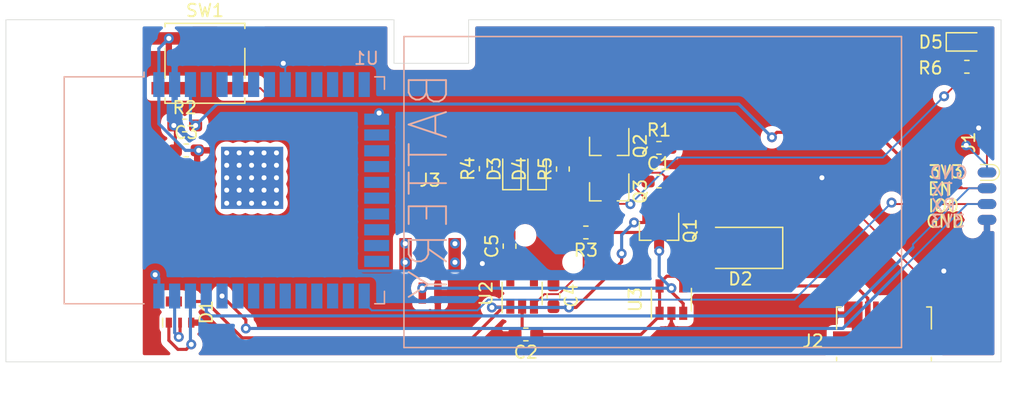
<source format=kicad_pcb>
(kicad_pcb (version 20171130) (host pcbnew 5.1.4-e60b266~84~ubuntu19.04.1)

  (general
    (thickness 1.6)
    (drawings 21)
    (tracks 255)
    (zones 0)
    (modules 26)
    (nets 51)
  )

  (page A4)
  (layers
    (0 F.Cu signal)
    (31 B.Cu signal)
    (32 B.Adhes user)
    (33 F.Adhes user)
    (34 B.Paste user)
    (35 F.Paste user)
    (36 B.SilkS user)
    (37 F.SilkS user)
    (38 B.Mask user)
    (39 F.Mask user)
    (40 Dwgs.User user)
    (41 Cmts.User user)
    (42 Eco1.User user)
    (43 Eco2.User user)
    (44 Edge.Cuts user)
    (45 Margin user)
    (46 B.CrtYd user)
    (47 F.CrtYd user)
    (48 B.Fab user)
    (49 F.Fab user)
  )

  (setup
    (last_trace_width 0.1524)
    (user_trace_width 0.1524)
    (user_trace_width 0.2)
    (trace_clearance 0.1524)
    (zone_clearance 0.508)
    (zone_45_only no)
    (trace_min 0.1524)
    (via_size 0.8)
    (via_drill 0.4)
    (via_min_size 0.4)
    (via_min_drill 0.3)
    (uvia_size 0.3)
    (uvia_drill 0.1)
    (uvias_allowed no)
    (uvia_min_size 0.2)
    (uvia_min_drill 0.1)
    (edge_width 0.05)
    (segment_width 0.2)
    (pcb_text_width 0.3)
    (pcb_text_size 1.5 1.5)
    (mod_edge_width 0.12)
    (mod_text_size 1 1)
    (mod_text_width 0.15)
    (pad_size 1.524 1.524)
    (pad_drill 0.762)
    (pad_to_mask_clearance 0.051)
    (solder_mask_min_width 0.25)
    (aux_axis_origin 0 0)
    (visible_elements FFFFFF7F)
    (pcbplotparams
      (layerselection 0x010fc_ffffffff)
      (usegerberextensions false)
      (usegerberattributes false)
      (usegerberadvancedattributes false)
      (creategerberjobfile false)
      (excludeedgelayer true)
      (linewidth 0.100000)
      (plotframeref false)
      (viasonmask false)
      (mode 1)
      (useauxorigin false)
      (hpglpennumber 1)
      (hpglpenspeed 20)
      (hpglpendiameter 15.000000)
      (psnegative false)
      (psa4output false)
      (plotreference true)
      (plotvalue true)
      (plotinvisibletext false)
      (padsonsilk false)
      (subtractmaskfromsilk false)
      (outputformat 1)
      (mirror false)
      (drillshape 1)
      (scaleselection 1)
      (outputdirectory ""))
  )

  (net 0 "")
  (net 1 GND)
  (net 2 VUSB)
  (net 3 "Net-(D1-Pad6)")
  (net 4 "Net-(D1-Pad5)")
  (net 5 "Net-(D1-Pad2)")
  (net 6 "Net-(D1-Pad1)")
  (net 7 RX)
  (net 8 TX)
  (net 9 EN)
  (net 10 IO0)
  (net 11 +3V3)
  (net 12 "Net-(J2-Pad4)")
  (net 13 "Net-(J2-Pad3)")
  (net 14 "Net-(J2-Pad2)")
  (net 15 "Net-(U1-Pad33)")
  (net 16 "Net-(U1-Pad32)")
  (net 17 "Net-(U1-Pad31)")
  (net 18 "Net-(U1-Pad30)")
  (net 19 "Net-(U1-Pad29)")
  (net 20 "Net-(U1-Pad28)")
  (net 21 "Net-(U1-Pad27)")
  (net 22 "Net-(U1-Pad26)")
  (net 23 "Net-(U1-Pad24)")
  (net 24 "Net-(U1-Pad23)")
  (net 25 "Net-(U1-Pad22)")
  (net 26 "Net-(U1-Pad21)")
  (net 27 "Net-(U1-Pad20)")
  (net 28 "Net-(U1-Pad19)")
  (net 29 "Net-(U1-Pad18)")
  (net 30 "Net-(U1-Pad17)")
  (net 31 "Net-(U1-Pad13)")
  (net 32 "Net-(U1-Pad12)")
  (net 33 "Net-(U1-Pad11)")
  (net 34 "Net-(U1-Pad10)")
  (net 35 "Net-(U1-Pad8)")
  (net 36 "Net-(U1-Pad7)")
  (net 37 "Net-(U1-Pad6)")
  (net 38 "Net-(U1-Pad5)")
  (net 39 "Net-(U1-Pad4)")
  (net 40 "Net-(U2-Pad4)")
  (net 41 "Net-(U1-Pad16)")
  (net 42 "Net-(U1-Pad14)")
  (net 43 VIN)
  (net 44 VBAT)
  (net 45 "Net-(C1-Pad2)")
  (net 46 "Net-(D3-Pad2)")
  (net 47 PWR_EN)
  (net 48 "Net-(D3-Pad1)")
  (net 49 BTN)
  (net 50 "Net-(D5-Pad2)")

  (net_class Default "This is the default net class."
    (clearance 0.1524)
    (trace_width 0.1524)
    (via_dia 0.8)
    (via_drill 0.4)
    (uvia_dia 0.3)
    (uvia_drill 0.1)
    (add_net +3V3)
    (add_net BTN)
    (add_net EN)
    (add_net GND)
    (add_net IO0)
    (add_net "Net-(C1-Pad2)")
    (add_net "Net-(D1-Pad1)")
    (add_net "Net-(D1-Pad2)")
    (add_net "Net-(D1-Pad5)")
    (add_net "Net-(D1-Pad6)")
    (add_net "Net-(D3-Pad1)")
    (add_net "Net-(D3-Pad2)")
    (add_net "Net-(D5-Pad2)")
    (add_net "Net-(J2-Pad2)")
    (add_net "Net-(J2-Pad3)")
    (add_net "Net-(J2-Pad4)")
    (add_net "Net-(U1-Pad10)")
    (add_net "Net-(U1-Pad11)")
    (add_net "Net-(U1-Pad12)")
    (add_net "Net-(U1-Pad13)")
    (add_net "Net-(U1-Pad14)")
    (add_net "Net-(U1-Pad16)")
    (add_net "Net-(U1-Pad17)")
    (add_net "Net-(U1-Pad18)")
    (add_net "Net-(U1-Pad19)")
    (add_net "Net-(U1-Pad20)")
    (add_net "Net-(U1-Pad21)")
    (add_net "Net-(U1-Pad22)")
    (add_net "Net-(U1-Pad23)")
    (add_net "Net-(U1-Pad24)")
    (add_net "Net-(U1-Pad26)")
    (add_net "Net-(U1-Pad27)")
    (add_net "Net-(U1-Pad28)")
    (add_net "Net-(U1-Pad29)")
    (add_net "Net-(U1-Pad30)")
    (add_net "Net-(U1-Pad31)")
    (add_net "Net-(U1-Pad32)")
    (add_net "Net-(U1-Pad33)")
    (add_net "Net-(U1-Pad4)")
    (add_net "Net-(U1-Pad5)")
    (add_net "Net-(U1-Pad6)")
    (add_net "Net-(U1-Pad7)")
    (add_net "Net-(U1-Pad8)")
    (add_net "Net-(U2-Pad4)")
    (add_net PWR_EN)
    (add_net RX)
    (add_net TX)
    (add_net VBAT)
    (add_net VIN)
    (add_net VUSB)
  )

  (module Package_TO_SOT_SMD:SOT-23 (layer F.Cu) (tedit 5A02FF57) (tstamp 5D564A7F)
    (at 127 125 270)
    (descr "SOT-23, Standard")
    (tags SOT-23)
    (path /5D61FEAB)
    (attr smd)
    (fp_text reference Q3 (at 0 -2.5 90) (layer F.SilkS)
      (effects (font (size 1 1) (thickness 0.15)))
    )
    (fp_text value DMG2305UX-13 (at 0 2.5 90) (layer F.Fab)
      (effects (font (size 1 1) (thickness 0.15)))
    )
    (fp_line (start 0.76 1.58) (end -0.7 1.58) (layer F.SilkS) (width 0.12))
    (fp_line (start 0.76 -1.58) (end -1.4 -1.58) (layer F.SilkS) (width 0.12))
    (fp_line (start -1.7 1.75) (end -1.7 -1.75) (layer F.CrtYd) (width 0.05))
    (fp_line (start 1.7 1.75) (end -1.7 1.75) (layer F.CrtYd) (width 0.05))
    (fp_line (start 1.7 -1.75) (end 1.7 1.75) (layer F.CrtYd) (width 0.05))
    (fp_line (start -1.7 -1.75) (end 1.7 -1.75) (layer F.CrtYd) (width 0.05))
    (fp_line (start 0.76 -1.58) (end 0.76 -0.65) (layer F.SilkS) (width 0.12))
    (fp_line (start 0.76 1.58) (end 0.76 0.65) (layer F.SilkS) (width 0.12))
    (fp_line (start -0.7 1.52) (end 0.7 1.52) (layer F.Fab) (width 0.1))
    (fp_line (start 0.7 -1.52) (end 0.7 1.52) (layer F.Fab) (width 0.1))
    (fp_line (start -0.7 -0.95) (end -0.15 -1.52) (layer F.Fab) (width 0.1))
    (fp_line (start -0.15 -1.52) (end 0.7 -1.52) (layer F.Fab) (width 0.1))
    (fp_line (start -0.7 -0.95) (end -0.7 1.5) (layer F.Fab) (width 0.1))
    (fp_text user %R (at 0 0) (layer F.Fab)
      (effects (font (size 0.5 0.5) (thickness 0.075)))
    )
    (pad 3 smd rect (at 1 0 270) (size 0.9 0.8) (layers F.Cu F.Paste F.Mask)
      (net 47 PWR_EN))
    (pad 2 smd rect (at -1 0.95 270) (size 0.9 0.8) (layers F.Cu F.Paste F.Mask)
      (net 43 VIN))
    (pad 1 smd rect (at -1 -0.95 270) (size 0.9 0.8) (layers F.Cu F.Paste F.Mask)
      (net 45 "Net-(C1-Pad2)"))
    (model ${KISYS3DMOD}/Package_TO_SOT_SMD.3dshapes/SOT-23.wrl
      (at (xyz 0 0 0))
      (scale (xyz 1 1 1))
      (rotate (xyz 0 0 0))
    )
  )

  (module Package_TO_SOT_SMD:SOT-23 (layer F.Cu) (tedit 5A02FF57) (tstamp 5CE83B8D)
    (at 131.01 128.17 270)
    (descr "SOT-23, Standard")
    (tags SOT-23)
    (path /5CE89340)
    (attr smd)
    (fp_text reference Q1 (at 0 -2.5 90) (layer F.SilkS)
      (effects (font (size 1 1) (thickness 0.15)))
    )
    (fp_text value BSS83P (at 0 2.5 90) (layer F.Fab)
      (effects (font (size 1 1) (thickness 0.15)))
    )
    (fp_line (start 0.76 1.58) (end -0.7 1.58) (layer F.SilkS) (width 0.12))
    (fp_line (start 0.76 -1.58) (end -1.4 -1.58) (layer F.SilkS) (width 0.12))
    (fp_line (start -1.7 1.75) (end -1.7 -1.75) (layer F.CrtYd) (width 0.05))
    (fp_line (start 1.7 1.75) (end -1.7 1.75) (layer F.CrtYd) (width 0.05))
    (fp_line (start 1.7 -1.75) (end 1.7 1.75) (layer F.CrtYd) (width 0.05))
    (fp_line (start -1.7 -1.75) (end 1.7 -1.75) (layer F.CrtYd) (width 0.05))
    (fp_line (start 0.76 -1.58) (end 0.76 -0.65) (layer F.SilkS) (width 0.12))
    (fp_line (start 0.76 1.58) (end 0.76 0.65) (layer F.SilkS) (width 0.12))
    (fp_line (start -0.7 1.52) (end 0.7 1.52) (layer F.Fab) (width 0.1))
    (fp_line (start 0.7 -1.52) (end 0.7 1.52) (layer F.Fab) (width 0.1))
    (fp_line (start -0.7 -0.95) (end -0.15 -1.52) (layer F.Fab) (width 0.1))
    (fp_line (start -0.15 -1.52) (end 0.7 -1.52) (layer F.Fab) (width 0.1))
    (fp_line (start -0.7 -0.95) (end -0.7 1.5) (layer F.Fab) (width 0.1))
    (fp_text user %R (at 0 0 270) (layer F.Fab)
      (effects (font (size 0.5 0.5) (thickness 0.075)))
    )
    (pad 3 smd rect (at 1 0 270) (size 0.9 0.8) (layers F.Cu F.Paste F.Mask)
      (net 44 VBAT))
    (pad 2 smd rect (at -1 0.95 270) (size 0.9 0.8) (layers F.Cu F.Paste F.Mask)
      (net 43 VIN))
    (pad 1 smd rect (at -1 -0.95 270) (size 0.9 0.8) (layers F.Cu F.Paste F.Mask)
      (net 2 VUSB))
    (model ${KISYS3DMOD}/Package_TO_SOT_SMD.3dshapes/SOT-23.wrl
      (at (xyz 0 0 0))
      (scale (xyz 1 1 1))
      (rotate (xyz 0 0 0))
    )
  )

  (module Package_TO_SOT_SMD:SOT-23 (layer F.Cu) (tedit 5A02FF57) (tstamp 5D5643C6)
    (at 127 121.35 270)
    (descr "SOT-23, Standard")
    (tags SOT-23)
    (path /5D622AAF)
    (attr smd)
    (fp_text reference Q2 (at 0 -2.5 90) (layer F.SilkS)
      (effects (font (size 1 1) (thickness 0.15)))
    )
    (fp_text value DMG2302U (at 0 2.5 90) (layer F.Fab)
      (effects (font (size 1 1) (thickness 0.15)))
    )
    (fp_line (start 0.76 1.58) (end -0.7 1.58) (layer F.SilkS) (width 0.12))
    (fp_line (start 0.76 -1.58) (end -1.4 -1.58) (layer F.SilkS) (width 0.12))
    (fp_line (start -1.7 1.75) (end -1.7 -1.75) (layer F.CrtYd) (width 0.05))
    (fp_line (start 1.7 1.75) (end -1.7 1.75) (layer F.CrtYd) (width 0.05))
    (fp_line (start 1.7 -1.75) (end 1.7 1.75) (layer F.CrtYd) (width 0.05))
    (fp_line (start -1.7 -1.75) (end 1.7 -1.75) (layer F.CrtYd) (width 0.05))
    (fp_line (start 0.76 -1.58) (end 0.76 -0.65) (layer F.SilkS) (width 0.12))
    (fp_line (start 0.76 1.58) (end 0.76 0.65) (layer F.SilkS) (width 0.12))
    (fp_line (start -0.7 1.52) (end 0.7 1.52) (layer F.Fab) (width 0.1))
    (fp_line (start 0.7 -1.52) (end 0.7 1.52) (layer F.Fab) (width 0.1))
    (fp_line (start -0.7 -0.95) (end -0.15 -1.52) (layer F.Fab) (width 0.1))
    (fp_line (start -0.15 -1.52) (end 0.7 -1.52) (layer F.Fab) (width 0.1))
    (fp_line (start -0.7 -0.95) (end -0.7 1.5) (layer F.Fab) (width 0.1))
    (fp_text user %R (at 0 0) (layer F.Fab)
      (effects (font (size 0.5 0.5) (thickness 0.075)))
    )
    (pad 3 smd rect (at 1 0 270) (size 0.9 0.8) (layers F.Cu F.Paste F.Mask)
      (net 45 "Net-(C1-Pad2)"))
    (pad 2 smd rect (at -1 0.95 270) (size 0.9 0.8) (layers F.Cu F.Paste F.Mask)
      (net 1 GND))
    (pad 1 smd rect (at -1 -0.95 270) (size 0.9 0.8) (layers F.Cu F.Paste F.Mask)
      (net 46 "Net-(D3-Pad2)"))
    (model ${KISYS3DMOD}/Package_TO_SOT_SMD.3dshapes/SOT-23.wrl
      (at (xyz 0 0 0))
      (scale (xyz 1 1 1))
      (rotate (xyz 0 0 0))
    )
  )

  (module Resistor_SMD:R_0603_1608Metric_Pad1.05x0.95mm_HandSolder (layer F.Cu) (tedit 5B301BBD) (tstamp 5D554494)
    (at 155.755 114.98)
    (descr "Resistor SMD 0603 (1608 Metric), square (rectangular) end terminal, IPC_7351 nominal with elongated pad for handsoldering. (Body size source: http://www.tortai-tech.com/upload/download/2011102023233369053.pdf), generated with kicad-footprint-generator")
    (tags "resistor handsolder")
    (path /5D6BD3DE)
    (attr smd)
    (fp_text reference R6 (at -2.935 0.1) (layer F.SilkS)
      (effects (font (size 1 1) (thickness 0.15)))
    )
    (fp_text value 330R (at 0 1.43) (layer F.Fab)
      (effects (font (size 1 1) (thickness 0.15)))
    )
    (fp_text user %R (at 0 0) (layer F.Fab)
      (effects (font (size 0.4 0.4) (thickness 0.06)))
    )
    (fp_line (start 1.65 0.73) (end -1.65 0.73) (layer F.CrtYd) (width 0.05))
    (fp_line (start 1.65 -0.73) (end 1.65 0.73) (layer F.CrtYd) (width 0.05))
    (fp_line (start -1.65 -0.73) (end 1.65 -0.73) (layer F.CrtYd) (width 0.05))
    (fp_line (start -1.65 0.73) (end -1.65 -0.73) (layer F.CrtYd) (width 0.05))
    (fp_line (start -0.171267 0.51) (end 0.171267 0.51) (layer F.SilkS) (width 0.12))
    (fp_line (start -0.171267 -0.51) (end 0.171267 -0.51) (layer F.SilkS) (width 0.12))
    (fp_line (start 0.8 0.4) (end -0.8 0.4) (layer F.Fab) (width 0.1))
    (fp_line (start 0.8 -0.4) (end 0.8 0.4) (layer F.Fab) (width 0.1))
    (fp_line (start -0.8 -0.4) (end 0.8 -0.4) (layer F.Fab) (width 0.1))
    (fp_line (start -0.8 0.4) (end -0.8 -0.4) (layer F.Fab) (width 0.1))
    (pad 2 smd roundrect (at 0.875 0) (size 1.05 0.95) (layers F.Cu F.Paste F.Mask) (roundrect_rratio 0.25)
      (net 50 "Net-(D5-Pad2)"))
    (pad 1 smd roundrect (at -0.875 0) (size 1.05 0.95) (layers F.Cu F.Paste F.Mask) (roundrect_rratio 0.25)
      (net 47 PWR_EN))
    (model ${KISYS3DMOD}/Resistor_SMD.3dshapes/R_0603_1608Metric.wrl
      (at (xyz 0 0 0))
      (scale (xyz 1 1 1))
      (rotate (xyz 0 0 0))
    )
  )

  (module Resistor_SMD:R_0603_1608Metric_Pad1.05x0.95mm_HandSolder (layer F.Cu) (tedit 5B301BBD) (tstamp 5D554483)
    (at 123.275 123.2 90)
    (descr "Resistor SMD 0603 (1608 Metric), square (rectangular) end terminal, IPC_7351 nominal with elongated pad for handsoldering. (Body size source: http://www.tortai-tech.com/upload/download/2011102023233369053.pdf), generated with kicad-footprint-generator")
    (tags "resistor handsolder")
    (path /5D6D27A4)
    (attr smd)
    (fp_text reference R5 (at 0 -1.43 90) (layer F.SilkS)
      (effects (font (size 1 1) (thickness 0.15)))
    )
    (fp_text value 100K (at 0 1.43 90) (layer F.Fab)
      (effects (font (size 1 1) (thickness 0.15)))
    )
    (fp_text user %R (at -0.055 0.105 90) (layer F.Fab)
      (effects (font (size 0.4 0.4) (thickness 0.06)))
    )
    (fp_line (start 1.65 0.73) (end -1.65 0.73) (layer F.CrtYd) (width 0.05))
    (fp_line (start 1.65 -0.73) (end 1.65 0.73) (layer F.CrtYd) (width 0.05))
    (fp_line (start -1.65 -0.73) (end 1.65 -0.73) (layer F.CrtYd) (width 0.05))
    (fp_line (start -1.65 0.73) (end -1.65 -0.73) (layer F.CrtYd) (width 0.05))
    (fp_line (start -0.171267 0.51) (end 0.171267 0.51) (layer F.SilkS) (width 0.12))
    (fp_line (start -0.171267 -0.51) (end 0.171267 -0.51) (layer F.SilkS) (width 0.12))
    (fp_line (start 0.8 0.4) (end -0.8 0.4) (layer F.Fab) (width 0.1))
    (fp_line (start 0.8 -0.4) (end 0.8 0.4) (layer F.Fab) (width 0.1))
    (fp_line (start -0.8 -0.4) (end 0.8 -0.4) (layer F.Fab) (width 0.1))
    (fp_line (start -0.8 0.4) (end -0.8 -0.4) (layer F.Fab) (width 0.1))
    (pad 2 smd roundrect (at 0.875 0 90) (size 1.05 0.95) (layers F.Cu F.Paste F.Mask) (roundrect_rratio 0.25)
      (net 45 "Net-(C1-Pad2)"))
    (pad 1 smd roundrect (at -0.875 0 90) (size 1.05 0.95) (layers F.Cu F.Paste F.Mask) (roundrect_rratio 0.25)
      (net 43 VIN))
    (model ${KISYS3DMOD}/Resistor_SMD.3dshapes/R_0603_1608Metric.wrl
      (at (xyz 0 0 0))
      (scale (xyz 1 1 1))
      (rotate (xyz 0 0 0))
    )
  )

  (module Resistor_SMD:R_0603_1608Metric_Pad1.05x0.95mm_HandSolder (layer F.Cu) (tedit 5B301BBD) (tstamp 5D56546A)
    (at 117.075 123.175 90)
    (descr "Resistor SMD 0603 (1608 Metric), square (rectangular) end terminal, IPC_7351 nominal with elongated pad for handsoldering. (Body size source: http://www.tortai-tech.com/upload/download/2011102023233369053.pdf), generated with kicad-footprint-generator")
    (tags "resistor handsolder")
    (path /5D62D5EC)
    (attr smd)
    (fp_text reference R4 (at 0 -1.43 90) (layer F.SilkS)
      (effects (font (size 1 1) (thickness 0.15)))
    )
    (fp_text value 330R (at 0 1.43 90) (layer F.Fab)
      (effects (font (size 1 1) (thickness 0.15)))
    )
    (fp_text user %R (at 0 0 180) (layer F.Fab)
      (effects (font (size 0.4 0.4) (thickness 0.06)))
    )
    (fp_line (start 1.65 0.73) (end -1.65 0.73) (layer F.CrtYd) (width 0.05))
    (fp_line (start 1.65 -0.73) (end 1.65 0.73) (layer F.CrtYd) (width 0.05))
    (fp_line (start -1.65 -0.73) (end 1.65 -0.73) (layer F.CrtYd) (width 0.05))
    (fp_line (start -1.65 0.73) (end -1.65 -0.73) (layer F.CrtYd) (width 0.05))
    (fp_line (start -0.171267 0.51) (end 0.171267 0.51) (layer F.SilkS) (width 0.12))
    (fp_line (start -0.171267 -0.51) (end 0.171267 -0.51) (layer F.SilkS) (width 0.12))
    (fp_line (start 0.8 0.4) (end -0.8 0.4) (layer F.Fab) (width 0.1))
    (fp_line (start 0.8 -0.4) (end 0.8 0.4) (layer F.Fab) (width 0.1))
    (fp_line (start -0.8 -0.4) (end 0.8 -0.4) (layer F.Fab) (width 0.1))
    (fp_line (start -0.8 0.4) (end -0.8 -0.4) (layer F.Fab) (width 0.1))
    (pad 2 smd roundrect (at 0.875 0 90) (size 1.05 0.95) (layers F.Cu F.Paste F.Mask) (roundrect_rratio 0.25)
      (net 46 "Net-(D3-Pad2)"))
    (pad 1 smd roundrect (at -0.875 0 90) (size 1.05 0.95) (layers F.Cu F.Paste F.Mask) (roundrect_rratio 0.25)
      (net 49 BTN))
    (model ${KISYS3DMOD}/Resistor_SMD.3dshapes/R_0603_1608Metric.wrl
      (at (xyz 0 0 0))
      (scale (xyz 1 1 1))
      (rotate (xyz 0 0 0))
    )
  )

  (module LED_SMD:LED_0603_1608Metric_Pad1.05x0.95mm_HandSolder (layer F.Cu) (tedit 5B4B45C9) (tstamp 5D554301)
    (at 155.755 112.98)
    (descr "LED SMD 0603 (1608 Metric), square (rectangular) end terminal, IPC_7351 nominal, (Body size source: http://www.tortai-tech.com/upload/download/2011102023233369053.pdf), generated with kicad-footprint-generator")
    (tags "LED handsolder")
    (path /5D6BBD25)
    (attr smd)
    (fp_text reference D5 (at -2.905 0.02 180) (layer F.SilkS)
      (effects (font (size 1 1) (thickness 0.15)))
    )
    (fp_text value LED (at 0 1.43) (layer F.Fab)
      (effects (font (size 1 1) (thickness 0.15)))
    )
    (fp_text user %R (at 0.2 -0.3) (layer F.Fab)
      (effects (font (size 0.4 0.4) (thickness 0.06)))
    )
    (fp_line (start 1.65 0.73) (end -1.65 0.73) (layer F.CrtYd) (width 0.05))
    (fp_line (start 1.65 -0.73) (end 1.65 0.73) (layer F.CrtYd) (width 0.05))
    (fp_line (start -1.65 -0.73) (end 1.65 -0.73) (layer F.CrtYd) (width 0.05))
    (fp_line (start -1.65 0.73) (end -1.65 -0.73) (layer F.CrtYd) (width 0.05))
    (fp_line (start -1.66 0.735) (end 0.8 0.735) (layer F.SilkS) (width 0.12))
    (fp_line (start -1.66 -0.735) (end -1.66 0.735) (layer F.SilkS) (width 0.12))
    (fp_line (start 0.8 -0.735) (end -1.66 -0.735) (layer F.SilkS) (width 0.12))
    (fp_line (start 0.8 0.4) (end 0.8 -0.4) (layer F.Fab) (width 0.1))
    (fp_line (start -0.8 0.4) (end 0.8 0.4) (layer F.Fab) (width 0.1))
    (fp_line (start -0.8 -0.1) (end -0.8 0.4) (layer F.Fab) (width 0.1))
    (fp_line (start -0.5 -0.4) (end -0.8 -0.1) (layer F.Fab) (width 0.1))
    (fp_line (start 0.8 -0.4) (end -0.5 -0.4) (layer F.Fab) (width 0.1))
    (pad 2 smd roundrect (at 0.875 0) (size 1.05 0.95) (layers F.Cu F.Paste F.Mask) (roundrect_rratio 0.25)
      (net 50 "Net-(D5-Pad2)"))
    (pad 1 smd roundrect (at -0.875 0) (size 1.05 0.95) (layers F.Cu F.Paste F.Mask) (roundrect_rratio 0.25)
      (net 1 GND))
    (model ${KISYS3DMOD}/LED_SMD.3dshapes/LED_0603_1608Metric.wrl
      (at (xyz 0 0 0))
      (scale (xyz 1 1 1))
      (rotate (xyz 0 0 0))
    )
  )

  (module Diode_SMD:D_0603_1608Metric_Pad1.05x0.95mm_HandSolder (layer F.Cu) (tedit 5B4B45C8) (tstamp 5D5542EE)
    (at 121.2 123.2 90)
    (descr "Diode SMD 0603 (1608 Metric), square (rectangular) end terminal, IPC_7351 nominal, (Body size source: http://www.tortai-tech.com/upload/download/2011102023233369053.pdf), generated with kicad-footprint-generator")
    (tags "diode handsolder")
    (path /5D7272D3)
    (attr smd)
    (fp_text reference D4 (at 0 -1.43 90) (layer F.SilkS)
      (effects (font (size 1 1) (thickness 0.15)))
    )
    (fp_text value D (at 0 1.43 90) (layer F.Fab)
      (effects (font (size 1 1) (thickness 0.15)))
    )
    (fp_text user %R (at 0 0 90) (layer F.Fab)
      (effects (font (size 0.4 0.4) (thickness 0.06)))
    )
    (fp_line (start 1.65 0.73) (end -1.65 0.73) (layer F.CrtYd) (width 0.05))
    (fp_line (start 1.65 -0.73) (end 1.65 0.73) (layer F.CrtYd) (width 0.05))
    (fp_line (start -1.65 -0.73) (end 1.65 -0.73) (layer F.CrtYd) (width 0.05))
    (fp_line (start -1.65 0.73) (end -1.65 -0.73) (layer F.CrtYd) (width 0.05))
    (fp_line (start -1.66 0.735) (end 0.8 0.735) (layer F.SilkS) (width 0.12))
    (fp_line (start -1.66 -0.735) (end -1.66 0.735) (layer F.SilkS) (width 0.12))
    (fp_line (start 0.8 -0.735) (end -1.66 -0.735) (layer F.SilkS) (width 0.12))
    (fp_line (start 0.8 0.4) (end 0.8 -0.4) (layer F.Fab) (width 0.1))
    (fp_line (start -0.8 0.4) (end 0.8 0.4) (layer F.Fab) (width 0.1))
    (fp_line (start -0.8 -0.1) (end -0.8 0.4) (layer F.Fab) (width 0.1))
    (fp_line (start -0.5 -0.4) (end -0.8 -0.1) (layer F.Fab) (width 0.1))
    (fp_line (start 0.8 -0.4) (end -0.5 -0.4) (layer F.Fab) (width 0.1))
    (pad 2 smd roundrect (at 0.875 0 90) (size 1.05 0.95) (layers F.Cu F.Paste F.Mask) (roundrect_rratio 0.25)
      (net 45 "Net-(C1-Pad2)"))
    (pad 1 smd roundrect (at -0.875 0 90) (size 1.05 0.95) (layers F.Cu F.Paste F.Mask) (roundrect_rratio 0.25)
      (net 48 "Net-(D3-Pad1)"))
    (model ${KISYS3DMOD}/Diode_SMD.3dshapes/D_0603_1608Metric.wrl
      (at (xyz 0 0 0))
      (scale (xyz 1 1 1))
      (rotate (xyz 0 0 0))
    )
  )

  (module Diode_SMD:D_0603_1608Metric_Pad1.05x0.95mm_HandSolder (layer F.Cu) (tedit 5B4B45C8) (tstamp 5D5542DB)
    (at 119.175 123.2 90)
    (descr "Diode SMD 0603 (1608 Metric), square (rectangular) end terminal, IPC_7351 nominal, (Body size source: http://www.tortai-tech.com/upload/download/2011102023233369053.pdf), generated with kicad-footprint-generator")
    (tags "diode handsolder")
    (path /5D633492)
    (attr smd)
    (fp_text reference D3 (at 0 -1.43 90) (layer F.SilkS)
      (effects (font (size 1 1) (thickness 0.15)))
    )
    (fp_text value D (at 0 1.43 90) (layer F.Fab)
      (effects (font (size 1 1) (thickness 0.15)))
    )
    (fp_text user %R (at 0 0 90) (layer F.Fab)
      (effects (font (size 0.4 0.4) (thickness 0.06)))
    )
    (fp_line (start 1.65 0.73) (end -1.65 0.73) (layer F.CrtYd) (width 0.05))
    (fp_line (start 1.65 -0.73) (end 1.65 0.73) (layer F.CrtYd) (width 0.05))
    (fp_line (start -1.65 -0.73) (end 1.65 -0.73) (layer F.CrtYd) (width 0.05))
    (fp_line (start -1.65 0.73) (end -1.65 -0.73) (layer F.CrtYd) (width 0.05))
    (fp_line (start -1.66 0.735) (end 0.8 0.735) (layer F.SilkS) (width 0.12))
    (fp_line (start -1.66 -0.735) (end -1.66 0.735) (layer F.SilkS) (width 0.12))
    (fp_line (start 0.8 -0.735) (end -1.66 -0.735) (layer F.SilkS) (width 0.12))
    (fp_line (start 0.8 0.4) (end 0.8 -0.4) (layer F.Fab) (width 0.1))
    (fp_line (start -0.8 0.4) (end 0.8 0.4) (layer F.Fab) (width 0.1))
    (fp_line (start -0.8 -0.1) (end -0.8 0.4) (layer F.Fab) (width 0.1))
    (fp_line (start -0.5 -0.4) (end -0.8 -0.1) (layer F.Fab) (width 0.1))
    (fp_line (start 0.8 -0.4) (end -0.5 -0.4) (layer F.Fab) (width 0.1))
    (pad 2 smd roundrect (at 0.875 0 90) (size 1.05 0.95) (layers F.Cu F.Paste F.Mask) (roundrect_rratio 0.25)
      (net 46 "Net-(D3-Pad2)"))
    (pad 1 smd roundrect (at -0.875 0 90) (size 1.05 0.95) (layers F.Cu F.Paste F.Mask) (roundrect_rratio 0.25)
      (net 48 "Net-(D3-Pad1)"))
    (model ${KISYS3DMOD}/Diode_SMD.3dshapes/D_0603_1608Metric.wrl
      (at (xyz 0 0 0))
      (scale (xyz 1 1 1))
      (rotate (xyz 0 0 0))
    )
  )

  (module Capacitor_SMD:C_0603_1608Metric_Pad1.05x0.95mm_HandSolder (layer F.Cu) (tedit 5B301BBE) (tstamp 5D54A9DF)
    (at 118.99 129.4 90)
    (descr "Capacitor SMD 0603 (1608 Metric), square (rectangular) end terminal, IPC_7351 nominal with elongated pad for handsoldering. (Body size source: http://www.tortai-tech.com/upload/download/2011102023233369053.pdf), generated with kicad-footprint-generator")
    (tags "capacitor handsolder")
    (path /5D552A9C)
    (attr smd)
    (fp_text reference C5 (at 0 -1.43 90) (layer F.SilkS)
      (effects (font (size 1 1) (thickness 0.15)))
    )
    (fp_text value 1u (at 0 1.43 90) (layer F.Fab)
      (effects (font (size 1 1) (thickness 0.15)))
    )
    (fp_text user %R (at 0 0 90) (layer F.Fab)
      (effects (font (size 0.4 0.4) (thickness 0.06)))
    )
    (fp_line (start 1.65 0.73) (end -1.65 0.73) (layer F.CrtYd) (width 0.05))
    (fp_line (start 1.65 -0.73) (end 1.65 0.73) (layer F.CrtYd) (width 0.05))
    (fp_line (start -1.65 -0.73) (end 1.65 -0.73) (layer F.CrtYd) (width 0.05))
    (fp_line (start -1.65 0.73) (end -1.65 -0.73) (layer F.CrtYd) (width 0.05))
    (fp_line (start -0.171267 0.51) (end 0.171267 0.51) (layer F.SilkS) (width 0.12))
    (fp_line (start -0.171267 -0.51) (end 0.171267 -0.51) (layer F.SilkS) (width 0.12))
    (fp_line (start 0.8 0.4) (end -0.8 0.4) (layer F.Fab) (width 0.1))
    (fp_line (start 0.8 -0.4) (end 0.8 0.4) (layer F.Fab) (width 0.1))
    (fp_line (start -0.8 -0.4) (end 0.8 -0.4) (layer F.Fab) (width 0.1))
    (fp_line (start -0.8 0.4) (end -0.8 -0.4) (layer F.Fab) (width 0.1))
    (pad 2 smd roundrect (at 0.875 0 90) (size 1.05 0.95) (layers F.Cu F.Paste F.Mask) (roundrect_rratio 0.25)
      (net 1 GND))
    (pad 1 smd roundrect (at -0.875 0 90) (size 1.05 0.95) (layers F.Cu F.Paste F.Mask) (roundrect_rratio 0.25)
      (net 11 +3V3))
    (model ${KISYS3DMOD}/Capacitor_SMD.3dshapes/C_0603_1608Metric.wrl
      (at (xyz 0 0 0))
      (scale (xyz 1 1 1))
      (rotate (xyz 0 0 0))
    )
  )

  (module Capacitor_SMD:C_0603_1608Metric_Pad1.05x0.95mm_HandSolder (layer F.Cu) (tedit 5B301BBE) (tstamp 5D54AF02)
    (at 122.52 133.38 270)
    (descr "Capacitor SMD 0603 (1608 Metric), square (rectangular) end terminal, IPC_7351 nominal with elongated pad for handsoldering. (Body size source: http://www.tortai-tech.com/upload/download/2011102023233369053.pdf), generated with kicad-footprint-generator")
    (tags "capacitor handsolder")
    (path /5D5523DF)
    (attr smd)
    (fp_text reference C4 (at 0 -1.43 90) (layer F.SilkS)
      (effects (font (size 1 1) (thickness 0.15)))
    )
    (fp_text value 1u (at 0 1.43 90) (layer F.Fab)
      (effects (font (size 1 1) (thickness 0.15)))
    )
    (fp_text user %R (at 0 0 90) (layer F.Fab)
      (effects (font (size 0.4 0.4) (thickness 0.06)))
    )
    (fp_line (start 1.65 0.73) (end -1.65 0.73) (layer F.CrtYd) (width 0.05))
    (fp_line (start 1.65 -0.73) (end 1.65 0.73) (layer F.CrtYd) (width 0.05))
    (fp_line (start -1.65 -0.73) (end 1.65 -0.73) (layer F.CrtYd) (width 0.05))
    (fp_line (start -1.65 0.73) (end -1.65 -0.73) (layer F.CrtYd) (width 0.05))
    (fp_line (start -0.171267 0.51) (end 0.171267 0.51) (layer F.SilkS) (width 0.12))
    (fp_line (start -0.171267 -0.51) (end 0.171267 -0.51) (layer F.SilkS) (width 0.12))
    (fp_line (start 0.8 0.4) (end -0.8 0.4) (layer F.Fab) (width 0.1))
    (fp_line (start 0.8 -0.4) (end 0.8 0.4) (layer F.Fab) (width 0.1))
    (fp_line (start -0.8 -0.4) (end 0.8 -0.4) (layer F.Fab) (width 0.1))
    (fp_line (start -0.8 0.4) (end -0.8 -0.4) (layer F.Fab) (width 0.1))
    (pad 2 smd roundrect (at 0.875 0 270) (size 1.05 0.95) (layers F.Cu F.Paste F.Mask) (roundrect_rratio 0.25)
      (net 43 VIN))
    (pad 1 smd roundrect (at -0.875 0 270) (size 1.05 0.95) (layers F.Cu F.Paste F.Mask) (roundrect_rratio 0.25)
      (net 1 GND))
    (model ${KISYS3DMOD}/Capacitor_SMD.3dshapes/C_0603_1608Metric.wrl
      (at (xyz 0 0 0))
      (scale (xyz 1 1 1))
      (rotate (xyz 0 0 0))
    )
  )

  (module SOICbite:SOIC_clipProgSmall (layer F.Cu) (tedit 5C59A3E2) (tstamp 5D15ED52)
    (at 158.12 125.38 90)
    (path /5D1985B1)
    (fp_text reference J1 (at 4.33 -2.22 90) (layer F.SilkS)
      (effects (font (size 1 1) (thickness 0.15)))
    )
    (fp_text value Conn_01x08_Female (at 0.127 1.397 90) (layer F.Fab)
      (effects (font (size 1 1) (thickness 0.15)))
    )
    (fp_line (start 1.27 -0.381) (end 1.27 -1.27) (layer F.SilkS) (width 0.1))
    (fp_line (start 2.54 -0.381) (end 2.54 -1.27) (layer F.SilkS) (width 0.1))
    (fp_arc (start 1.905 -0.381) (end 2.54 -0.381) (angle 180) (layer F.SilkS) (width 0.1))
    (fp_line (start -3.81 0.381) (end 3.81 0.381) (layer F.Fab) (width 0.1))
    (fp_line (start 3.175 -2.54) (end -3.175 -2.54) (layer F.Fab) (width 0.1))
    (fp_line (start 3.175 0.381) (end 3.175 -2.54) (layer F.Fab) (width 0.1))
    (fp_line (start -3.175 -2.54) (end -3.175 0.381) (layer F.Fab) (width 0.1))
    (pad 5 smd oval (at -1.905 -0.75 90) (size 0.8 1.5) (layers B.Cu B.Mask)
      (net 11 +3V3))
    (pad 4 smd oval (at -1.905 -0.75 90) (size 0.8 1.5) (layers F.Cu F.Mask)
      (net 1 GND))
    (pad 3 smd oval (at -0.635 -0.75 90) (size 0.8 1.5) (layers F.Cu F.Mask)
      (net 10 IO0))
    (pad 2 smd oval (at 0.635 -0.75 90) (size 0.8 1.5) (layers F.Cu F.Mask)
      (net 9 EN))
    (pad 1 smd oval (at 1.905 -0.75 90) (size 0.8 1.5) (layers F.Cu F.Mask)
      (net 11 +3V3))
    (pad 6 smd oval (at -0.635 -0.75 90) (size 0.8 1.5) (layers B.Cu B.Mask)
      (net 7 RX))
    (pad 7 smd oval (at 0.635 -0.75 90) (size 0.8 1.5) (layers B.Cu B.Mask)
      (net 8 TX))
    (pad 8 smd oval (at 1.905 -0.75 90) (size 0.8 1.5) (layers B.Cu B.Mask)
      (net 1 GND))
    (pad "" np_thru_hole circle (at -2.54 -1.905 90) (size 0.7 0.7) (drill 0.7) (layers *.Cu *.Mask))
    (pad "" np_thru_hole circle (at -1.27 -1.905 90) (size 0.7 0.7) (drill 0.7) (layers *.Cu *.Mask))
    (pad "" np_thru_hole circle (at 0 -1.905 90) (size 0.7 0.7) (drill 0.7) (layers *.Cu *.Mask))
    (pad "" np_thru_hole circle (at 1.27 -1.905 90) (size 0.7 0.7) (drill 0.7) (layers *.Cu *.Mask))
    (pad "" np_thru_hole circle (at 2.54 -1.905 90) (size 0.7 0.7) (drill 0.7) (layers *.Cu *.Mask))
  )

  (module ricmohte:LED-APA102-2020 (layer F.Cu) (tedit 5CE835A2) (tstamp 5CE500CC)
    (at 92.5 134.7 90)
    (descr http://www.led-color.com/upload/201604/APA102-2020%20SMD%20LED.pdf)
    (tags "LED RGB SPI")
    (path /5CEDF491)
    (attr smd)
    (fp_text reference D1 (at 0 2.11 90) (layer F.SilkS)
      (effects (font (size 1 1) (thickness 0.15)))
    )
    (fp_text value APA102 (at 0 -2 90) (layer F.Fab)
      (effects (font (size 1 1) (thickness 0.15)))
    )
    (fp_line (start -0.5 -1) (end 1 -1) (layer F.Fab) (width 0.1))
    (fp_line (start 1 -1) (end 1 1) (layer F.Fab) (width 0.1))
    (fp_line (start 1 1) (end -1 1) (layer F.Fab) (width 0.1))
    (fp_line (start -1 1) (end -1 -0.5) (layer F.Fab) (width 0.1))
    (fp_line (start 1.5 -1.4) (end 1.5 1.4) (layer F.CrtYd) (width 0.05))
    (fp_line (start -1.2 -1.4) (end -0.5 -1.4) (layer F.SilkS) (width 0.12))
    (fp_text user %R (at 0 0 90) (layer F.Fab)
      (effects (font (size 1 1) (thickness 0.15)))
    )
    (fp_line (start -0.5 -1) (end -1 -0.5) (layer F.Fab) (width 0.1))
    (fp_line (start -1.5 -1.4) (end -1.5 1.4) (layer F.CrtYd) (width 0.05))
    (fp_line (start -0.5 1.4) (end -0.5 1.58) (layer F.CrtYd) (width 0.05))
    (fp_line (start -0.5 1.58) (end 0.5 1.58) (layer F.CrtYd) (width 0.05))
    (fp_line (start 0.5 1.58) (end 0.5 1.4) (layer F.CrtYd) (width 0.05))
    (fp_line (start -0.5 -1.4) (end -0.5 -1.58) (layer F.CrtYd) (width 0.05))
    (fp_line (start -0.5 -1.58) (end 0.5 -1.58) (layer F.CrtYd) (width 0.05))
    (fp_line (start 0.5 -1.58) (end 0.5 -1.4) (layer F.CrtYd) (width 0.05))
    (fp_line (start 0.5 -1.4) (end 1.5 -1.4) (layer F.CrtYd) (width 0.05))
    (fp_line (start -1.5 -1.4) (end -0.5 -1.4) (layer F.CrtYd) (width 0.05))
    (fp_line (start -0.5 1.4) (end -1.5 1.4) (layer F.CrtYd) (width 0.05))
    (fp_line (start 1.5 1.4) (end 0.5 1.4) (layer F.CrtYd) (width 0.05))
    (pad 1 smd rect (at -0.85 -0.9 90) (size 0.8 0.5) (layers F.Cu F.Paste F.Mask)
      (net 6 "Net-(D1-Pad1)"))
    (pad 2 smd rect (at -0.85 0 90) (size 0.8 0.3) (layers F.Cu F.Paste F.Mask)
      (net 5 "Net-(D1-Pad2)"))
    (pad 3 smd rect (at -0.85 0.9 90) (size 0.8 0.5) (layers F.Cu F.Paste F.Mask)
      (net 1 GND))
    (pad 5 smd rect (at 0.85 0 90) (size 0.8 0.3) (layers F.Cu F.Paste F.Mask)
      (net 4 "Net-(D1-Pad5)"))
    (pad 4 smd rect (at 0.85 0.9 90) (size 0.8 0.5) (layers F.Cu F.Paste F.Mask)
      (net 43 VIN))
    (pad 6 smd rect (at 0.85 -0.9 90) (size 0.8 0.5) (layers F.Cu F.Paste F.Mask)
      (net 3 "Net-(D1-Pad6)"))
    (model ${KIPRJMOD}/APA102.step
      (offset (xyz 55.5 35.25 0))
      (scale (xyz 1 1 1))
      (rotate (xyz 0 0 0))
    )
  )

  (module Resistor_SMD:R_0603_1608Metric_Pad1.05x0.95mm_HandSolder (layer F.Cu) (tedit 5B301BBD) (tstamp 5CE83E4D)
    (at 125.125 128.3 180)
    (descr "Resistor SMD 0603 (1608 Metric), square (rectangular) end terminal, IPC_7351 nominal with elongated pad for handsoldering. (Body size source: http://www.tortai-tech.com/upload/download/2011102023233369053.pdf), generated with kicad-footprint-generator")
    (tags "resistor handsolder")
    (path /5CEA9705)
    (attr smd)
    (fp_text reference R3 (at 0 -1.43) (layer F.SilkS)
      (effects (font (size 1 1) (thickness 0.15)))
    )
    (fp_text value R (at 0 1.43) (layer F.Fab)
      (effects (font (size 1 1) (thickness 0.15)))
    )
    (fp_text user %R (at 0 0) (layer F.Fab)
      (effects (font (size 0.4 0.4) (thickness 0.06)))
    )
    (fp_line (start 1.65 0.73) (end -1.65 0.73) (layer F.CrtYd) (width 0.05))
    (fp_line (start 1.65 -0.73) (end 1.65 0.73) (layer F.CrtYd) (width 0.05))
    (fp_line (start -1.65 -0.73) (end 1.65 -0.73) (layer F.CrtYd) (width 0.05))
    (fp_line (start -1.65 0.73) (end -1.65 -0.73) (layer F.CrtYd) (width 0.05))
    (fp_line (start -0.171267 0.51) (end 0.171267 0.51) (layer F.SilkS) (width 0.12))
    (fp_line (start -0.171267 -0.51) (end 0.171267 -0.51) (layer F.SilkS) (width 0.12))
    (fp_line (start 0.8 0.4) (end -0.8 0.4) (layer F.Fab) (width 0.1))
    (fp_line (start 0.8 -0.4) (end 0.8 0.4) (layer F.Fab) (width 0.1))
    (fp_line (start -0.8 -0.4) (end 0.8 -0.4) (layer F.Fab) (width 0.1))
    (fp_line (start -0.8 0.4) (end -0.8 -0.4) (layer F.Fab) (width 0.1))
    (pad 2 smd roundrect (at 0.875 0 180) (size 1.05 0.95) (layers F.Cu F.Paste F.Mask) (roundrect_rratio 0.25)
      (net 1 GND))
    (pad 1 smd roundrect (at -0.875 0 180) (size 1.05 0.95) (layers F.Cu F.Paste F.Mask) (roundrect_rratio 0.25)
      (net 2 VUSB))
    (model ${KISYS3DMOD}/Resistor_SMD.3dshapes/R_0603_1608Metric.wrl
      (at (xyz 0 0 0))
      (scale (xyz 1 1 1))
      (rotate (xyz 0 0 0))
    )
  )

  (module Diode_SMD:D_SMA (layer F.Cu) (tedit 586432E5) (tstamp 5CE83A60)
    (at 137.55 129.54 180)
    (descr "Diode SMA (DO-214AC)")
    (tags "Diode SMA (DO-214AC)")
    (path /5CEA9707)
    (attr smd)
    (fp_text reference D2 (at 0 -2.5) (layer F.SilkS)
      (effects (font (size 1 1) (thickness 0.15)))
    )
    (fp_text value B140-E3 (at 0 2.6) (layer F.Fab)
      (effects (font (size 1 1) (thickness 0.15)))
    )
    (fp_line (start -3.4 -1.65) (end 2 -1.65) (layer F.SilkS) (width 0.12))
    (fp_line (start -3.4 1.65) (end 2 1.65) (layer F.SilkS) (width 0.12))
    (fp_line (start -0.64944 0.00102) (end 0.50118 -0.79908) (layer F.Fab) (width 0.1))
    (fp_line (start -0.64944 0.00102) (end 0.50118 0.75032) (layer F.Fab) (width 0.1))
    (fp_line (start 0.50118 0.75032) (end 0.50118 -0.79908) (layer F.Fab) (width 0.1))
    (fp_line (start -0.64944 -0.79908) (end -0.64944 0.80112) (layer F.Fab) (width 0.1))
    (fp_line (start 0.50118 0.00102) (end 1.4994 0.00102) (layer F.Fab) (width 0.1))
    (fp_line (start -0.64944 0.00102) (end -1.55114 0.00102) (layer F.Fab) (width 0.1))
    (fp_line (start -3.5 1.75) (end -3.5 -1.75) (layer F.CrtYd) (width 0.05))
    (fp_line (start 3.5 1.75) (end -3.5 1.75) (layer F.CrtYd) (width 0.05))
    (fp_line (start 3.5 -1.75) (end 3.5 1.75) (layer F.CrtYd) (width 0.05))
    (fp_line (start -3.5 -1.75) (end 3.5 -1.75) (layer F.CrtYd) (width 0.05))
    (fp_line (start 2.3 -1.5) (end -2.3 -1.5) (layer F.Fab) (width 0.1))
    (fp_line (start 2.3 -1.5) (end 2.3 1.5) (layer F.Fab) (width 0.1))
    (fp_line (start -2.3 1.5) (end -2.3 -1.5) (layer F.Fab) (width 0.1))
    (fp_line (start 2.3 1.5) (end -2.3 1.5) (layer F.Fab) (width 0.1))
    (fp_line (start -3.4 -1.65) (end -3.4 1.65) (layer F.SilkS) (width 0.12))
    (fp_text user %R (at 0 -2.5) (layer F.Fab)
      (effects (font (size 1 1) (thickness 0.15)))
    )
    (pad 2 smd rect (at 2 0 180) (size 2.5 1.8) (layers F.Cu F.Paste F.Mask)
      (net 2 VUSB))
    (pad 1 smd rect (at -2 0 180) (size 2.5 1.8) (layers F.Cu F.Paste F.Mask)
      (net 43 VIN))
    (model ${KISYS3DMOD}/Diode_SMD.3dshapes/D_SMA.wrl
      (at (xyz 0 0 0))
      (scale (xyz 1 1 1))
      (rotate (xyz 0 0 0))
    )
  )

  (module ricmohte:BM02B-GHS-TBT (layer F.Cu) (tedit 5CE4BB8D) (tstamp 5CE50169)
    (at 112.6 130.1 180)
    (path /5CE4E6E8)
    (fp_text reference J3 (at 0 6) (layer F.SilkS)
      (effects (font (size 1 1) (thickness 0.15)))
    )
    (fp_text value Conn_01x02_Male (at 0 -7.5) (layer F.Fab)
      (effects (font (size 1 1) (thickness 0.15)))
    )
    (pad "" smd rect (at -1.975 0 180) (size 1 2.7) (layers F.Cu F.Paste F.Mask))
    (pad "" smd rect (at 1.975 0 180) (size 1 2.7) (layers F.Cu F.Paste F.Mask))
    (pad 2 smd rect (at -0.625 -3.075 180) (size 0.6 1.7) (layers F.Cu F.Paste F.Mask)
      (net 1 GND))
    (pad 1 smd rect (at 0.625 -3.075 180) (size 0.6 1.7) (layers F.Cu F.Paste F.Mask)
      (net 44 VBAT))
  )

  (module Resistor_SMD:R_0603_1608Metric_Pad1.05x0.95mm_HandSolder (layer F.Cu) (tedit 5B301BBD) (tstamp 5CE4FF7A)
    (at 92.875 119.7)
    (descr "Resistor SMD 0603 (1608 Metric), square (rectangular) end terminal, IPC_7351 nominal with elongated pad for handsoldering. (Body size source: http://www.tortai-tech.com/upload/download/2011102023233369053.pdf), generated with kicad-footprint-generator")
    (tags "resistor handsolder")
    (path /5CE4FE77)
    (attr smd)
    (fp_text reference R2 (at 0 -1.43) (layer F.SilkS)
      (effects (font (size 1 1) (thickness 0.15)))
    )
    (fp_text value R (at 0 1.43) (layer F.Fab)
      (effects (font (size 1 1) (thickness 0.15)))
    )
    (fp_line (start -0.8 0.4) (end -0.8 -0.4) (layer F.Fab) (width 0.1))
    (fp_line (start -0.8 -0.4) (end 0.8 -0.4) (layer F.Fab) (width 0.1))
    (fp_line (start 0.8 -0.4) (end 0.8 0.4) (layer F.Fab) (width 0.1))
    (fp_line (start 0.8 0.4) (end -0.8 0.4) (layer F.Fab) (width 0.1))
    (fp_line (start -0.171267 -0.51) (end 0.171267 -0.51) (layer F.SilkS) (width 0.12))
    (fp_line (start -0.171267 0.51) (end 0.171267 0.51) (layer F.SilkS) (width 0.12))
    (fp_line (start -1.65 0.73) (end -1.65 -0.73) (layer F.CrtYd) (width 0.05))
    (fp_line (start -1.65 -0.73) (end 1.65 -0.73) (layer F.CrtYd) (width 0.05))
    (fp_line (start 1.65 -0.73) (end 1.65 0.73) (layer F.CrtYd) (width 0.05))
    (fp_line (start 1.65 0.73) (end -1.65 0.73) (layer F.CrtYd) (width 0.05))
    (fp_text user %R (at 0 0) (layer F.Fab)
      (effects (font (size 0.4 0.4) (thickness 0.06)))
    )
    (pad 1 smd roundrect (at -0.875 0) (size 1.05 0.95) (layers F.Cu F.Paste F.Mask) (roundrect_rratio 0.25)
      (net 11 +3V3))
    (pad 2 smd roundrect (at 0.875 0) (size 1.05 0.95) (layers F.Cu F.Paste F.Mask) (roundrect_rratio 0.25)
      (net 9 EN))
    (model ${KISYS3DMOD}/Resistor_SMD.3dshapes/R_0603_1608Metric.wrl
      (at (xyz 0 0 0))
      (scale (xyz 1 1 1))
      (rotate (xyz 0 0 0))
    )
  )

  (module Capacitor_SMD:C_0603_1608Metric_Pad1.05x0.95mm_HandSolder (layer F.Cu) (tedit 5B301BBE) (tstamp 5CE4FDFB)
    (at 93 121.7)
    (descr "Capacitor SMD 0603 (1608 Metric), square (rectangular) end terminal, IPC_7351 nominal with elongated pad for handsoldering. (Body size source: http://www.tortai-tech.com/upload/download/2011102023233369053.pdf), generated with kicad-footprint-generator")
    (tags "capacitor handsolder")
    (path /5CE570CD)
    (attr smd)
    (fp_text reference C3 (at 0 -1.43) (layer F.SilkS)
      (effects (font (size 1 1) (thickness 0.15)))
    )
    (fp_text value 1u (at 0 1.43) (layer F.Fab)
      (effects (font (size 1 1) (thickness 0.15)))
    )
    (fp_line (start -0.8 0.4) (end -0.8 -0.4) (layer F.Fab) (width 0.1))
    (fp_line (start -0.8 -0.4) (end 0.8 -0.4) (layer F.Fab) (width 0.1))
    (fp_line (start 0.8 -0.4) (end 0.8 0.4) (layer F.Fab) (width 0.1))
    (fp_line (start 0.8 0.4) (end -0.8 0.4) (layer F.Fab) (width 0.1))
    (fp_line (start -0.171267 -0.51) (end 0.171267 -0.51) (layer F.SilkS) (width 0.12))
    (fp_line (start -0.171267 0.51) (end 0.171267 0.51) (layer F.SilkS) (width 0.12))
    (fp_line (start -1.65 0.73) (end -1.65 -0.73) (layer F.CrtYd) (width 0.05))
    (fp_line (start -1.65 -0.73) (end 1.65 -0.73) (layer F.CrtYd) (width 0.05))
    (fp_line (start 1.65 -0.73) (end 1.65 0.73) (layer F.CrtYd) (width 0.05))
    (fp_line (start 1.65 0.73) (end -1.65 0.73) (layer F.CrtYd) (width 0.05))
    (fp_text user %R (at 0 0) (layer F.Fab)
      (effects (font (size 0.4 0.4) (thickness 0.06)))
    )
    (pad 1 smd roundrect (at -0.875 0) (size 1.05 0.95) (layers F.Cu F.Paste F.Mask) (roundrect_rratio 0.25)
      (net 11 +3V3))
    (pad 2 smd roundrect (at 0.875 0) (size 1.05 0.95) (layers F.Cu F.Paste F.Mask) (roundrect_rratio 0.25)
      (net 1 GND))
    (model ${KISYS3DMOD}/Capacitor_SMD.3dshapes/C_0603_1608Metric.wrl
      (at (xyz 0 0 0))
      (scale (xyz 1 1 1))
      (rotate (xyz 0 0 0))
    )
  )

  (module Package_TO_SOT_SMD:SOT-23-5 (layer F.Cu) (tedit 5A02FF57) (tstamp 5CE5022D)
    (at 132 133.7 90)
    (descr "5-pin SOT23 package")
    (tags SOT-23-5)
    (path /5CE84B04)
    (attr smd)
    (fp_text reference U3 (at 0 -2.9 90) (layer F.SilkS)
      (effects (font (size 1 1) (thickness 0.15)))
    )
    (fp_text value MCP73811T-420I-OT (at 0 2.9 90) (layer F.Fab)
      (effects (font (size 1 1) (thickness 0.15)))
    )
    (fp_text user %R (at 0 0) (layer F.Fab)
      (effects (font (size 0.5 0.5) (thickness 0.075)))
    )
    (fp_line (start -0.9 1.61) (end 0.9 1.61) (layer F.SilkS) (width 0.12))
    (fp_line (start 0.9 -1.61) (end -1.55 -1.61) (layer F.SilkS) (width 0.12))
    (fp_line (start -1.9 -1.8) (end 1.9 -1.8) (layer F.CrtYd) (width 0.05))
    (fp_line (start 1.9 -1.8) (end 1.9 1.8) (layer F.CrtYd) (width 0.05))
    (fp_line (start 1.9 1.8) (end -1.9 1.8) (layer F.CrtYd) (width 0.05))
    (fp_line (start -1.9 1.8) (end -1.9 -1.8) (layer F.CrtYd) (width 0.05))
    (fp_line (start -0.9 -0.9) (end -0.25 -1.55) (layer F.Fab) (width 0.1))
    (fp_line (start 0.9 -1.55) (end -0.25 -1.55) (layer F.Fab) (width 0.1))
    (fp_line (start -0.9 -0.9) (end -0.9 1.55) (layer F.Fab) (width 0.1))
    (fp_line (start 0.9 1.55) (end -0.9 1.55) (layer F.Fab) (width 0.1))
    (fp_line (start 0.9 -1.55) (end 0.9 1.55) (layer F.Fab) (width 0.1))
    (pad 1 smd rect (at -1.1 -0.95 90) (size 1.06 0.65) (layers F.Cu F.Paste F.Mask)
      (net 2 VUSB))
    (pad 2 smd rect (at -1.1 0 90) (size 1.06 0.65) (layers F.Cu F.Paste F.Mask)
      (net 1 GND))
    (pad 3 smd rect (at -1.1 0.95 90) (size 1.06 0.65) (layers F.Cu F.Paste F.Mask)
      (net 44 VBAT))
    (pad 4 smd rect (at 1.1 0.95 90) (size 1.06 0.65) (layers F.Cu F.Paste F.Mask)
      (net 2 VUSB))
    (pad 5 smd rect (at 1.1 -0.95 90) (size 1.06 0.65) (layers F.Cu F.Paste F.Mask)
      (net 2 VUSB))
    (model ${KISYS3DMOD}/Package_TO_SOT_SMD.3dshapes/SOT-23-5.wrl
      (at (xyz 0 0 0))
      (scale (xyz 1 1 1))
      (rotate (xyz 0 0 0))
    )
  )

  (module Package_TO_SOT_SMD:SOT-23-5 (layer F.Cu) (tedit 5A02FF57) (tstamp 5CE50218)
    (at 120 133.2 90)
    (descr "5-pin SOT23 package")
    (tags SOT-23-5)
    (path /5CE4BB78)
    (attr smd)
    (fp_text reference U2 (at 0 -2.9 90) (layer F.SilkS)
      (effects (font (size 1 1) (thickness 0.15)))
    )
    (fp_text value AP2112K-3.3 (at 0 2.9 90) (layer F.Fab)
      (effects (font (size 1 1) (thickness 0.15)))
    )
    (fp_text user %R (at 0 0) (layer F.Fab)
      (effects (font (size 0.5 0.5) (thickness 0.075)))
    )
    (fp_line (start -0.9 1.61) (end 0.9 1.61) (layer F.SilkS) (width 0.12))
    (fp_line (start 0.9 -1.61) (end -1.55 -1.61) (layer F.SilkS) (width 0.12))
    (fp_line (start -1.9 -1.8) (end 1.9 -1.8) (layer F.CrtYd) (width 0.05))
    (fp_line (start 1.9 -1.8) (end 1.9 1.8) (layer F.CrtYd) (width 0.05))
    (fp_line (start 1.9 1.8) (end -1.9 1.8) (layer F.CrtYd) (width 0.05))
    (fp_line (start -1.9 1.8) (end -1.9 -1.8) (layer F.CrtYd) (width 0.05))
    (fp_line (start -0.9 -0.9) (end -0.25 -1.55) (layer F.Fab) (width 0.1))
    (fp_line (start 0.9 -1.55) (end -0.25 -1.55) (layer F.Fab) (width 0.1))
    (fp_line (start -0.9 -0.9) (end -0.9 1.55) (layer F.Fab) (width 0.1))
    (fp_line (start 0.9 1.55) (end -0.9 1.55) (layer F.Fab) (width 0.1))
    (fp_line (start 0.9 -1.55) (end 0.9 1.55) (layer F.Fab) (width 0.1))
    (pad 1 smd rect (at -1.1 -0.95 90) (size 1.06 0.65) (layers F.Cu F.Paste F.Mask)
      (net 43 VIN))
    (pad 2 smd rect (at -1.1 0 90) (size 1.06 0.65) (layers F.Cu F.Paste F.Mask)
      (net 1 GND))
    (pad 3 smd rect (at -1.1 0.95 90) (size 1.06 0.65) (layers F.Cu F.Paste F.Mask)
      (net 47 PWR_EN))
    (pad 4 smd rect (at 1.1 0.95 90) (size 1.06 0.65) (layers F.Cu F.Paste F.Mask)
      (net 40 "Net-(U2-Pad4)"))
    (pad 5 smd rect (at 1.1 -0.95 90) (size 1.06 0.65) (layers F.Cu F.Paste F.Mask)
      (net 11 +3V3))
    (model ${KISYS3DMOD}/Package_TO_SOT_SMD.3dshapes/SOT-23-5.wrl
      (at (xyz 0 0 0))
      (scale (xyz 1 1 1))
      (rotate (xyz 0 0 0))
    )
  )

  (module RF_Module:ESP32-WROOM-32 (layer B.Cu) (tedit 5B5B4654) (tstamp 5CE50203)
    (at 99.05 124.91 270)
    (descr "Single 2.4 GHz Wi-Fi and Bluetooth combo chip https://www.espressif.com/sites/default/files/documentation/esp32-wroom-32_datasheet_en.pdf")
    (tags "Single 2.4 GHz Wi-Fi and Bluetooth combo  chip")
    (path /5CE4A36D)
    (attr smd)
    (fp_text reference U1 (at -10.61 -8.43 180) (layer B.SilkS)
      (effects (font (size 1 1) (thickness 0.15)) (justify mirror))
    )
    (fp_text value ESP32-WROOM-32 (at 0 -11.5 90) (layer B.Fab)
      (effects (font (size 1 1) (thickness 0.15)) (justify mirror))
    )
    (fp_line (start -9.12 9.445) (end -9.5 9.445) (layer B.SilkS) (width 0.12))
    (fp_line (start -9.12 15.865) (end -9.12 9.445) (layer B.SilkS) (width 0.12))
    (fp_line (start 9.12 15.865) (end 9.12 9.445) (layer B.SilkS) (width 0.12))
    (fp_line (start -9.12 15.865) (end 9.12 15.865) (layer B.SilkS) (width 0.12))
    (fp_line (start 9.12 -9.88) (end 8.12 -9.88) (layer B.SilkS) (width 0.12))
    (fp_line (start 9.12 -9.1) (end 9.12 -9.88) (layer B.SilkS) (width 0.12))
    (fp_line (start -9.12 -9.88) (end -8.12 -9.88) (layer B.SilkS) (width 0.12))
    (fp_line (start -9.12 -9.1) (end -9.12 -9.88) (layer B.SilkS) (width 0.12))
    (fp_line (start 8.4 20.6) (end 8.2 20.4) (layer Cmts.User) (width 0.1))
    (fp_line (start 8.4 16) (end 8.4 20.6) (layer Cmts.User) (width 0.1))
    (fp_line (start 8.4 20.6) (end 8.6 20.4) (layer Cmts.User) (width 0.1))
    (fp_line (start 8.4 16) (end 8.6 16.2) (layer Cmts.User) (width 0.1))
    (fp_line (start 8.4 16) (end 8.2 16.2) (layer Cmts.User) (width 0.1))
    (fp_line (start -9.2 13.875) (end -9.4 14.075) (layer Cmts.User) (width 0.1))
    (fp_line (start -13.8 13.875) (end -9.2 13.875) (layer Cmts.User) (width 0.1))
    (fp_line (start -9.2 13.875) (end -9.4 13.675) (layer Cmts.User) (width 0.1))
    (fp_line (start -13.8 13.875) (end -13.6 13.675) (layer Cmts.User) (width 0.1))
    (fp_line (start -13.8 13.875) (end -13.6 14.075) (layer Cmts.User) (width 0.1))
    (fp_line (start 9.2 13.875) (end 9.4 13.675) (layer Cmts.User) (width 0.1))
    (fp_line (start 9.2 13.875) (end 9.4 14.075) (layer Cmts.User) (width 0.1))
    (fp_line (start 13.8 13.875) (end 13.6 13.675) (layer Cmts.User) (width 0.1))
    (fp_line (start 13.8 13.875) (end 13.6 14.075) (layer Cmts.User) (width 0.1))
    (fp_line (start 9.2 13.875) (end 13.8 13.875) (layer Cmts.User) (width 0.1))
    (fp_line (start 14 11.585) (end 12 9.97) (layer Dwgs.User) (width 0.1))
    (fp_line (start 14 13.2) (end 10 9.97) (layer Dwgs.User) (width 0.1))
    (fp_line (start 14 14.815) (end 8 9.97) (layer Dwgs.User) (width 0.1))
    (fp_line (start 14 16.43) (end 6 9.97) (layer Dwgs.User) (width 0.1))
    (fp_line (start 14 18.045) (end 4 9.97) (layer Dwgs.User) (width 0.1))
    (fp_line (start 14 19.66) (end 2 9.97) (layer Dwgs.User) (width 0.1))
    (fp_line (start 13.475 20.75) (end 0 9.97) (layer Dwgs.User) (width 0.1))
    (fp_line (start 11.475 20.75) (end -2 9.97) (layer Dwgs.User) (width 0.1))
    (fp_line (start 9.475 20.75) (end -4 9.97) (layer Dwgs.User) (width 0.1))
    (fp_line (start 7.475 20.75) (end -6 9.97) (layer Dwgs.User) (width 0.1))
    (fp_line (start -8 9.97) (end 5.475 20.75) (layer Dwgs.User) (width 0.1))
    (fp_line (start 3.475 20.75) (end -10 9.97) (layer Dwgs.User) (width 0.1))
    (fp_line (start 1.475 20.75) (end -12 9.97) (layer Dwgs.User) (width 0.1))
    (fp_line (start -0.525 20.75) (end -14 9.97) (layer Dwgs.User) (width 0.1))
    (fp_line (start -2.525 20.75) (end -14 11.585) (layer Dwgs.User) (width 0.1))
    (fp_line (start -4.525 20.75) (end -14 13.2) (layer Dwgs.User) (width 0.1))
    (fp_line (start -6.525 20.75) (end -14 14.815) (layer Dwgs.User) (width 0.1))
    (fp_line (start -8.525 20.75) (end -14 16.43) (layer Dwgs.User) (width 0.1))
    (fp_line (start -10.525 20.75) (end -14 18.045) (layer Dwgs.User) (width 0.1))
    (fp_line (start -12.525 20.75) (end -14 19.66) (layer Dwgs.User) (width 0.1))
    (fp_line (start 9.75 9.72) (end 14.25 9.72) (layer B.CrtYd) (width 0.05))
    (fp_line (start -14.25 9.72) (end -9.75 9.72) (layer B.CrtYd) (width 0.05))
    (fp_line (start 14.25 21) (end 14.25 9.72) (layer B.CrtYd) (width 0.05))
    (fp_line (start -14.25 21) (end -14.25 9.72) (layer B.CrtYd) (width 0.05))
    (fp_line (start 14 20.75) (end -14 20.75) (layer Dwgs.User) (width 0.1))
    (fp_line (start 14 9.97) (end 14 20.75) (layer Dwgs.User) (width 0.1))
    (fp_line (start 14 9.97) (end -14 9.97) (layer Dwgs.User) (width 0.1))
    (fp_line (start -9 9.02) (end -8.5 9.52) (layer B.Fab) (width 0.1))
    (fp_line (start -8.5 9.52) (end -9 10.02) (layer B.Fab) (width 0.1))
    (fp_line (start -9 9.02) (end -9 -9.76) (layer B.Fab) (width 0.1))
    (fp_line (start -14.25 21) (end 14.25 21) (layer B.CrtYd) (width 0.05))
    (fp_line (start 9.75 9.72) (end 9.75 -10.5) (layer B.CrtYd) (width 0.05))
    (fp_line (start -9.75 -10.5) (end 9.75 -10.5) (layer B.CrtYd) (width 0.05))
    (fp_line (start -9.75 -10.5) (end -9.75 9.72) (layer B.CrtYd) (width 0.05))
    (fp_line (start -9 15.745) (end 9 15.745) (layer B.Fab) (width 0.1))
    (fp_line (start -9 15.745) (end -9 10.02) (layer B.Fab) (width 0.1))
    (fp_line (start -9 -9.76) (end 9 -9.76) (layer B.Fab) (width 0.1))
    (fp_line (start 9 -9.76) (end 9 15.745) (layer B.Fab) (width 0.1))
    (fp_line (start -14 9.97) (end -14 20.75) (layer Dwgs.User) (width 0.1))
    (fp_text user "5 mm" (at 7.8 19.075 180) (layer Cmts.User)
      (effects (font (size 0.5 0.5) (thickness 0.1)))
    )
    (fp_text user "5 mm" (at -11.2 14.375 90) (layer Cmts.User)
      (effects (font (size 0.5 0.5) (thickness 0.1)))
    )
    (fp_text user "5 mm" (at 11.8 14.375 90) (layer Cmts.User)
      (effects (font (size 0.5 0.5) (thickness 0.1)))
    )
    (fp_text user Antenna (at 0 13 90) (layer Cmts.User)
      (effects (font (size 1 1) (thickness 0.15)))
    )
    (fp_text user "KEEP-OUT ZONE" (at 0 19 90) (layer Cmts.User)
      (effects (font (size 1 1) (thickness 0.15)))
    )
    (fp_text user %R (at 0 0 90) (layer B.Fab)
      (effects (font (size 1 1) (thickness 0.15)) (justify mirror))
    )
    (pad 38 smd rect (at 8.5 8.255 270) (size 2 0.9) (layers B.Cu B.Paste B.Mask)
      (net 1 GND))
    (pad 37 smd rect (at 8.5 6.985 270) (size 2 0.9) (layers B.Cu B.Paste B.Mask)
      (net 5 "Net-(D1-Pad2)"))
    (pad 36 smd rect (at 8.5 5.715 270) (size 2 0.9) (layers B.Cu B.Paste B.Mask)
      (net 6 "Net-(D1-Pad1)"))
    (pad 35 smd rect (at 8.5 4.445 270) (size 2 0.9) (layers B.Cu B.Paste B.Mask)
      (net 8 TX))
    (pad 34 smd rect (at 8.5 3.175 270) (size 2 0.9) (layers B.Cu B.Paste B.Mask)
      (net 7 RX))
    (pad 33 smd rect (at 8.5 1.905 270) (size 2 0.9) (layers B.Cu B.Paste B.Mask)
      (net 15 "Net-(U1-Pad33)"))
    (pad 32 smd rect (at 8.5 0.635 270) (size 2 0.9) (layers B.Cu B.Paste B.Mask)
      (net 16 "Net-(U1-Pad32)"))
    (pad 31 smd rect (at 8.5 -0.635 270) (size 2 0.9) (layers B.Cu B.Paste B.Mask)
      (net 17 "Net-(U1-Pad31)"))
    (pad 30 smd rect (at 8.5 -1.905 270) (size 2 0.9) (layers B.Cu B.Paste B.Mask)
      (net 18 "Net-(U1-Pad30)"))
    (pad 29 smd rect (at 8.5 -3.175 270) (size 2 0.9) (layers B.Cu B.Paste B.Mask)
      (net 19 "Net-(U1-Pad29)"))
    (pad 28 smd rect (at 8.5 -4.445 270) (size 2 0.9) (layers B.Cu B.Paste B.Mask)
      (net 20 "Net-(U1-Pad28)"))
    (pad 27 smd rect (at 8.5 -5.715 270) (size 2 0.9) (layers B.Cu B.Paste B.Mask)
      (net 21 "Net-(U1-Pad27)"))
    (pad 26 smd rect (at 8.5 -6.985 270) (size 2 0.9) (layers B.Cu B.Paste B.Mask)
      (net 22 "Net-(U1-Pad26)"))
    (pad 25 smd rect (at 8.5 -8.255 270) (size 2 0.9) (layers B.Cu B.Paste B.Mask)
      (net 10 IO0))
    (pad 24 smd rect (at 5.715 -9.255 180) (size 2 0.9) (layers B.Cu B.Paste B.Mask)
      (net 23 "Net-(U1-Pad24)"))
    (pad 23 smd rect (at 4.445 -9.255 180) (size 2 0.9) (layers B.Cu B.Paste B.Mask)
      (net 24 "Net-(U1-Pad23)"))
    (pad 22 smd rect (at 3.175 -9.255 180) (size 2 0.9) (layers B.Cu B.Paste B.Mask)
      (net 25 "Net-(U1-Pad22)"))
    (pad 21 smd rect (at 1.905 -9.255 180) (size 2 0.9) (layers B.Cu B.Paste B.Mask)
      (net 26 "Net-(U1-Pad21)"))
    (pad 20 smd rect (at 0.635 -9.255 180) (size 2 0.9) (layers B.Cu B.Paste B.Mask)
      (net 27 "Net-(U1-Pad20)"))
    (pad 19 smd rect (at -0.635 -9.255 180) (size 2 0.9) (layers B.Cu B.Paste B.Mask)
      (net 28 "Net-(U1-Pad19)"))
    (pad 18 smd rect (at -1.905 -9.255 180) (size 2 0.9) (layers B.Cu B.Paste B.Mask)
      (net 29 "Net-(U1-Pad18)"))
    (pad 17 smd rect (at -3.175 -9.255 180) (size 2 0.9) (layers B.Cu B.Paste B.Mask)
      (net 30 "Net-(U1-Pad17)"))
    (pad 16 smd rect (at -4.445 -9.255 180) (size 2 0.9) (layers B.Cu B.Paste B.Mask)
      (net 41 "Net-(U1-Pad16)"))
    (pad 15 smd rect (at -5.715 -9.255 180) (size 2 0.9) (layers B.Cu B.Paste B.Mask)
      (net 1 GND))
    (pad 14 smd rect (at -8.5 -8.255 270) (size 2 0.9) (layers B.Cu B.Paste B.Mask)
      (net 42 "Net-(U1-Pad14)"))
    (pad 13 smd rect (at -8.5 -6.985 270) (size 2 0.9) (layers B.Cu B.Paste B.Mask)
      (net 31 "Net-(U1-Pad13)"))
    (pad 12 smd rect (at -8.5 -5.715 270) (size 2 0.9) (layers B.Cu B.Paste B.Mask)
      (net 32 "Net-(U1-Pad12)"))
    (pad 11 smd rect (at -8.5 -4.445 270) (size 2 0.9) (layers B.Cu B.Paste B.Mask)
      (net 33 "Net-(U1-Pad11)"))
    (pad 10 smd rect (at -8.5 -3.175 270) (size 2 0.9) (layers B.Cu B.Paste B.Mask)
      (net 34 "Net-(U1-Pad10)"))
    (pad 9 smd rect (at -8.5 -1.905 270) (size 2 0.9) (layers B.Cu B.Paste B.Mask)
      (net 49 BTN))
    (pad 8 smd rect (at -8.5 -0.635 270) (size 2 0.9) (layers B.Cu B.Paste B.Mask)
      (net 35 "Net-(U1-Pad8)"))
    (pad 7 smd rect (at -8.5 0.635 270) (size 2 0.9) (layers B.Cu B.Paste B.Mask)
      (net 36 "Net-(U1-Pad7)"))
    (pad 6 smd rect (at -8.5 1.905 270) (size 2 0.9) (layers B.Cu B.Paste B.Mask)
      (net 37 "Net-(U1-Pad6)"))
    (pad 5 smd rect (at -8.5 3.175 270) (size 2 0.9) (layers B.Cu B.Paste B.Mask)
      (net 38 "Net-(U1-Pad5)"))
    (pad 4 smd rect (at -8.5 4.445 270) (size 2 0.9) (layers B.Cu B.Paste B.Mask)
      (net 39 "Net-(U1-Pad4)"))
    (pad 3 smd rect (at -8.5 5.715 270) (size 2 0.9) (layers B.Cu B.Paste B.Mask)
      (net 9 EN))
    (pad 2 smd rect (at -8.5 6.985 270) (size 2 0.9) (layers B.Cu B.Paste B.Mask)
      (net 11 +3V3))
    (pad 1 smd rect (at -8.5 8.255 270) (size 2 0.9) (layers B.Cu B.Paste B.Mask)
      (net 1 GND))
    (pad 39 smd rect (at -1 0.755 270) (size 5 5) (layers B.Cu B.Paste B.Mask))
    (model ${KISYS3DMOD}/RF_Module.3dshapes/ESP32-WROOM-32.wrl
      (at (xyz 0 0 0))
      (scale (xyz 1 1 1))
      (rotate (xyz 0 0 0))
    )
  )

  (module Button_Switch_SMD:SW_Push_1P1T_NO_CK_KSC7xxJ (layer F.Cu) (tedit 5C63FE2A) (tstamp 5CE50194)
    (at 94.5 114.7 180)
    (descr "CK components KSC7 tactile switch https://www.ckswitches.com/media/1973/ksc7.pdf")
    (tags "tactile switch ksc7")
    (path /5CEE828E)
    (attr smd)
    (fp_text reference SW1 (at 0 4.24) (layer F.SilkS)
      (effects (font (size 1 1) (thickness 0.15)))
    )
    (fp_text value SW_Push (at 0 -4.23) (layer F.Fab)
      (effects (font (size 1 1) (thickness 0.15)))
    )
    (fp_line (start -3.1 -3.1) (end 3.1 -3.1) (layer F.Fab) (width 0.1))
    (fp_line (start 3.1 -3.1) (end 3.1 3.1) (layer F.Fab) (width 0.1))
    (fp_line (start 3.1 3.1) (end -3.1 3.1) (layer F.Fab) (width 0.1))
    (fp_line (start -3.1 3.1) (end -3.1 -3.1) (layer F.Fab) (width 0.1))
    (fp_text user %R (at 0 0) (layer F.Fab)
      (effects (font (size 1 1) (thickness 0.15)))
    )
    (fp_line (start -4.55 -3.35) (end 4.55 -3.35) (layer F.CrtYd) (width 0.05))
    (fp_line (start 4.55 -3.35) (end 4.55 3.35) (layer F.CrtYd) (width 0.05))
    (fp_line (start 4.55 3.35) (end -4.55 3.35) (layer F.CrtYd) (width 0.05))
    (fp_line (start -4.55 3.35) (end -4.55 -3.35) (layer F.CrtYd) (width 0.05))
    (fp_circle (center 0 0) (end 1.5 0) (layer F.Fab) (width 0.1))
    (fp_line (start -3.21 2.8) (end -3.21 3.21) (layer F.SilkS) (width 0.12))
    (fp_line (start -3.21 3.21) (end 3.21 3.21) (layer F.SilkS) (width 0.12))
    (fp_line (start 3.21 3.21) (end 3.21 2.93) (layer F.SilkS) (width 0.12))
    (fp_line (start 3.21 1.2) (end 3.21 -1.2) (layer F.SilkS) (width 0.12))
    (fp_line (start 3.21 -2.8) (end 3.21 -3.21) (layer F.SilkS) (width 0.12))
    (fp_line (start 3.21 -3.21) (end -3.21 -3.21) (layer F.SilkS) (width 0.12))
    (fp_line (start -3.21 -3.21) (end -3.21 -2.8) (layer F.SilkS) (width 0.12))
    (fp_line (start -3.21 -1.2) (end -3.21 1.2) (layer F.SilkS) (width 0.12))
    (pad 1 smd rect (at -2.9 -2 180) (size 2.8 1) (layers F.Cu F.Paste F.Mask)
      (net 48 "Net-(D3-Pad1)"))
    (pad 1 smd rect (at 2.9 -2 180) (size 2.8 1) (layers F.Cu F.Paste F.Mask)
      (net 48 "Net-(D3-Pad1)"))
    (pad 2 smd rect (at -2.9 2 180) (size 2.8 1) (layers F.Cu F.Paste F.Mask)
      (net 1 GND))
    (pad 2 smd rect (at 2.9 2 180) (size 2.8 1) (layers F.Cu F.Paste F.Mask)
      (net 1 GND))
    (model ${KISYS3DMOD}/Button_Switch_SMD.3dshapes/SW_push_1P1T_NO_CK_KSC7xxJxxx.wrl
      (at (xyz 0 0 0))
      (scale (xyz 1 1 1))
      (rotate (xyz 0 0 0))
    )
    (model ${KISYS3DMOD}/Button_Switch_SMD.3dshapes/SW_SPST_PTS645.step
      (at (xyz 0 0 0))
      (scale (xyz 1 1 1))
      (rotate (xyz 0 0 0))
    )
  )

  (module Resistor_SMD:R_0603_1608Metric_Pad1.05x0.95mm_HandSolder (layer F.Cu) (tedit 5B301BBD) (tstamp 5CE5017A)
    (at 131 121.5)
    (descr "Resistor SMD 0603 (1608 Metric), square (rectangular) end terminal, IPC_7351 nominal with elongated pad for handsoldering. (Body size source: http://www.tortai-tech.com/upload/download/2011102023233369053.pdf), generated with kicad-footprint-generator")
    (tags "resistor handsolder")
    (path /5CEF8EE9)
    (attr smd)
    (fp_text reference R1 (at 0 -1.43) (layer F.SilkS)
      (effects (font (size 1 1) (thickness 0.15)))
    )
    (fp_text value 1M (at 0 1.43) (layer F.Fab)
      (effects (font (size 1 1) (thickness 0.15)))
    )
    (fp_line (start -0.8 0.4) (end -0.8 -0.4) (layer F.Fab) (width 0.1))
    (fp_line (start -0.8 -0.4) (end 0.8 -0.4) (layer F.Fab) (width 0.1))
    (fp_line (start 0.8 -0.4) (end 0.8 0.4) (layer F.Fab) (width 0.1))
    (fp_line (start 0.8 0.4) (end -0.8 0.4) (layer F.Fab) (width 0.1))
    (fp_line (start -0.171267 -0.51) (end 0.171267 -0.51) (layer F.SilkS) (width 0.12))
    (fp_line (start -0.171267 0.51) (end 0.171267 0.51) (layer F.SilkS) (width 0.12))
    (fp_line (start -1.65 0.73) (end -1.65 -0.73) (layer F.CrtYd) (width 0.05))
    (fp_line (start -1.65 -0.73) (end 1.65 -0.73) (layer F.CrtYd) (width 0.05))
    (fp_line (start 1.65 -0.73) (end 1.65 0.73) (layer F.CrtYd) (width 0.05))
    (fp_line (start 1.65 0.73) (end -1.65 0.73) (layer F.CrtYd) (width 0.05))
    (fp_text user %R (at 0 -0.2) (layer F.Fab)
      (effects (font (size 0.4 0.4) (thickness 0.06)))
    )
    (pad 1 smd roundrect (at -0.875 0) (size 1.05 0.95) (layers F.Cu F.Paste F.Mask) (roundrect_rratio 0.25)
      (net 1 GND))
    (pad 2 smd roundrect (at 0.875 0) (size 1.05 0.95) (layers F.Cu F.Paste F.Mask) (roundrect_rratio 0.25)
      (net 46 "Net-(D3-Pad2)"))
    (model ${KISYS3DMOD}/Resistor_SMD.3dshapes/R_0603_1608Metric.wrl
      (at (xyz 0 0 0))
      (scale (xyz 1 1 1))
      (rotate (xyz 0 0 0))
    )
  )

  (module Connector_USB:USB_Micro-B_Molex_47346-0001 (layer F.Cu) (tedit 5A1DC0BD) (tstamp 5D1611AA)
    (at 149.09 136)
    (descr "Micro USB B receptable with flange, bottom-mount, SMD, right-angle (http://www.molex.com/pdm_docs/sd/473460001_sd.pdf)")
    (tags "Micro B USB SMD")
    (path /5CE4EB7C)
    (attr smd)
    (fp_text reference J2 (at -5.707 1.033 180) (layer F.SilkS)
      (effects (font (size 1 1) (thickness 0.15)))
    )
    (fp_text value USB_B_Micro (at 0 4.6 180) (layer F.Fab)
      (effects (font (size 1 1) (thickness 0.15)))
    )
    (fp_text user "PCB Edge" (at 0 2.67 180) (layer Dwgs.User)
      (effects (font (size 0.4 0.4) (thickness 0.04)))
    )
    (fp_text user %R (at 0 0.9 -270) (layer F.Fab)
      (effects (font (size 1 1) (thickness 0.15)))
    )
    (fp_line (start 3.81 -1.71) (end 3.43 -1.71) (layer F.SilkS) (width 0.12))
    (fp_line (start 4.6 3.9) (end -4.6 3.9) (layer F.CrtYd) (width 0.05))
    (fp_line (start 4.6 -2.7) (end 4.6 3.9) (layer F.CrtYd) (width 0.05))
    (fp_line (start -4.6 -2.7) (end 4.6 -2.7) (layer F.CrtYd) (width 0.05))
    (fp_line (start -4.6 3.9) (end -4.6 -2.7) (layer F.CrtYd) (width 0.05))
    (fp_line (start 3.75 3.35) (end -3.75 3.35) (layer F.Fab) (width 0.1))
    (fp_line (start 3.75 -1.65) (end 3.75 3.35) (layer F.Fab) (width 0.1))
    (fp_line (start -3.75 -1.65) (end 3.75 -1.65) (layer F.Fab) (width 0.1))
    (fp_line (start -3.75 3.35) (end -3.75 -1.65) (layer F.Fab) (width 0.1))
    (fp_line (start 3.81 2.34) (end 3.81 2.6) (layer F.SilkS) (width 0.12))
    (fp_line (start 3.81 -1.71) (end 3.81 0.06) (layer F.SilkS) (width 0.12))
    (fp_line (start -3.81 -1.71) (end -3.43 -1.71) (layer F.SilkS) (width 0.12))
    (fp_line (start -3.81 0.06) (end -3.81 -1.71) (layer F.SilkS) (width 0.12))
    (fp_line (start -3.81 2.6) (end -3.81 2.34) (layer F.SilkS) (width 0.12))
    (fp_line (start -3.25 2.65) (end 3.25 2.65) (layer F.Fab) (width 0.1))
    (pad 1 smd rect (at -1.3 -1.46) (size 0.45 1.38) (layers F.Cu F.Paste F.Mask)
      (net 2 VUSB))
    (pad 2 smd rect (at -0.65 -1.46) (size 0.45 1.38) (layers F.Cu F.Paste F.Mask)
      (net 14 "Net-(J2-Pad2)"))
    (pad 3 smd rect (at 0 -1.46) (size 0.45 1.38) (layers F.Cu F.Paste F.Mask)
      (net 13 "Net-(J2-Pad3)"))
    (pad 4 smd rect (at 0.65 -1.46) (size 0.45 1.38) (layers F.Cu F.Paste F.Mask)
      (net 12 "Net-(J2-Pad4)"))
    (pad 5 smd rect (at 1.3 -1.46) (size 0.45 1.38) (layers F.Cu F.Paste F.Mask)
      (net 1 GND))
    (pad 6 smd rect (at -2.4625 -1.1) (size 1.475 2.1) (layers F.Cu F.Paste F.Mask)
      (net 1 GND))
    (pad 6 smd rect (at 2.4625 -1.1) (size 1.475 2.1) (layers F.Cu F.Paste F.Mask)
      (net 1 GND))
    (pad 6 smd rect (at -2.91 1.2) (size 2.375 1.9) (layers F.Cu F.Paste F.Mask)
      (net 1 GND))
    (pad 6 smd rect (at 2.91 1.2) (size 2.375 1.9) (layers F.Cu F.Paste F.Mask)
      (net 1 GND))
    (pad 6 smd rect (at -0.84 1.2) (size 1.175 1.9) (layers F.Cu F.Paste F.Mask)
      (net 1 GND))
    (pad 6 smd rect (at 0.84 1.2) (size 1.175 1.9) (layers F.Cu F.Paste F.Mask)
      (net 1 GND))
    (model ${KISYS3DMOD}/Connector_USB.3dshapes/USB_Micro-B_Molex_47346-0001.wrl
      (at (xyz 0 0 0))
      (scale (xyz 1 1 1))
      (rotate (xyz 0 0 0))
    )
  )

  (module Capacitor_SMD:C_0603_1608Metric_Pad1.05x0.95mm_HandSolder (layer F.Cu) (tedit 5B301BBE) (tstamp 5CE500B6)
    (at 120.3 136.5 180)
    (descr "Capacitor SMD 0603 (1608 Metric), square (rectangular) end terminal, IPC_7351 nominal with elongated pad for handsoldering. (Body size source: http://www.tortai-tech.com/upload/download/2011102023233369053.pdf), generated with kicad-footprint-generator")
    (tags "capacitor handsolder")
    (path /5CE8B954)
    (attr smd)
    (fp_text reference C2 (at 0 -1.43) (layer F.SilkS)
      (effects (font (size 1 1) (thickness 0.15)))
    )
    (fp_text value 1u (at 0 1.43) (layer F.Fab)
      (effects (font (size 1 1) (thickness 0.15)))
    )
    (fp_line (start -0.8 0.4) (end -0.8 -0.4) (layer F.Fab) (width 0.1))
    (fp_line (start -0.8 -0.4) (end 0.8 -0.4) (layer F.Fab) (width 0.1))
    (fp_line (start 0.8 -0.4) (end 0.8 0.4) (layer F.Fab) (width 0.1))
    (fp_line (start 0.8 0.4) (end -0.8 0.4) (layer F.Fab) (width 0.1))
    (fp_line (start -0.171267 -0.51) (end 0.171267 -0.51) (layer F.SilkS) (width 0.12))
    (fp_line (start -0.171267 0.51) (end 0.171267 0.51) (layer F.SilkS) (width 0.12))
    (fp_line (start -1.65 0.73) (end -1.65 -0.73) (layer F.CrtYd) (width 0.05))
    (fp_line (start -1.65 -0.73) (end 1.65 -0.73) (layer F.CrtYd) (width 0.05))
    (fp_line (start 1.65 -0.73) (end 1.65 0.73) (layer F.CrtYd) (width 0.05))
    (fp_line (start 1.65 0.73) (end -1.65 0.73) (layer F.CrtYd) (width 0.05))
    (fp_text user %R (at 0 0) (layer F.Fab)
      (effects (font (size 0.4 0.4) (thickness 0.06)))
    )
    (pad 1 smd roundrect (at -0.875 0 180) (size 1.05 0.95) (layers F.Cu F.Paste F.Mask) (roundrect_rratio 0.25)
      (net 2 VUSB))
    (pad 2 smd roundrect (at 0.875 0 180) (size 1.05 0.95) (layers F.Cu F.Paste F.Mask) (roundrect_rratio 0.25)
      (net 1 GND))
    (model ${KISYS3DMOD}/Capacitor_SMD.3dshapes/C_0603_1608Metric.wrl
      (at (xyz 0 0 0))
      (scale (xyz 1 1 1))
      (rotate (xyz 0 0 0))
    )
  )

  (module Capacitor_SMD:C_0603_1608Metric_Pad1.05x0.95mm_HandSolder (layer F.Cu) (tedit 5B301BBE) (tstamp 5CE4BC4C)
    (at 131 124.2)
    (descr "Capacitor SMD 0603 (1608 Metric), square (rectangular) end terminal, IPC_7351 nominal with elongated pad for handsoldering. (Body size source: http://www.tortai-tech.com/upload/download/2011102023233369053.pdf), generated with kicad-footprint-generator")
    (tags "capacitor handsolder")
    (path /5CEF0C6A)
    (attr smd)
    (fp_text reference C1 (at 0 -1.43) (layer F.SilkS)
      (effects (font (size 1 1) (thickness 0.15)))
    )
    (fp_text value 0.01u (at 0 1.43) (layer F.Fab)
      (effects (font (size 1 1) (thickness 0.15)))
    )
    (fp_line (start -0.8 0.4) (end -0.8 -0.4) (layer F.Fab) (width 0.1))
    (fp_line (start -0.8 -0.4) (end 0.8 -0.4) (layer F.Fab) (width 0.1))
    (fp_line (start 0.8 -0.4) (end 0.8 0.4) (layer F.Fab) (width 0.1))
    (fp_line (start 0.8 0.4) (end -0.8 0.4) (layer F.Fab) (width 0.1))
    (fp_line (start -0.171267 -0.51) (end 0.171267 -0.51) (layer F.SilkS) (width 0.12))
    (fp_line (start -0.171267 0.51) (end 0.171267 0.51) (layer F.SilkS) (width 0.12))
    (fp_line (start -1.65 0.73) (end -1.65 -0.73) (layer F.CrtYd) (width 0.05))
    (fp_line (start -1.65 -0.73) (end 1.65 -0.73) (layer F.CrtYd) (width 0.05))
    (fp_line (start 1.65 -0.73) (end 1.65 0.73) (layer F.CrtYd) (width 0.05))
    (fp_line (start 1.65 0.73) (end -1.65 0.73) (layer F.CrtYd) (width 0.05))
    (fp_text user %R (at 0 0) (layer F.Fab)
      (effects (font (size 0.4 0.4) (thickness 0.06)))
    )
    (pad 1 smd roundrect (at -0.875 0) (size 1.05 0.95) (layers F.Cu F.Paste F.Mask) (roundrect_rratio 0.25)
      (net 43 VIN))
    (pad 2 smd roundrect (at 0.875 0) (size 1.05 0.95) (layers F.Cu F.Paste F.Mask) (roundrect_rratio 0.25)
      (net 45 "Net-(C1-Pad2)"))
    (model ${KISYS3DMOD}/Capacitor_SMD.3dshapes/C_0603_1608Metric.wrl
      (at (xyz 0 0 0))
      (scale (xyz 1 1 1))
      (rotate (xyz 0 0 0))
    )
  )

  (gr_text 3V3 (at 154.2 127.4) (layer B.SilkS) (tstamp 5D15F96B)
    (effects (font (size 1 1) (thickness 0.15)) (justify mirror))
  )
  (gr_text GND (at 154.3 123.5) (layer B.SilkS) (tstamp 5D15F96A)
    (effects (font (size 1 1) (thickness 0.15)) (justify mirror))
  )
  (gr_text RX (at 153.875 126.125) (layer B.SilkS)
    (effects (font (size 1 1) (thickness 0.15)) (justify mirror))
  )
  (gr_text TX (at 153.752 124.874) (layer B.SilkS)
    (effects (font (size 1 1) (thickness 0.15)) (justify mirror))
  )
  (gr_text EN (at 153.6 124.8) (layer F.SilkS)
    (effects (font (size 1 1) (thickness 0.15)))
  )
  (gr_text IO0 (at 153.881 126.171) (layer F.SilkS)
    (effects (font (size 1 1) (thickness 0.15)))
  )
  (gr_text GND (at 154 127.4) (layer F.SilkS) (tstamp 5D15F127)
    (effects (font (size 1 1) (thickness 0.15)))
  )
  (gr_text 3V3 (at 154.064 123.428) (layer F.SilkS) (tstamp 5D15F124)
    (effects (font (size 1 1) (thickness 0.15)))
  )
  (gr_line (start 115.7 111.2) (end 158.5 111.2) (layer Edge.Cuts) (width 0.05) (tstamp 5CE4D37B))
  (gr_line (start 115.7 114.7) (end 115.7 111.2) (layer Edge.Cuts) (width 0.05))
  (gr_line (start 109.7 114.7) (end 115.7 114.7) (layer Edge.Cuts) (width 0.05))
  (gr_line (start 109.7 111.2) (end 109.7 114.7) (layer Edge.Cuts) (width 0.05))
  (gr_line (start 158.5 138.7) (end 78.5 138.7) (layer Edge.Cuts) (width 0.05) (tstamp 5CE4B885))
  (gr_line (start 158.5 111.2) (end 158.5 138.7) (layer Edge.Cuts) (width 0.05))
  (gr_line (start 78.5 111.2) (end 109.7 111.2) (layer Edge.Cuts) (width 0.05))
  (gr_line (start 78.5 138.7) (end 78.5 111.2) (layer Edge.Cuts) (width 0.05))
  (gr_text BATTERY (at 112.5 124.55 90) (layer B.SilkS)
    (effects (font (size 3 3) (thickness 0.15)) (justify mirror))
  )
  (gr_line (start 150.5 112.55) (end 110.5 112.55) (layer B.SilkS) (width 0.12) (tstamp 5CE4B199))
  (gr_line (start 150.5 137.55) (end 150.5 112.55) (layer B.SilkS) (width 0.12) (tstamp 5D15F121))
  (gr_line (start 110.5 137.55) (end 150.5 137.55) (layer B.SilkS) (width 0.12))
  (gr_line (start 110.5 112.55) (end 110.5 137.55) (layer B.SilkS) (width 0.12))

  (via (at 114.6 130.7) (size 0.8) (drill 0.4) (layers F.Cu B.Cu) (net 0) (tstamp 5CE67564) (status 30))
  (via (at 114.6 129.2) (size 0.8) (drill 0.4) (layers F.Cu B.Cu) (net 0) (tstamp 5CE6756D) (status 30))
  (via (at 110.6 129.2) (size 0.8) (drill 0.4) (layers F.Cu B.Cu) (net 0) (tstamp 5CE67567) (status 30))
  (via (at 110.6 130.7) (size 0.8) (drill 0.4) (layers F.Cu B.Cu) (net 0) (tstamp 5CE6756A) (status 30))
  (via (at 100.25 125.95) (size 0.8) (drill 0.4) (layers F.Cu B.Cu) (net 0) (tstamp 5CE4C400) (status 30))
  (via (at 100.25 122.9) (size 0.8) (drill 0.4) (layers F.Cu B.Cu) (net 0) (tstamp 5CE4C3FF) (status 30))
  (via (at 100.25 123.9) (size 0.8) (drill 0.4) (layers F.Cu B.Cu) (net 0) (tstamp 5CE4C3FE) (status 30))
  (via (at 100.25 121.9) (size 0.8) (drill 0.4) (layers F.Cu B.Cu) (net 0) (tstamp 5CE4C3FD) (status 30))
  (via (at 100.25 124.9) (size 0.8) (drill 0.4) (layers F.Cu B.Cu) (net 0) (tstamp 5CE4C3FC) (status 30))
  (via (at 99.25 123.9) (size 0.8) (drill 0.4) (layers F.Cu B.Cu) (net 0) (tstamp 5CE4C3F6) (status 30))
  (via (at 99.25 121.9) (size 0.8) (drill 0.4) (layers F.Cu B.Cu) (net 0) (tstamp 5CE4C3F5) (status 30))
  (via (at 99.25 122.9) (size 0.8) (drill 0.4) (layers F.Cu B.Cu) (net 0) (tstamp 5CE4C3F4) (status 30))
  (via (at 99.25 125.95) (size 0.8) (drill 0.4) (layers F.Cu B.Cu) (net 0) (tstamp 5CE4C3F3) (status 30))
  (via (at 99.25 124.9) (size 0.8) (drill 0.4) (layers F.Cu B.Cu) (net 0) (tstamp 5CE4C3F2) (status 30))
  (via (at 98.25 121.9) (size 0.8) (drill 0.4) (layers F.Cu B.Cu) (net 0) (tstamp 5CE4C3EC) (status 30))
  (via (at 98.25 123.9) (size 0.8) (drill 0.4) (layers F.Cu B.Cu) (net 0) (tstamp 5CE4C3EB) (status 30))
  (via (at 98.25 124.9) (size 0.8) (drill 0.4) (layers F.Cu B.Cu) (net 0) (tstamp 5CE4C3EA) (status 30))
  (via (at 98.25 122.9) (size 0.8) (drill 0.4) (layers F.Cu B.Cu) (net 0) (tstamp 5CE4C3E9) (status 30))
  (via (at 98.25 125.95) (size 0.8) (drill 0.4) (layers F.Cu B.Cu) (net 0) (tstamp 5CE4C3E8) (status 30))
  (via (at 97.25 123.9) (size 0.8) (drill 0.4) (layers F.Cu B.Cu) (net 0) (tstamp 5CE4C3E2) (status 30))
  (via (at 97.25 124.9) (size 0.8) (drill 0.4) (layers F.Cu B.Cu) (net 0) (tstamp 5CE4C3E1) (status 30))
  (via (at 97.25 121.9) (size 0.8) (drill 0.4) (layers F.Cu B.Cu) (net 0) (tstamp 5CE4C3E0) (status 30))
  (via (at 97.25 122.9) (size 0.8) (drill 0.4) (layers F.Cu B.Cu) (net 0) (tstamp 5CE4C3DF) (status 30))
  (via (at 97.25 125.95) (size 0.8) (drill 0.4) (layers F.Cu B.Cu) (net 0) (tstamp 5CE4C3DE) (status 30))
  (via (at 96.25 121.9) (size 0.8) (drill 0.4) (layers F.Cu B.Cu) (net 0) (tstamp 5CE4BF12) (status 30))
  (via (at 96.25 122.9) (size 0.8) (drill 0.4) (layers F.Cu B.Cu) (net 0) (tstamp 5CE4BF10) (status 30))
  (via (at 96.25 123.9) (size 0.8) (drill 0.4) (layers F.Cu B.Cu) (net 0) (tstamp 5CE4BF0E) (status 30))
  (via (at 96.25 124.9) (size 0.8) (drill 0.4) (layers F.Cu B.Cu) (net 0) (tstamp 5CE4BF0C) (status 30))
  (via (at 96.25 125.95) (size 0.8) (drill 0.4) (layers F.Cu B.Cu) (net 0) (status 30))
  (segment (start 157.37 128.83) (end 157.2 129) (width 0.1524) (layer F.Cu) (net 1))
  (segment (start 157.37 127.285) (end 157.37 128.83) (width 0.1524) (layer F.Cu) (net 1) (status 10))
  (segment (start 157.37 122.9226) (end 155.7474 121.3) (width 0.1524) (layer B.Cu) (net 1))
  (segment (start 157.37 123.475) (end 157.37 122.9226) (width 0.1524) (layer B.Cu) (net 1) (status 10))
  (segment (start 155.7474 121.3) (end 155.7 121.3) (width 0.1524) (layer B.Cu) (net 1))
  (via (at 155.7 121.3) (size 0.8) (drill 0.4) (layers F.Cu B.Cu) (net 1))
  (segment (start 151.5525 134.9) (end 150.75 134.9) (width 0.25) (layer F.Cu) (net 1) (status 10))
  (segment (start 150.75 134.9) (end 150.39 134.54) (width 0.25) (layer F.Cu) (net 1) (status 20))
  (segment (start 152 137.2) (end 152 135.3475) (width 0.25) (layer F.Cu) (net 1) (status 30))
  (segment (start 152 135.3475) (end 151.5525 134.9) (width 0.25) (layer F.Cu) (net 1) (status 30))
  (segment (start 149.93 137.2) (end 152 137.2) (width 0.25) (layer F.Cu) (net 1) (status 30))
  (segment (start 148.25 137.2) (end 149.93 137.2) (width 0.25) (layer F.Cu) (net 1) (status 30))
  (segment (start 146.18 137.2) (end 148.25 137.2) (width 0.25) (layer F.Cu) (net 1) (status 30))
  (segment (start 146.6275 134.9) (end 146.6275 136.7525) (width 0.25) (layer F.Cu) (net 1) (status 30))
  (segment (start 146.6275 136.7525) (end 146.18 137.2) (width 0.25) (layer F.Cu) (net 1) (status 30))
  (segment (start 90.795 133.41) (end 90.795 131.995) (width 0.25) (layer B.Cu) (net 1) (status 10))
  (segment (start 90.795 131.995) (end 90.5 131.7) (width 0.25) (layer B.Cu) (net 1))
  (via (at 90.5 131.7) (size 0.8) (drill 0.4) (layers F.Cu B.Cu) (net 1))
  (segment (start 108.5 118.7) (end 108.5 119) (width 0.25) (layer B.Cu) (net 1) (status 20))
  (segment (start 108.5 119) (end 108.305 119.195) (width 0.25) (layer B.Cu) (net 1) (status 30))
  (via (at 108.5 118.7) (size 0.8) (drill 0.4) (layers F.Cu B.Cu) (net 1))
  (segment (start 120 134.3) (end 120 135.925) (width 0.25) (layer F.Cu) (net 1) (status 10))
  (segment (start 120 135.925) (end 119.425 136.5) (width 0.25) (layer F.Cu) (net 1) (status 20))
  (segment (start 132 134.8) (end 132 135.58) (width 0.25) (layer F.Cu) (net 1) (status 10))
  (segment (start 91.6 112.7) (end 97.4 112.7) (width 0.25) (layer F.Cu) (net 1) (status 30))
  (segment (start 90.795 113.505) (end 91.6 112.7) (width 0.25) (layer B.Cu) (net 1))
  (segment (start 90.795 116.41) (end 90.795 113.505) (width 0.25) (layer B.Cu) (net 1) (status 10))
  (via (at 91.6 112.7) (size 0.8) (drill 0.4) (layers F.Cu B.Cu) (net 1) (status 30))
  (segment (start 94 121.7) (end 92.926998 121.7) (width 0.25) (layer B.Cu) (net 1))
  (segment (start 92.926998 121.7) (end 90.795 119.568002) (width 0.25) (layer B.Cu) (net 1))
  (segment (start 90.795 119.568002) (end 90.795 116.41) (width 0.25) (layer B.Cu) (net 1) (status 20))
  (segment (start 93.875 121.7) (end 94 121.7) (width 0.25) (layer F.Cu) (net 1) (status 30))
  (via (at 94 121.7) (size 0.8) (drill 0.4) (layers F.Cu B.Cu) (net 1) (status 30))
  (segment (start 132.375 131.82) (end 132.95 132.395) (width 0.25) (layer F.Cu) (net 2) (status 20))
  (segment (start 132.95 132.395) (end 132.95 132.6) (width 0.25) (layer F.Cu) (net 2) (status 30))
  (segment (start 131.05 132.395) (end 131.625 131.82) (width 0.25) (layer F.Cu) (net 2) (status 10))
  (segment (start 131.05 132.6) (end 131.05 132.395) (width 0.25) (layer F.Cu) (net 2) (status 30))
  (segment (start 131.625 131.82) (end 132.375 131.82) (width 0.25) (layer F.Cu) (net 2))
  (segment (start 121.175 136.5) (end 129.555 136.5) (width 0.25) (layer F.Cu) (net 2) (status 10))
  (segment (start 129.555 136.5) (end 131.05 135.005) (width 0.25) (layer F.Cu) (net 2) (status 20))
  (segment (start 131.05 135.005) (end 131.05 134.8) (width 0.25) (layer F.Cu) (net 2) (status 30))
  (segment (start 147.79 134.54) (end 147.79 133.6) (width 0.25) (layer F.Cu) (net 2) (status 10))
  (segment (start 147.79 133.6) (end 146.79 132.6) (width 0.25) (layer F.Cu) (net 2))
  (segment (start 146.79 132.6) (end 132.95 132.6) (width 0.25) (layer F.Cu) (net 2) (status 20))
  (segment (start 131.05 134.8) (end 131.05 132.6) (width 0.25) (layer F.Cu) (net 2) (status 30))
  (segment (start 92.5 135.55) (end 92.5 136.6) (width 0.25) (layer F.Cu) (net 5) (status 10))
  (segment (start 92.5 136.6) (end 92.4 136.7) (width 0.25) (layer F.Cu) (net 5))
  (segment (start 92.065 136.365) (end 92.4 136.7) (width 0.25) (layer B.Cu) (net 5))
  (segment (start 92.065 133.41) (end 92.065 136.365) (width 0.25) (layer B.Cu) (net 5) (status 10))
  (via (at 92.4 136.7) (size 0.8) (drill 0.4) (layers F.Cu B.Cu) (net 5))
  (segment (start 91.6 136.973002) (end 92.326997 137.699999) (width 0.25) (layer F.Cu) (net 6))
  (segment (start 93.335 133.41) (end 93.335 137.235) (width 0.25) (layer B.Cu) (net 6) (status 10))
  (segment (start 93.000001 137.699999) (end 93.4 137.3) (width 0.25) (layer F.Cu) (net 6))
  (via (at 93.4 137.3) (size 0.8) (drill 0.4) (layers F.Cu B.Cu) (net 6))
  (segment (start 93.335 137.235) (end 93.4 137.3) (width 0.25) (layer B.Cu) (net 6))
  (segment (start 92.326997 137.699999) (end 93.000001 137.699999) (width 0.25) (layer F.Cu) (net 6))
  (segment (start 91.6 135.55) (end 91.6 136.973002) (width 0.25) (layer F.Cu) (net 6) (status 10))
  (segment (start 150.609 131.191) (end 155.785 126.015) (width 0.1524) (layer B.Cu) (net 7))
  (segment (start 155.785 126.015) (end 157.37 126.015) (width 0.1524) (layer B.Cu) (net 7) (status 20))
  (segment (start 150.609 131.191) (end 145.783 136.017) (width 0.25) (layer B.Cu) (net 7))
  (segment (start 145.783 136.017) (end 97.79 136.017) (width 0.25) (layer B.Cu) (net 7))
  (segment (start 97.79 135.325) (end 95.875 133.41) (width 0.25) (layer F.Cu) (net 7))
  (segment (start 97.79 136.017) (end 97.79 135.325) (width 0.25) (layer F.Cu) (net 7))
  (via (at 95.875 133.41) (size 0.8) (drill 0.4) (layers F.Cu B.Cu) (net 7) (status 30))
  (via (at 97.79 136.017) (size 0.8) (drill 0.4) (layers F.Cu B.Cu) (net 7))
  (segment (start 140.081 120.65) (end 140.480999 120.250001) (width 0.25) (layer F.Cu) (net 9))
  (segment (start 152.89 124.7) (end 155.3 124.7) (width 0.25) (layer F.Cu) (net 9))
  (segment (start 140.480999 120.250001) (end 148.440001 120.250001) (width 0.25) (layer F.Cu) (net 9))
  (segment (start 148.440001 120.250001) (end 152.89 124.7) (width 0.25) (layer F.Cu) (net 9))
  (segment (start 157.37 124.745) (end 155.345 124.745) (width 0.1524) (layer F.Cu) (net 9) (status 10))
  (segment (start 155.345 124.745) (end 155.3 124.7) (width 0.1524) (layer F.Cu) (net 9))
  (segment (start 140.081 120.65) (end 137.405999 117.974999) (width 0.25) (layer B.Cu) (net 9))
  (segment (start 137.405999 117.974999) (end 95.475001 117.974999) (width 0.25) (layer B.Cu) (net 9))
  (segment (start 95.475001 117.974999) (end 93.75 119.7) (width 0.25) (layer B.Cu) (net 9))
  (via (at 93.75 119.7) (size 0.8) (drill 0.4) (layers F.Cu B.Cu) (net 9) (status 30))
  (via (at 140.081 120.65) (size 0.8) (drill 0.4) (layers F.Cu B.Cu) (net 9))
  (segment (start 93.335 119.285) (end 93.75 119.7) (width 0.25) (layer B.Cu) (net 9))
  (segment (start 93.335 116.41) (end 93.335 119.285) (width 0.25) (layer B.Cu) (net 9) (status 10))
  (segment (start 149.815 126.015) (end 149.7 125.9) (width 0.1524) (layer F.Cu) (net 10))
  (segment (start 157.37 126.015) (end 149.815 126.015) (width 0.1524) (layer F.Cu) (net 10) (status 10))
  (via (at 149.7 125.9) (size 0.8) (drill 0.4) (layers F.Cu B.Cu) (net 10))
  (segment (start 117.955 130.8) (end 118.465 130.8) (width 0.25) (layer F.Cu) (net 11))
  (segment (start 118.465 130.8) (end 118.99 130.275) (width 0.25) (layer F.Cu) (net 11) (status 20))
  (segment (start 153.9 131.4) (end 151.600002 131.4) (width 0.1524) (layer F.Cu) (net 11))
  (via (at 144.1 123.899998) (size 0.8) (drill 0.4) (layers F.Cu B.Cu) (net 11))
  (segment (start 151.600002 131.4) (end 144.1 123.899998) (width 0.1524) (layer F.Cu) (net 11))
  (segment (start 157.37 123.475) (end 157.37 120.57) (width 0.1524) (layer F.Cu) (net 11) (status 10))
  (via (at 156.7 119.9) (size 0.8) (drill 0.4) (layers F.Cu B.Cu) (net 11))
  (segment (start 157.37 120.57) (end 156.7 119.9) (width 0.1524) (layer F.Cu) (net 11))
  (via (at 153.9 131.4) (size 0.8) (drill 0.4) (layers F.Cu B.Cu) (net 11))
  (segment (start 99.825001 131.400001) (end 116.199999 131.400001) (width 0.25) (layer B.Cu) (net 11))
  (segment (start 92.125 123.7) (end 99.825001 131.400001) (width 0.25) (layer B.Cu) (net 11))
  (segment (start 116.199999 131.400001) (end 116.8 130.8) (width 0.25) (layer B.Cu) (net 11))
  (segment (start 116.8 130.8) (end 117.955 130.8) (width 0.25) (layer F.Cu) (net 11))
  (segment (start 117.955 130.8) (end 119.05 131.895) (width 0.25) (layer F.Cu) (net 11) (status 20))
  (segment (start 119.05 131.895) (end 119.05 132.1) (width 0.25) (layer F.Cu) (net 11) (status 30))
  (via (at 116.8 130.8) (size 0.8) (drill 0.4) (layers F.Cu B.Cu) (net 11))
  (segment (start 92.125 121.7) (end 92.125 119.825) (width 0.25) (layer F.Cu) (net 11) (status 30))
  (segment (start 92.125 119.825) (end 92 119.7) (width 0.25) (layer F.Cu) (net 11) (status 30))
  (segment (start 92.065 116.41) (end 92.065 119.635) (width 0.25) (layer B.Cu) (net 11) (status 10))
  (segment (start 92.065 119.635) (end 92 119.7) (width 0.25) (layer B.Cu) (net 11))
  (via (at 92 119.7) (size 0.8) (drill 0.4) (layers F.Cu B.Cu) (net 11) (status 30))
  (segment (start 131.954999 127.777401) (end 131.954999 128.314999) (width 0.1524) (layer F.Cu) (net 2))
  (segment (start 131.96 127.17) (end 131.96 127.7724) (width 0.1524) (layer F.Cu) (net 2))
  (segment (start 131.96 127.7724) (end 131.954999 127.777401) (width 0.1524) (layer F.Cu) (net 2))
  (segment (start 133.18 129.54) (end 135.55 129.54) (width 0.25) (layer F.Cu) (net 2))
  (segment (start 131.954999 128.314999) (end 133.18 129.54) (width 0.25) (layer F.Cu) (net 2))
  (segment (start 132.375 130.345) (end 133.18 129.54) (width 0.25) (layer F.Cu) (net 2))
  (segment (start 132.375 131.82) (end 132.375 130.345) (width 0.25) (layer F.Cu) (net 2))
  (segment (start 131.94 128.3) (end 126 128.3) (width 0.25) (layer F.Cu) (net 2))
  (segment (start 131.954999 128.314999) (end 131.94 128.3) (width 0.25) (layer F.Cu) (net 2))
  (segment (start 155.9232 124.745) (end 157.37 124.745) (width 0.1524) (layer B.Cu) (net 8))
  (segment (start 151.423001 129.245199) (end 155.9232 124.745) (width 0.1524) (layer B.Cu) (net 8))
  (segment (start 151.423001 129.500999) (end 151.423001 129.245199) (width 0.1524) (layer B.Cu) (net 8))
  (segment (start 94.952401 135.007401) (end 145.916599 135.007401) (width 0.25) (layer B.Cu) (net 8))
  (segment (start 145.916599 135.007401) (end 151.423001 129.500999) (width 0.25) (layer B.Cu) (net 8))
  (segment (start 94.605 133.41) (end 94.605 134.66) (width 0.25) (layer B.Cu) (net 8))
  (segment (start 94.605 134.66) (end 94.952401 135.007401) (width 0.25) (layer B.Cu) (net 8))
  (segment (start 141.898601 133.701399) (end 117.268271 133.701399) (width 0.1524) (layer B.Cu) (net 10))
  (segment (start 117.268271 133.701399) (end 116.40727 134.5624) (width 0.1524) (layer B.Cu) (net 10))
  (segment (start 107.305 133.96) (end 107.305 133.41) (width 0.1524) (layer B.Cu) (net 10))
  (segment (start 107.9074 134.5624) (end 107.305 133.96) (width 0.1524) (layer B.Cu) (net 10))
  (segment (start 116.40727 134.5624) (end 107.9074 134.5624) (width 0.1524) (layer B.Cu) (net 10))
  (segment (start 149.7 125.9) (end 141.898601 133.701399) (width 0.1524) (layer B.Cu) (net 10))
  (segment (start 119.05 133.819998) (end 119.05 134.3) (width 0.25) (layer F.Cu) (net 43) (status 30))
  (segment (start 97.49 136.77) (end 94.57 133.85) (width 0.25) (layer F.Cu) (net 43))
  (segment (start 94.57 133.85) (end 93.4 133.85) (width 0.25) (layer F.Cu) (net 43) (status 20))
  (segment (start 116.005 136.77) (end 97.49 136.77) (width 0.25) (layer F.Cu) (net 43))
  (segment (start 119.05 134.3) (end 118.475 134.3) (width 0.25) (layer F.Cu) (net 43) (status 10))
  (segment (start 118.475 134.3) (end 116.005 136.77) (width 0.25) (layer F.Cu) (net 43))
  (segment (start 130.6124 127.17) (end 130.06 127.17) (width 0.1524) (layer F.Cu) (net 43))
  (segment (start 131.291001 126.491399) (end 130.6124 127.17) (width 0.1524) (layer F.Cu) (net 43))
  (segment (start 136.151399 126.491399) (end 131.291001 126.491399) (width 0.1524) (layer F.Cu) (net 43))
  (segment (start 139.2 129.54) (end 136.151399 126.491399) (width 0.1524) (layer F.Cu) (net 43))
  (segment (start 139.55 129.54) (end 139.2 129.54) (width 0.1524) (layer F.Cu) (net 43))
  (via (at 117.57 134.33) (size 0.8) (drill 0.4) (layers F.Cu B.Cu) (net 43))
  (segment (start 118.475 134.3) (end 117.6 134.3) (width 0.25) (layer F.Cu) (net 43))
  (segment (start 117.6 134.3) (end 117.57 134.33) (width 0.25) (layer F.Cu) (net 43))
  (segment (start 117.57 134.33) (end 123.77 134.33) (width 0.25) (layer B.Cu) (net 43))
  (via (at 123.77 134.33) (size 0.8) (drill 0.4) (layers F.Cu B.Cu) (net 43))
  (segment (start 122.595 134.33) (end 122.52 134.255) (width 0.25) (layer F.Cu) (net 43))
  (segment (start 123.77 134.33) (end 122.595 134.33) (width 0.25) (layer F.Cu) (net 43))
  (segment (start 129.5 124.2) (end 130.125 124.2) (width 0.1524) (layer F.Cu) (net 43))
  (segment (start 129.021399 124.678601) (end 129.5 124.2) (width 0.1524) (layer F.Cu) (net 43))
  (segment (start 126.678601 124.678601) (end 129.021399 124.678601) (width 0.1524) (layer F.Cu) (net 43))
  (segment (start 126.05 124.05) (end 126.678601 124.678601) (width 0.1524) (layer F.Cu) (net 43))
  (segment (start 126.05 124) (end 126.05 124.05) (width 0.1524) (layer F.Cu) (net 43))
  (segment (start 130.834197 126.491399) (end 131.291001 126.491399) (width 0.1524) (layer F.Cu) (net 43))
  (segment (start 129.021399 124.678601) (end 130.834197 126.491399) (width 0.1524) (layer F.Cu) (net 43))
  (via (at 128 130) (size 0.8) (drill 0.4) (layers F.Cu B.Cu) (net 43))
  (via (at 129 127.5) (size 0.8) (drill 0.4) (layers F.Cu B.Cu) (net 43))
  (segment (start 128 130) (end 128 128.5) (width 0.25) (layer B.Cu) (net 43))
  (segment (start 128 128.5) (end 129 127.5) (width 0.25) (layer B.Cu) (net 43))
  (segment (start 129.73 127.5) (end 130.06 127.17) (width 0.25) (layer F.Cu) (net 43))
  (segment (start 129 127.5) (end 129.73 127.5) (width 0.25) (layer F.Cu) (net 43))
  (segment (start 125.975 124.075) (end 126.05 124) (width 0.1524) (layer F.Cu) (net 43))
  (segment (start 123.275 124.075) (end 125.975 124.075) (width 0.1524) (layer F.Cu) (net 43))
  (segment (start 124.335685 134.33) (end 128 130.665685) (width 0.25) (layer F.Cu) (net 43))
  (segment (start 128 130.665685) (end 128 130.565685) (width 0.25) (layer F.Cu) (net 43))
  (segment (start 123.77 134.33) (end 124.335685 134.33) (width 0.25) (layer F.Cu) (net 43))
  (segment (start 128 130.565685) (end 128 130) (width 0.25) (layer F.Cu) (net 43))
  (segment (start 132 133.07) (end 132 132.78139) (width 0.25) (layer F.Cu) (net 44))
  (segment (start 132.95 134.8) (end 132.95 134.02) (width 0.25) (layer F.Cu) (net 44) (status 10))
  (segment (start 132.95 134.02) (end 132 133.07) (width 0.25) (layer F.Cu) (net 44))
  (via (at 111.975004 132.78139) (size 0.8) (drill 0.4) (layers F.Cu B.Cu) (net 44) (status 30))
  (via (at 132 132.78139) (size 0.8) (drill 0.4) (layers F.Cu B.Cu) (net 44))
  (segment (start 132 132.78139) (end 111.975004 132.78139) (width 0.25) (layer B.Cu) (net 44))
  (segment (start 131.02 129.79) (end 131.02 131.80139) (width 0.25) (layer B.Cu) (net 44))
  (segment (start 131.02 131.80139) (end 132 132.78139) (width 0.25) (layer B.Cu) (net 44))
  (segment (start 130.98 129.75) (end 131.02 129.79) (width 0.25) (layer F.Cu) (net 44))
  (via (at 131.02 129.79) (size 0.8) (drill 0.4) (layers F.Cu B.Cu) (net 44))
  (segment (start 131.01 129.78) (end 131.02 129.79) (width 0.1524) (layer F.Cu) (net 44))
  (segment (start 131.01 129.17) (end 131.01 129.78) (width 0.1524) (layer F.Cu) (net 44))
  (segment (start 131.375928 123.700928) (end 131.875 124.2) (width 0.1524) (layer F.Cu) (net 45))
  (segment (start 131.17139 123.49639) (end 131.375928 123.700928) (width 0.1524) (layer F.Cu) (net 45))
  (segment (start 129.00601 123.49639) (end 131.17139 123.49639) (width 0.1524) (layer F.Cu) (net 45))
  (segment (start 128.5024 124) (end 129.00601 123.49639) (width 0.1524) (layer F.Cu) (net 45))
  (segment (start 127.95 124) (end 128.5024 124) (width 0.1524) (layer F.Cu) (net 45))
  (segment (start 127.3976 124) (end 127.95 124) (width 0.1524) (layer F.Cu) (net 45))
  (segment (start 127 123.6024) (end 127.3976 124) (width 0.1524) (layer F.Cu) (net 45))
  (segment (start 127 122.35) (end 127 123.6024) (width 0.1524) (layer F.Cu) (net 45))
  (segment (start 126.975 122.325) (end 127 122.35) (width 0.1524) (layer F.Cu) (net 45))
  (segment (start 123.275 122.325) (end 126.975 122.325) (width 0.1524) (layer F.Cu) (net 45))
  (segment (start 121.775 122.325) (end 123.275 122.325) (width 0.1524) (layer F.Cu) (net 45))
  (segment (start 121.2 122.325) (end 121.775 122.325) (width 0.1524) (layer F.Cu) (net 45))
  (segment (start 130.725 120.35) (end 131.875 121.5) (width 0.1524) (layer F.Cu) (net 46))
  (segment (start 127.95 120.35) (end 130.725 120.35) (width 0.1524) (layer F.Cu) (net 46))
  (segment (start 119.15 122.3) (end 119.175 122.325) (width 0.1524) (layer F.Cu) (net 46))
  (segment (start 117.075 122.3) (end 119.15 122.3) (width 0.1524) (layer F.Cu) (net 46))
  (segment (start 127.3976 120.35) (end 127.95 120.35) (width 0.1524) (layer F.Cu) (net 46))
  (segment (start 126.5976 121.15) (end 127.3976 120.35) (width 0.1524) (layer F.Cu) (net 46))
  (segment (start 120.35 121.15) (end 126.5976 121.15) (width 0.1524) (layer F.Cu) (net 46))
  (segment (start 119.175 122.325) (end 120.35 121.15) (width 0.1524) (layer F.Cu) (net 46))
  (via (at 128.7 126.025) (size 0.8) (drill 0.4) (layers F.Cu B.Cu) (net 47))
  (segment (start 127 126) (end 128.675 126) (width 0.1524) (layer F.Cu) (net 47))
  (segment (start 128.675 126) (end 128.7 126.025) (width 0.1524) (layer F.Cu) (net 47))
  (segment (start 128.7 126.025) (end 132.45 122.275) (width 0.1524) (layer B.Cu) (net 47))
  (via (at 153.925 117.35) (size 0.8) (drill 0.4) (layers F.Cu B.Cu) (net 47))
  (segment (start 132.45 122.275) (end 149 122.275) (width 0.1524) (layer B.Cu) (net 47))
  (segment (start 149 122.275) (end 153.925 117.35) (width 0.1524) (layer B.Cu) (net 47))
  (segment (start 154.88 116.395) (end 154.88 114.98) (width 0.1524) (layer F.Cu) (net 47))
  (segment (start 153.925 117.35) (end 154.88 116.395) (width 0.1524) (layer F.Cu) (net 47))
  (segment (start 120.95 134.095) (end 120.95 134.3) (width 0.1524) (layer F.Cu) (net 47))
  (segment (start 122.950572 133.25861) (end 121.78639 133.25861) (width 0.1524) (layer F.Cu) (net 47))
  (segment (start 125.00361 129.56606) (end 124.946399 129.623271) (width 0.1524) (layer F.Cu) (net 47))
  (segment (start 125.00361 128.04639) (end 125.00361 129.56606) (width 0.1524) (layer F.Cu) (net 47))
  (segment (start 127 126.05) (end 125.00361 128.04639) (width 0.1524) (layer F.Cu) (net 47))
  (segment (start 121.78639 133.25861) (end 120.95 134.095) (width 0.1524) (layer F.Cu) (net 47))
  (segment (start 124.946399 129.623271) (end 124.946399 131.262783) (width 0.1524) (layer F.Cu) (net 47))
  (segment (start 127 126) (end 127 126.05) (width 0.1524) (layer F.Cu) (net 47))
  (segment (start 124.946399 131.262783) (end 122.950572 133.25861) (width 0.1524) (layer F.Cu) (net 47))
  (segment (start 119.75 124.075) (end 121.2 124.075) (width 0.1524) (layer F.Cu) (net 48))
  (segment (start 119.175 124.075) (end 119.75 124.075) (width 0.1524) (layer F.Cu) (net 48))
  (segment (start 97.4 116.7) (end 91.6 116.7) (width 0.1524) (layer F.Cu) (net 48))
  (segment (start 98.9524 116.7) (end 97.4 116.7) (width 0.1524) (layer F.Cu) (net 48))
  (segment (start 107.1524 124.9) (end 98.9524 116.7) (width 0.1524) (layer F.Cu) (net 48))
  (segment (start 119.175 124.075) (end 118.35 124.9) (width 0.1524) (layer F.Cu) (net 48))
  (segment (start 118.35 124.9) (end 107.1524 124.9) (width 0.1524) (layer F.Cu) (net 48))
  (via (at 100.8 114.7) (size 0.8) (drill 0.4) (layers F.Cu B.Cu) (net 49))
  (segment (start 101.199999 115.099999) (end 100.8 114.7) (width 0.1524) (layer F.Cu) (net 49))
  (segment (start 100.955 116.41) (end 100.955 114.855) (width 0.1524) (layer B.Cu) (net 49))
  (segment (start 110.15 124.05) (end 101.199999 115.099999) (width 0.1524) (layer F.Cu) (net 49))
  (segment (start 100.955 114.855) (end 100.8 114.7) (width 0.1524) (layer B.Cu) (net 49))
  (segment (start 117.075 124.05) (end 110.15 124.05) (width 0.1524) (layer F.Cu) (net 49))
  (segment (start 156.63 114.405) (end 156.63 112.98) (width 0.1524) (layer F.Cu) (net 50))
  (segment (start 156.63 114.98) (end 156.63 114.405) (width 0.1524) (layer F.Cu) (net 50))

  (zone (net 1) (net_name GND) (layer F.Cu) (tstamp 0) (hatch edge 0.508)
    (connect_pads (clearance 0.508))
    (min_thickness 0.254)
    (fill yes (arc_segments 32) (thermal_gap 0.508) (thermal_bridge_width 0.508))
    (polygon
      (pts
        (xy 89.5 138.7) (xy 89.5 111.2) (xy 158.5 111.2) (xy 158.5 138.7)
      )
    )
    (filled_polygon
      (pts
        (xy 95.410498 111.95582) (xy 95.374188 112.075518) (xy 95.361928 112.2) (xy 95.365 112.41425) (xy 95.52375 112.573)
        (xy 97.273 112.573) (xy 97.273 112.553) (xy 97.527 112.553) (xy 97.527 112.573) (xy 99.27625 112.573)
        (xy 99.435 112.41425) (xy 99.438072 112.2) (xy 99.425812 112.075518) (xy 99.389502 111.95582) (xy 99.338284 111.86)
        (xy 109.04 111.86) (xy 109.040001 114.667571) (xy 109.036807 114.7) (xy 109.04955 114.829383) (xy 109.08729 114.953793)
        (xy 109.148575 115.06845) (xy 109.231052 115.168948) (xy 109.33155 115.251425) (xy 109.446207 115.31271) (xy 109.570617 115.35045)
        (xy 109.667581 115.36) (xy 109.7 115.363193) (xy 109.732419 115.36) (xy 115.667581 115.36) (xy 115.7 115.363193)
        (xy 115.732419 115.36) (xy 115.829383 115.35045) (xy 115.953793 115.31271) (xy 116.06845 115.251425) (xy 116.168948 115.168948)
        (xy 116.251425 115.06845) (xy 116.31271 114.953793) (xy 116.35045 114.829383) (xy 116.363193 114.7) (xy 116.36 114.667581)
        (xy 116.36 112.505) (xy 153.716928 112.505) (xy 153.72 112.69425) (xy 153.87875 112.853) (xy 154.753 112.853)
        (xy 154.753 112.02875) (xy 154.59425 111.87) (xy 154.355 111.866928) (xy 154.230518 111.879188) (xy 154.11082 111.915498)
        (xy 154.000506 111.974463) (xy 153.903815 112.053815) (xy 153.824463 112.150506) (xy 153.765498 112.26082) (xy 153.729188 112.380518)
        (xy 153.716928 112.505) (xy 116.36 112.505) (xy 116.36 111.86) (xy 157.84 111.86) (xy 157.84 120.034212)
        (xy 157.735 119.929212) (xy 157.735 119.798061) (xy 157.695226 119.598102) (xy 157.617205 119.409744) (xy 157.503937 119.240226)
        (xy 157.359774 119.096063) (xy 157.190256 118.982795) (xy 157.001898 118.904774) (xy 156.801939 118.865) (xy 156.598061 118.865)
        (xy 156.398102 118.904774) (xy 156.209744 118.982795) (xy 156.040226 119.096063) (xy 155.896063 119.240226) (xy 155.782795 119.409744)
        (xy 155.704774 119.598102) (xy 155.665 119.798061) (xy 155.665 120.001939) (xy 155.704774 120.201898) (xy 155.782795 120.390256)
        (xy 155.896063 120.559774) (xy 156.040226 120.703937) (xy 156.209744 120.817205) (xy 156.398102 120.895226) (xy 156.598061 120.935)
        (xy 156.658801 120.935) (xy 156.658801 121.957672) (xy 156.502314 121.892853) (xy 156.312014 121.855) (xy 156.117986 121.855)
        (xy 155.927686 121.892853) (xy 155.748428 121.967104) (xy 155.587099 122.074901) (xy 155.449901 122.212099) (xy 155.342104 122.373428)
        (xy 155.267853 122.552686) (xy 155.23 122.742986) (xy 155.23 122.937014) (xy 155.267853 123.127314) (xy 155.342104 123.306572)
        (xy 155.449901 123.467901) (xy 155.457 123.475) (xy 155.449901 123.482099) (xy 155.342104 123.643428) (xy 155.267853 123.822686)
        (xy 155.244518 123.94) (xy 153.204802 123.94) (xy 149.003805 119.739004) (xy 148.980002 119.71) (xy 148.864277 119.615027)
        (xy 148.732248 119.544455) (xy 148.588987 119.500998) (xy 148.477334 119.490001) (xy 148.477323 119.490001) (xy 148.440001 119.486325)
        (xy 148.402679 119.490001) (xy 140.518321 119.490001) (xy 140.480998 119.486325) (xy 140.443676 119.490001) (xy 140.443666 119.490001)
        (xy 140.332013 119.500998) (xy 140.188752 119.544455) (xy 140.056774 119.615) (xy 139.979061 119.615) (xy 139.779102 119.654774)
        (xy 139.590744 119.732795) (xy 139.421226 119.846063) (xy 139.277063 119.990226) (xy 139.163795 120.159744) (xy 139.085774 120.348102)
        (xy 139.046 120.548061) (xy 139.046 120.751939) (xy 139.085774 120.951898) (xy 139.163795 121.140256) (xy 139.277063 121.309774)
        (xy 139.421226 121.453937) (xy 139.590744 121.567205) (xy 139.779102 121.645226) (xy 139.979061 121.685) (xy 140.182939 121.685)
        (xy 140.382898 121.645226) (xy 140.571256 121.567205) (xy 140.740774 121.453937) (xy 140.884937 121.309774) (xy 140.998205 121.140256)
        (xy 141.052159 121.010001) (xy 148.1252 121.010001) (xy 152.326201 125.211003) (xy 152.349999 125.240001) (xy 152.378997 125.263799)
        (xy 152.427738 125.3038) (xy 150.546416 125.3038) (xy 150.503937 125.240226) (xy 150.359774 125.096063) (xy 150.190256 124.982795)
        (xy 150.001898 124.904774) (xy 149.801939 124.865) (xy 149.598061 124.865) (xy 149.398102 124.904774) (xy 149.209744 124.982795)
        (xy 149.040226 125.096063) (xy 148.896063 125.240226) (xy 148.782795 125.409744) (xy 148.704774 125.598102) (xy 148.665 125.798061)
        (xy 148.665 126.001939) (xy 148.704774 126.201898) (xy 148.782795 126.390256) (xy 148.896063 126.559774) (xy 149.040226 126.703937)
        (xy 149.209744 126.817205) (xy 149.398102 126.895226) (xy 149.598061 126.935) (xy 149.801939 126.935) (xy 150.001898 126.895226)
        (xy 150.190256 126.817205) (xy 150.326455 126.7262) (xy 155.23 126.7262) (xy 155.23 126.747014) (xy 155.267853 126.937314)
        (xy 155.342104 127.116572) (xy 155.449901 127.277901) (xy 155.457 127.285) (xy 155.449901 127.292099) (xy 155.342104 127.453428)
        (xy 155.267853 127.632686) (xy 155.23 127.822986) (xy 155.23 128.017014) (xy 155.267853 128.207314) (xy 155.342104 128.386572)
        (xy 155.449901 128.547901) (xy 155.587099 128.685099) (xy 155.748428 128.792896) (xy 155.927686 128.867147) (xy 156.117986 128.905)
        (xy 156.312014 128.905) (xy 156.502314 128.867147) (xy 156.681572 128.792896) (xy 156.842901 128.685099) (xy 156.980099 128.547901)
        (xy 157.087896 128.386572) (xy 157.115471 128.32) (xy 157.243 128.32) (xy 157.243 127.412) (xy 157.223 127.412)
        (xy 157.223 127.158) (xy 157.243 127.158) (xy 157.243 127.138) (xy 157.497 127.138) (xy 157.497 127.158)
        (xy 157.517 127.158) (xy 157.517 127.412) (xy 157.497 127.412) (xy 157.497 128.32) (xy 157.840001 128.32)
        (xy 157.840001 138.04) (xy 153.825063 138.04) (xy 153.8225 137.48575) (xy 153.66375 137.327) (xy 152.127 137.327)
        (xy 152.127 137.347) (xy 151.873 137.347) (xy 151.873 137.327) (xy 150.057 137.327) (xy 150.057 137.347)
        (xy 149.803 137.347) (xy 149.803 137.327) (xy 148.377 137.327) (xy 148.377 137.347) (xy 148.123 137.347)
        (xy 148.123 137.327) (xy 146.307 137.327) (xy 146.307 137.347) (xy 146.053 137.347) (xy 146.053 137.327)
        (xy 144.51625 137.327) (xy 144.3575 137.48575) (xy 144.354937 138.04) (xy 94.123711 138.04) (xy 94.203937 137.959774)
        (xy 94.317205 137.790256) (xy 94.395226 137.601898) (xy 94.435 137.401939) (xy 94.435 137.198061) (xy 94.395226 136.998102)
        (xy 94.317205 136.809744) (xy 94.203937 136.640226) (xy 94.059774 136.496063) (xy 94.019848 136.469385) (xy 94.111055 136.391094)
        (xy 94.188249 136.292672) (xy 94.244759 136.18108) (xy 94.278412 136.060608) (xy 94.287916 135.935886) (xy 94.285 135.83575)
        (xy 94.12625 135.677) (xy 93.523 135.677) (xy 93.523 135.697) (xy 93.288072 135.697) (xy 93.288072 135.403)
        (xy 93.523 135.403) (xy 93.523 135.423) (xy 94.12625 135.423) (xy 94.285 135.26425) (xy 94.287916 135.164114)
        (xy 94.278412 135.039392) (xy 94.244759 134.91892) (xy 94.188249 134.807328) (xy 94.111055 134.708906) (xy 94.101547 134.700744)
        (xy 94.176018 134.61) (xy 94.255199 134.61) (xy 96.926201 137.281003) (xy 96.949999 137.310001) (xy 96.978997 137.333799)
        (xy 97.065724 137.404974) (xy 97.197753 137.475546) (xy 97.341014 137.519003) (xy 97.49 137.533677) (xy 97.527333 137.53)
        (xy 115.967678 137.53) (xy 116.005 137.533676) (xy 116.042322 137.53) (xy 116.042333 137.53) (xy 116.153986 137.519003)
        (xy 116.297247 137.475546) (xy 116.429276 137.404974) (xy 116.545001 137.310001) (xy 116.568804 137.280997) (xy 116.874801 136.975)
        (xy 118.261928 136.975) (xy 118.274188 137.099482) (xy 118.310498 137.21918) (xy 118.369463 137.329494) (xy 118.448815 137.426185)
        (xy 118.545506 137.505537) (xy 118.65582 137.564502) (xy 118.775518 137.600812) (xy 118.9 137.613072) (xy 119.13925 137.61)
        (xy 119.298 137.45125) (xy 119.298 136.627) (xy 118.42375 136.627) (xy 118.265 136.78575) (xy 118.261928 136.975)
        (xy 116.874801 136.975) (xy 118.447898 135.401905) (xy 118.48082 135.419502) (xy 118.600518 135.455812) (xy 118.615124 135.457251)
        (xy 118.545506 135.494463) (xy 118.448815 135.573815) (xy 118.369463 135.670506) (xy 118.310498 135.78082) (xy 118.274188 135.900518)
        (xy 118.261928 136.025) (xy 118.265 136.21425) (xy 118.42375 136.373) (xy 119.298 136.373) (xy 119.298 136.353)
        (xy 119.552 136.353) (xy 119.552 136.373) (xy 119.572 136.373) (xy 119.572 136.627) (xy 119.552 136.627)
        (xy 119.552 137.45125) (xy 119.71075 137.61) (xy 119.95 137.613072) (xy 120.074482 137.600812) (xy 120.19418 137.564502)
        (xy 120.304494 137.505537) (xy 120.377161 137.445901) (xy 120.401058 137.465512) (xy 120.552433 137.546423) (xy 120.716684 137.596248)
        (xy 120.8875 137.613072) (xy 121.4625 137.613072) (xy 121.633316 137.596248) (xy 121.797567 137.546423) (xy 121.948942 137.465512)
        (xy 122.081623 137.356623) (xy 122.16092 137.26) (xy 129.517678 137.26) (xy 129.555 137.263676) (xy 129.592322 137.26)
        (xy 129.592333 137.26) (xy 129.703986 137.249003) (xy 129.847247 137.205546) (xy 129.979276 137.134974) (xy 130.095001 137.040001)
        (xy 130.118804 137.010997) (xy 131.16173 135.968072) (xy 131.375 135.968072) (xy 131.499482 135.955812) (xy 131.525 135.948071)
        (xy 131.550518 135.955812) (xy 131.675 135.968072) (xy 131.71425 135.965) (xy 131.873 135.80625) (xy 131.873 135.724141)
        (xy 131.905537 135.684494) (xy 131.964502 135.57418) (xy 132 135.457159) (xy 132.035498 135.57418) (xy 132.094463 135.684494)
        (xy 132.127 135.724141) (xy 132.127 135.80625) (xy 132.28575 135.965) (xy 132.325 135.968072) (xy 132.449482 135.955812)
        (xy 132.475 135.948071) (xy 132.500518 135.955812) (xy 132.625 135.968072) (xy 133.275 135.968072) (xy 133.399482 135.955812)
        (xy 133.51918 135.919502) (xy 133.629494 135.860537) (xy 133.726185 135.781185) (xy 133.805537 135.684494) (xy 133.864502 135.57418)
        (xy 133.900812 135.454482) (xy 133.913072 135.33) (xy 133.913072 134.27) (xy 133.900812 134.145518) (xy 133.864502 134.02582)
        (xy 133.805537 133.915506) (xy 133.726185 133.818815) (xy 133.668911 133.771811) (xy 133.655546 133.727753) (xy 133.641254 133.701015)
        (xy 133.621813 133.664643) (xy 133.629494 133.660537) (xy 133.726185 133.581185) (xy 133.805537 133.484494) (xy 133.864502 133.37418)
        (xy 133.868803 133.36) (xy 145.486111 133.36) (xy 145.438815 133.398815) (xy 145.359463 133.495506) (xy 145.300498 133.60582)
        (xy 145.264188 133.725518) (xy 145.251928 133.85) (xy 145.255 134.61425) (xy 145.41375 134.773) (xy 146.5005 134.773)
        (xy 146.5005 134.753) (xy 146.7545 134.753) (xy 146.7545 134.773) (xy 146.7745 134.773) (xy 146.7745 135.027)
        (xy 146.7545 135.027) (xy 146.7545 135.047) (xy 146.5005 135.047) (xy 146.5005 135.027) (xy 145.41375 135.027)
        (xy 145.255 135.18575) (xy 145.253283 135.612816) (xy 144.9925 135.611928) (xy 144.868018 135.624188) (xy 144.74832 135.660498)
        (xy 144.638006 135.719463) (xy 144.541315 135.798815) (xy 144.461963 135.895506) (xy 144.402998 136.00582) (xy 144.366688 136.125518)
        (xy 144.354428 136.25) (xy 144.3575 136.91425) (xy 144.51625 137.073) (xy 146.053 137.073) (xy 146.053 137.053)
        (xy 146.307 137.053) (xy 146.307 137.073) (xy 148.123 137.073) (xy 148.123 137.053) (xy 148.377 137.053)
        (xy 148.377 137.073) (xy 149.803 137.073) (xy 149.803 137.053) (xy 150.057 137.053) (xy 150.057 137.073)
        (xy 151.873 137.073) (xy 151.873 137.053) (xy 152.127 137.053) (xy 152.127 137.073) (xy 153.66375 137.073)
        (xy 153.8225 136.91425) (xy 153.825572 136.25) (xy 153.813312 136.125518) (xy 153.777002 136.00582) (xy 153.718037 135.895506)
        (xy 153.638685 135.798815) (xy 153.541994 135.719463) (xy 153.43168 135.660498) (xy 153.311982 135.624188) (xy 153.1875 135.611928)
        (xy 152.926717 135.612816) (xy 152.925 135.18575) (xy 152.76625 135.027) (xy 151.6795 135.027) (xy 151.6795 135.047)
        (xy 151.4255 135.047) (xy 151.4255 135.027) (xy 151.4055 135.027) (xy 151.4055 134.773) (xy 151.4255 134.773)
        (xy 151.4255 133.37375) (xy 151.6795 133.37375) (xy 151.6795 134.773) (xy 152.76625 134.773) (xy 152.925 134.61425)
        (xy 152.928072 133.85) (xy 152.915812 133.725518) (xy 152.879502 133.60582) (xy 152.820537 133.495506) (xy 152.741185 133.398815)
        (xy 152.644494 133.319463) (xy 152.53418 133.260498) (xy 152.414482 133.224188) (xy 152.29 133.211928) (xy 151.83825 133.215)
        (xy 151.6795 133.37375) (xy 151.4255 133.37375) (xy 151.26675 133.215) (xy 150.815 133.211928) (xy 150.711666 133.222105)
        (xy 150.64675 133.215) (xy 150.614503 133.247247) (xy 150.57082 133.260498) (xy 150.460506 133.319463) (xy 150.39 133.377326)
        (xy 150.319494 133.319463) (xy 150.20918 133.260498) (xy 150.165497 133.247247) (xy 150.13325 133.215) (xy 150.068334 133.222105)
        (xy 149.965 133.211928) (xy 149.515 133.211928) (xy 149.415 133.221777) (xy 149.315 133.211928) (xy 148.865 133.211928)
        (xy 148.765 133.221777) (xy 148.665 133.211928) (xy 148.444326 133.211928) (xy 148.424974 133.175724) (xy 148.353799 133.088997)
        (xy 148.330001 133.059999) (xy 148.301003 133.036201) (xy 147.353804 132.089002) (xy 147.330001 132.059999) (xy 147.214276 131.965026)
        (xy 147.082247 131.894454) (xy 146.938986 131.850997) (xy 146.827333 131.84) (xy 146.827322 131.84) (xy 146.79 131.836324)
        (xy 146.752678 131.84) (xy 133.868803 131.84) (xy 133.864502 131.82582) (xy 133.805537 131.715506) (xy 133.726185 131.618815)
        (xy 133.629494 131.539463) (xy 133.51918 131.480498) (xy 133.399482 131.444188) (xy 133.275 131.431928) (xy 133.135 131.431928)
        (xy 133.135 130.659801) (xy 133.494802 130.3) (xy 133.661928 130.3) (xy 133.661928 130.44) (xy 133.674188 130.564482)
        (xy 133.710498 130.68418) (xy 133.769463 130.794494) (xy 133.848815 130.891185) (xy 133.945506 130.970537) (xy 134.05582 131.029502)
        (xy 134.175518 131.065812) (xy 134.3 131.078072) (xy 136.8 131.078072) (xy 136.924482 131.065812) (xy 137.04418 131.029502)
        (xy 137.154494 130.970537) (xy 137.251185 130.891185) (xy 137.330537 130.794494) (xy 137.389502 130.68418) (xy 137.425812 130.564482)
        (xy 137.438072 130.44) (xy 137.438072 128.78386) (xy 137.661928 129.007716) (xy 137.661928 130.44) (xy 137.674188 130.564482)
        (xy 137.710498 130.68418) (xy 137.769463 130.794494) (xy 137.848815 130.891185) (xy 137.945506 130.970537) (xy 138.05582 131.029502)
        (xy 138.175518 131.065812) (xy 138.3 131.078072) (xy 140.8 131.078072) (xy 140.924482 131.065812) (xy 141.04418 131.029502)
        (xy 141.154494 130.970537) (xy 141.251185 130.891185) (xy 141.330537 130.794494) (xy 141.389502 130.68418) (xy 141.425812 130.564482)
        (xy 141.438072 130.44) (xy 141.438072 128.64) (xy 141.425812 128.515518) (xy 141.389502 128.39582) (xy 141.330537 128.285506)
        (xy 141.251185 128.188815) (xy 141.154494 128.109463) (xy 141.04418 128.050498) (xy 140.924482 128.014188) (xy 140.8 128.001928)
        (xy 138.667716 128.001928) (xy 136.679001 126.013214) (xy 136.656726 125.986072) (xy 136.548432 125.897197) (xy 136.42488 125.831157)
        (xy 136.290819 125.79049) (xy 136.186335 125.780199) (xy 136.186325 125.780199) (xy 136.151399 125.776759) (xy 136.116473 125.780199)
        (xy 131.325929 125.780199) (xy 131.291001 125.776759) (xy 131.256072 125.780199) (xy 131.128786 125.780199) (xy 130.630516 125.28193)
        (xy 130.747567 125.246423) (xy 130.898942 125.165512) (xy 131 125.082575) (xy 131.101058 125.165512) (xy 131.252433 125.246423)
        (xy 131.416684 125.296248) (xy 131.5875 125.313072) (xy 132.1625 125.313072) (xy 132.333316 125.296248) (xy 132.497567 125.246423)
        (xy 132.648942 125.165512) (xy 132.781623 125.056623) (xy 132.890512 124.923942) (xy 132.971423 124.772567) (xy 133.021248 124.608316)
        (xy 133.038072 124.4375) (xy 133.038072 123.9625) (xy 133.021876 123.798059) (xy 143.065 123.798059) (xy 143.065 124.001937)
        (xy 143.104774 124.201896) (xy 143.182795 124.390254) (xy 143.296063 124.559772) (xy 143.440226 124.703935) (xy 143.609744 124.817203)
        (xy 143.798102 124.895224) (xy 143.998061 124.934998) (xy 144.129213 124.934998) (xy 151.072409 131.878196) (xy 151.094675 131.905327)
        (xy 151.121806 131.927593) (xy 151.121811 131.927598) (xy 151.202969 131.994202) (xy 151.32652 132.060242) (xy 151.418264 132.088072)
        (xy 151.460582 132.100909) (xy 151.565066 132.1112) (xy 151.565073 132.1112) (xy 151.600002 132.11464) (xy 151.63493 132.1112)
        (xy 153.147489 132.1112) (xy 153.240226 132.203937) (xy 153.409744 132.317205) (xy 153.598102 132.395226) (xy 153.798061 132.435)
        (xy 154.001939 132.435) (xy 154.201898 132.395226) (xy 154.390256 132.317205) (xy 154.559774 132.203937) (xy 154.703937 132.059774)
        (xy 154.817205 131.890256) (xy 154.895226 131.701898) (xy 154.935 131.501939) (xy 154.935 131.298061) (xy 154.895226 131.098102)
        (xy 154.817205 130.909744) (xy 154.703937 130.740226) (xy 154.559774 130.596063) (xy 154.390256 130.482795) (xy 154.201898 130.404774)
        (xy 154.001939 130.365) (xy 153.798061 130.365) (xy 153.598102 130.404774) (xy 153.409744 130.482795) (xy 153.240226 130.596063)
        (xy 153.147489 130.6888) (xy 151.894591 130.6888) (xy 145.135 123.929211) (xy 145.135 123.798059) (xy 145.095226 123.5981)
        (xy 145.017205 123.409742) (xy 144.903937 123.240224) (xy 144.759774 123.096061) (xy 144.590256 122.982793) (xy 144.401898 122.904772)
        (xy 144.201939 122.864998) (xy 143.998061 122.864998) (xy 143.798102 122.904772) (xy 143.609744 122.982793) (xy 143.440226 123.096061)
        (xy 143.296063 123.240224) (xy 143.182795 123.409742) (xy 143.104774 123.5981) (xy 143.065 123.798059) (xy 133.021876 123.798059)
        (xy 133.021248 123.791684) (xy 132.971423 123.627433) (xy 132.890512 123.476058) (xy 132.781623 123.343377) (xy 132.648942 123.234488)
        (xy 132.497567 123.153577) (xy 132.333316 123.103752) (xy 132.1625 123.086928) (xy 131.767715 123.086928) (xy 131.698991 123.018204)
        (xy 131.676717 122.991063) (xy 131.568423 122.902188) (xy 131.444871 122.836148) (xy 131.31081 122.795481) (xy 131.206326 122.78519)
        (xy 131.206316 122.78519) (xy 131.17139 122.78175) (xy 131.136464 122.78519) (xy 129.040935 122.78519) (xy 129.006009 122.78175)
        (xy 128.971083 122.78519) (xy 128.971074 122.78519) (xy 128.86659 122.795481) (xy 128.732529 122.836148) (xy 128.608977 122.902188)
        (xy 128.553108 122.948039) (xy 128.474482 122.924188) (xy 128.35 122.911928) (xy 128.027048 122.911928) (xy 128.038072 122.8)
        (xy 128.038072 121.975) (xy 128.961928 121.975) (xy 128.974188 122.099482) (xy 129.010498 122.21918) (xy 129.069463 122.329494)
        (xy 129.148815 122.426185) (xy 129.245506 122.505537) (xy 129.35582 122.564502) (xy 129.475518 122.600812) (xy 129.6 122.613072)
        (xy 129.83925 122.61) (xy 129.998 122.45125) (xy 129.998 121.627) (xy 129.12375 121.627) (xy 128.965 121.78575)
        (xy 128.961928 121.975) (xy 128.038072 121.975) (xy 128.038072 121.9) (xy 128.025812 121.775518) (xy 127.989502 121.65582)
        (xy 127.930537 121.545506) (xy 127.851185 121.448815) (xy 127.838095 121.438072) (xy 128.35 121.438072) (xy 128.474482 121.425812)
        (xy 128.59418 121.389502) (xy 128.704494 121.330537) (xy 128.801185 121.251185) (xy 128.880537 121.154494) (xy 128.930404 121.0612)
        (xy 128.962516 121.0612) (xy 128.965 121.21425) (xy 129.12375 121.373) (xy 129.998 121.373) (xy 129.998 121.353)
        (xy 130.252 121.353) (xy 130.252 121.373) (xy 130.272 121.373) (xy 130.272 121.627) (xy 130.252 121.627)
        (xy 130.252 122.45125) (xy 130.41075 122.61) (xy 130.65 122.613072) (xy 130.774482 122.600812) (xy 130.89418 122.564502)
        (xy 131.004494 122.505537) (xy 131.077161 122.445901) (xy 131.101058 122.465512) (xy 131.252433 122.546423) (xy 131.416684 122.596248)
        (xy 131.5875 122.613072) (xy 132.1625 122.613072) (xy 132.333316 122.596248) (xy 132.497567 122.546423) (xy 132.648942 122.465512)
        (xy 132.781623 122.356623) (xy 132.890512 122.223942) (xy 132.971423 122.072567) (xy 133.021248 121.908316) (xy 133.038072 121.7375)
        (xy 133.038072 121.2625) (xy 133.021248 121.091684) (xy 132.971423 120.927433) (xy 132.890512 120.776058) (xy 132.781623 120.643377)
        (xy 132.648942 120.534488) (xy 132.497567 120.453577) (xy 132.333316 120.403752) (xy 132.1625 120.386928) (xy 131.767716 120.386928)
        (xy 131.252601 119.871814) (xy 131.230327 119.844673) (xy 131.122033 119.755798) (xy 130.998481 119.689758) (xy 130.86442 119.649091)
        (xy 130.759936 119.6388) (xy 130.759926 119.6388) (xy 130.725 119.63536) (xy 130.690074 119.6388) (xy 128.930404 119.6388)
        (xy 128.880537 119.545506) (xy 128.801185 119.448815) (xy 128.704494 119.369463) (xy 128.59418 119.310498) (xy 128.474482 119.274188)
        (xy 128.35 119.261928) (xy 127.55 119.261928) (xy 127.425518 119.274188) (xy 127.30582 119.310498) (xy 127.195506 119.369463)
        (xy 127.098815 119.448815) (xy 127.019463 119.545506) (xy 127 119.581918) (xy 126.980537 119.545506) (xy 126.901185 119.448815)
        (xy 126.804494 119.369463) (xy 126.69418 119.310498) (xy 126.574482 119.274188) (xy 126.45 119.261928) (xy 126.33575 119.265)
        (xy 126.177 119.42375) (xy 126.177 120.223) (xy 126.197 120.223) (xy 126.197 120.477) (xy 126.177 120.477)
        (xy 126.177 121.27625) (xy 126.261607 121.360857) (xy 126.245506 121.369463) (xy 126.148815 121.448815) (xy 126.069463 121.545506)
        (xy 126.032959 121.6138) (xy 124.274048 121.6138) (xy 124.240512 121.551058) (xy 124.131623 121.418377) (xy 123.998942 121.309488)
        (xy 123.847567 121.228577) (xy 123.683316 121.178752) (xy 123.5125 121.161928) (xy 123.0375 121.161928) (xy 122.866684 121.178752)
        (xy 122.702433 121.228577) (xy 122.551058 121.309488) (xy 122.418377 121.418377) (xy 122.309488 121.551058) (xy 122.228577 121.702433)
        (xy 122.178752 121.866684) (xy 122.161928 122.0375) (xy 122.161928 122.6125) (xy 122.178752 122.783316) (xy 122.228577 122.947567)
        (xy 122.309488 123.098942) (xy 122.392425 123.2) (xy 122.309488 123.301058) (xy 122.228577 123.452433) (xy 122.178752 123.616684)
        (xy 122.161928 123.7875) (xy 122.161928 124.3625) (xy 122.178752 124.533316) (xy 122.228577 124.697567) (xy 122.309488 124.848942)
        (xy 122.418377 124.981623) (xy 122.551058 125.090512) (xy 122.702433 125.171423) (xy 122.866684 125.221248) (xy 123.0375 125.238072)
        (xy 123.5125 125.238072) (xy 123.683316 125.221248) (xy 123.847567 125.171423) (xy 123.998942 125.090512) (xy 124.131623 124.981623)
        (xy 124.240512 124.848942) (xy 124.274048 124.7862) (xy 125.109684 124.7862) (xy 125.119463 124.804494) (xy 125.198815 124.901185)
        (xy 125.295506 124.980537) (xy 125.40582 125.039502) (xy 125.525518 125.075812) (xy 125.65 125.088072) (xy 126.082284 125.088072)
        (xy 126.123668 125.129456) (xy 126.069463 125.195506) (xy 126.010498 125.30582) (xy 125.974188 125.425518) (xy 125.961928 125.55)
        (xy 125.961928 126.082284) (xy 124.849907 127.194305) (xy 124.775 127.186928) (xy 124.53575 127.19) (xy 124.377 127.34875)
        (xy 124.377 127.709989) (xy 124.343368 127.77291) (xy 124.302701 127.906971) (xy 124.29241 128.011455) (xy 124.29241 128.011464)
        (xy 124.28897 128.04639) (xy 124.29241 128.081316) (xy 124.292411 129.667028) (xy 124.231939 129.655) (xy 124.028061 129.655)
        (xy 123.828102 129.694774) (xy 123.639744 129.772795) (xy 123.470226 129.886063) (xy 123.326063 130.030226) (xy 123.212795 130.199744)
        (xy 123.134774 130.388102) (xy 123.095 130.588061) (xy 123.095 130.791939) (xy 123.134774 130.991898) (xy 123.212795 131.180256)
        (xy 123.326063 131.349774) (xy 123.470226 131.493937) (xy 123.613635 131.58976) (xy 123.543773 131.659622) (xy 123.525537 131.625506)
        (xy 123.446185 131.528815) (xy 123.349494 131.449463) (xy 123.23918 131.390498) (xy 123.119482 131.354188) (xy 122.995 131.341928)
        (xy 122.80575 131.345) (xy 122.647 131.50375) (xy 122.647 132.378) (xy 122.667 132.378) (xy 122.667 132.536395)
        (xy 122.655985 132.54741) (xy 122.373 132.54741) (xy 122.373 132.378) (xy 122.393 132.378) (xy 122.393 131.50375)
        (xy 122.23425 131.345) (xy 122.045 131.341928) (xy 121.920518 131.354188) (xy 121.877102 131.367358) (xy 121.864502 131.32582)
        (xy 121.805537 131.215506) (xy 121.726185 131.118815) (xy 121.629494 131.039463) (xy 121.51918 130.980498) (xy 121.399482 130.944188)
        (xy 121.275 130.931928) (xy 120.625 130.931928) (xy 120.500518 130.944188) (xy 120.38082 130.980498) (xy 120.270506 131.039463)
        (xy 120.173815 131.118815) (xy 120.094463 131.215506) (xy 120.035498 131.32582) (xy 120 131.442841) (xy 119.964502 131.32582)
        (xy 119.905537 131.215506) (xy 119.862177 131.162671) (xy 119.955512 131.048942) (xy 120.036423 130.897567) (xy 120.086248 130.733316)
        (xy 120.103072 130.5625) (xy 120.103072 129.9875) (xy 120.086248 129.816684) (xy 120.036423 129.652433) (xy 119.972038 129.531976)
        (xy 120.138061 129.565) (xy 120.341939 129.565) (xy 120.541898 129.525226) (xy 120.730256 129.447205) (xy 120.899774 129.333937)
        (xy 121.043937 129.189774) (xy 121.157205 129.020256) (xy 121.235226 128.831898) (xy 121.246543 128.775) (xy 123.086928 128.775)
        (xy 123.099188 128.899482) (xy 123.135498 129.01918) (xy 123.194463 129.129494) (xy 123.273815 129.226185) (xy 123.370506 129.305537)
        (xy 123.48082 129.364502) (xy 123.600518 129.400812) (xy 123.725 129.413072) (xy 123.96425 129.41) (xy 124.123 129.25125)
        (xy 124.123 128.427) (xy 123.24875 128.427) (xy 123.09 128.58575) (xy 123.086928 128.775) (xy 121.246543 128.775)
        (xy 121.275 128.631939) (xy 121.275 128.428061) (xy 121.235226 128.228102) (xy 121.157205 128.039744) (xy 121.043937 127.870226)
        (xy 120.998711 127.825) (xy 123.086928 127.825) (xy 123.09 128.01425) (xy 123.24875 128.173) (xy 124.123 128.173)
        (xy 124.123 127.34875) (xy 123.96425 127.19) (xy 123.725 127.186928) (xy 123.600518 127.199188) (xy 123.48082 127.235498)
        (xy 123.370506 127.294463) (xy 123.273815 127.373815) (xy 123.194463 127.470506) (xy 123.135498 127.58082) (xy 123.099188 127.700518)
        (xy 123.086928 127.825) (xy 120.998711 127.825) (xy 120.899774 127.726063) (xy 120.730256 127.612795) (xy 120.541898 127.534774)
        (xy 120.341939 127.495) (xy 120.138061 127.495) (xy 119.938102 127.534774) (xy 119.912166 127.545517) (xy 119.819494 127.469463)
        (xy 119.70918 127.410498) (xy 119.589482 127.374188) (xy 119.465 127.361928) (xy 119.27575 127.365) (xy 119.117 127.52375)
        (xy 119.117 128.398) (xy 119.137 128.398) (xy 119.137 128.652) (xy 119.117 128.652) (xy 119.117 128.672)
        (xy 118.863 128.672) (xy 118.863 128.652) (xy 118.03875 128.652) (xy 117.88 128.81075) (xy 117.876928 129.05)
        (xy 117.889188 129.174482) (xy 117.925498 129.29418) (xy 117.984463 129.404494) (xy 118.044099 129.477161) (xy 118.024488 129.501058)
        (xy 117.943577 129.652433) (xy 117.893752 129.816684) (xy 117.876928 129.9875) (xy 117.876928 130.04) (xy 117.503711 130.04)
        (xy 117.459774 129.996063) (xy 117.290256 129.882795) (xy 117.101898 129.804774) (xy 116.901939 129.765) (xy 116.698061 129.765)
        (xy 116.498102 129.804774) (xy 116.309744 129.882795) (xy 116.140226 129.996063) (xy 115.996063 130.140226) (xy 115.882795 130.309744)
        (xy 115.804774 130.498102) (xy 115.765 130.698061) (xy 115.765 130.901939) (xy 115.804774 131.101898) (xy 115.882795 131.290256)
        (xy 115.996063 131.459774) (xy 116.140226 131.603937) (xy 116.309744 131.717205) (xy 116.498102 131.795226) (xy 116.698061 131.835)
        (xy 116.901939 131.835) (xy 117.101898 131.795226) (xy 117.290256 131.717205) (xy 117.459774 131.603937) (xy 117.503711 131.56)
        (xy 117.640199 131.56) (xy 118.086928 132.00673) (xy 118.086928 132.63) (xy 118.099188 132.754482) (xy 118.135498 132.87418)
        (xy 118.194463 132.984494) (xy 118.273815 133.081185) (xy 118.370506 133.160537) (xy 118.444335 133.2) (xy 118.370506 133.239463)
        (xy 118.273815 133.318815) (xy 118.194463 133.415506) (xy 118.160212 133.479583) (xy 118.060256 133.412795) (xy 117.871898 133.334774)
        (xy 117.671939 133.295) (xy 117.468061 133.295) (xy 117.268102 133.334774) (xy 117.079744 133.412795) (xy 116.910226 133.526063)
        (xy 116.766063 133.670226) (xy 116.652795 133.839744) (xy 116.574774 134.028102) (xy 116.535 134.228061) (xy 116.535 134.431939)
        (xy 116.574774 134.631898) (xy 116.652795 134.820256) (xy 116.743777 134.956421) (xy 115.690199 136.01) (xy 98.825 136.01)
        (xy 98.825 135.915061) (xy 98.785226 135.715102) (xy 98.707205 135.526744) (xy 98.593937 135.357226) (xy 98.552798 135.316087)
        (xy 98.55 135.287677) (xy 98.55 135.287667) (xy 98.539003 135.176014) (xy 98.495546 135.032753) (xy 98.458943 134.964275)
        (xy 98.424974 134.900723) (xy 98.353799 134.813997) (xy 98.330001 134.784999) (xy 98.301003 134.761201) (xy 96.91 133.370199)
        (xy 96.91 133.308061) (xy 96.870226 133.108102) (xy 96.792205 132.919744) (xy 96.678937 132.750226) (xy 96.534774 132.606063)
        (xy 96.365256 132.492795) (xy 96.176898 132.414774) (xy 95.976939 132.375) (xy 95.773061 132.375) (xy 95.573102 132.414774)
        (xy 95.384744 132.492795) (xy 95.215226 132.606063) (xy 95.071063 132.750226) (xy 94.957795 132.919744) (xy 94.879774 133.108102)
        (xy 94.871554 133.149429) (xy 94.862247 133.144454) (xy 94.718986 133.100997) (xy 94.607333 133.09) (xy 94.607322 133.09)
        (xy 94.57 133.086324) (xy 94.532678 133.09) (xy 94.176018 133.09) (xy 94.101185 132.998815) (xy 94.004494 132.919463)
        (xy 93.89418 132.860498) (xy 93.774482 132.824188) (xy 93.65 132.811928) (xy 93.15 132.811928) (xy 93.025518 132.824188)
        (xy 92.90582 132.860498) (xy 92.9 132.863609) (xy 92.89418 132.860498) (xy 92.774482 132.824188) (xy 92.65 132.811928)
        (xy 92.35 132.811928) (xy 92.225518 132.824188) (xy 92.10582 132.860498) (xy 92.1 132.863609) (xy 92.09418 132.860498)
        (xy 91.974482 132.824188) (xy 91.85 132.811928) (xy 91.35 132.811928) (xy 91.225518 132.824188) (xy 91.10582 132.860498)
        (xy 90.995506 132.919463) (xy 90.898815 132.998815) (xy 90.819463 133.095506) (xy 90.760498 133.20582) (xy 90.724188 133.325518)
        (xy 90.711928 133.45) (xy 90.711928 134.25) (xy 90.724188 134.374482) (xy 90.760498 134.49418) (xy 90.819463 134.604494)
        (xy 90.897842 134.7) (xy 90.819463 134.795506) (xy 90.760498 134.90582) (xy 90.724188 135.025518) (xy 90.711928 135.15)
        (xy 90.711928 135.95) (xy 90.724188 136.074482) (xy 90.760498 136.19418) (xy 90.819463 136.304494) (xy 90.840001 136.329519)
        (xy 90.840001 136.93567) (xy 90.836324 136.973002) (xy 90.850998 137.121987) (xy 90.894454 137.265248) (xy 90.965026 137.397278)
        (xy 91.019518 137.463676) (xy 91.06 137.513003) (xy 91.088998 137.536801) (xy 91.592196 138.04) (xy 89.627 138.04)
        (xy 89.627 128.75) (xy 109.486928 128.75) (xy 109.486928 131.45) (xy 109.499188 131.574482) (xy 109.535498 131.69418)
        (xy 109.594463 131.804494) (xy 109.673815 131.901185) (xy 109.770506 131.980537) (xy 109.88082 132.039502) (xy 110.000518 132.075812)
        (xy 110.125 132.088072) (xy 111.083298 132.088072) (xy 111.049188 132.200518) (xy 111.036928 132.325) (xy 111.036928 132.341521)
        (xy 110.979778 132.479492) (xy 110.940004 132.679451) (xy 110.940004 132.883329) (xy 110.979778 133.083288) (xy 111.036928 133.221259)
        (xy 111.036928 134.025) (xy 111.049188 134.149482) (xy 111.085498 134.26918) (xy 111.144463 134.379494) (xy 111.223815 134.476185)
        (xy 111.320506 134.555537) (xy 111.43082 134.614502) (xy 111.550518 134.650812) (xy 111.675 134.663072) (xy 112.275 134.663072)
        (xy 112.399482 134.650812) (xy 112.51918 134.614502) (xy 112.6 134.571302) (xy 112.68082 134.614502) (xy 112.800518 134.650812)
        (xy 112.925 134.663072) (xy 112.93925 134.66) (xy 113.098 134.50125) (xy 113.098 133.302) (xy 113.352 133.302)
        (xy 113.352 134.50125) (xy 113.51075 134.66) (xy 113.525 134.663072) (xy 113.649482 134.650812) (xy 113.76918 134.614502)
        (xy 113.879494 134.555537) (xy 113.976185 134.476185) (xy 114.055537 134.379494) (xy 114.114502 134.26918) (xy 114.150812 134.149482)
        (xy 114.163072 134.025) (xy 114.16 133.46075) (xy 114.00125 133.302) (xy 113.352 133.302) (xy 113.098 133.302)
        (xy 113.078 133.302) (xy 113.078 133.048) (xy 113.098 133.048) (xy 113.098 131.84875) (xy 113.352 131.84875)
        (xy 113.352 133.048) (xy 114.00125 133.048) (xy 114.16 132.88925) (xy 114.163072 132.325) (xy 114.150812 132.200518)
        (xy 114.116702 132.088072) (xy 115.075 132.088072) (xy 115.199482 132.075812) (xy 115.31918 132.039502) (xy 115.429494 131.980537)
        (xy 115.526185 131.901185) (xy 115.605537 131.804494) (xy 115.664502 131.69418) (xy 115.700812 131.574482) (xy 115.713072 131.45)
        (xy 115.713072 128.75) (xy 115.700812 128.625518) (xy 115.664502 128.50582) (xy 115.605537 128.395506) (xy 115.526185 128.298815)
        (xy 115.429494 128.219463) (xy 115.31918 128.160498) (xy 115.199482 128.124188) (xy 115.075 128.111928) (xy 114.075 128.111928)
        (xy 113.950518 128.124188) (xy 113.83082 128.160498) (xy 113.720506 128.219463) (xy 113.623815 128.298815) (xy 113.544463 128.395506)
        (xy 113.485498 128.50582) (xy 113.449188 128.625518) (xy 113.436928 128.75) (xy 113.436928 131.45) (xy 113.449188 131.574482)
        (xy 113.485498 131.69418) (xy 113.492838 131.707912) (xy 113.352 131.84875) (xy 113.098 131.84875) (xy 112.93925 131.69)
        (xy 112.925 131.686928) (xy 112.800518 131.699188) (xy 112.68082 131.735498) (xy 112.6 131.778698) (xy 112.51918 131.735498)
        (xy 112.399482 131.699188) (xy 112.275 131.686928) (xy 111.716702 131.686928) (xy 111.750812 131.574482) (xy 111.763072 131.45)
        (xy 111.763072 128.75) (xy 111.750812 128.625518) (xy 111.714502 128.50582) (xy 111.655537 128.395506) (xy 111.576185 128.298815)
        (xy 111.479494 128.219463) (xy 111.36918 128.160498) (xy 111.249482 128.124188) (xy 111.125 128.111928) (xy 110.125 128.111928)
        (xy 110.000518 128.124188) (xy 109.88082 128.160498) (xy 109.770506 128.219463) (xy 109.673815 128.298815) (xy 109.594463 128.395506)
        (xy 109.535498 128.50582) (xy 109.499188 128.625518) (xy 109.486928 128.75) (xy 89.627 128.75) (xy 89.627 128)
        (xy 117.876928 128) (xy 117.88 128.23925) (xy 118.03875 128.398) (xy 118.863 128.398) (xy 118.863 127.52375)
        (xy 118.70425 127.365) (xy 118.515 127.361928) (xy 118.390518 127.374188) (xy 118.27082 127.410498) (xy 118.160506 127.469463)
        (xy 118.063815 127.548815) (xy 117.984463 127.645506) (xy 117.925498 127.75582) (xy 117.889188 127.875518) (xy 117.876928 128)
        (xy 89.627 128) (xy 89.627 119.4625) (xy 90.836928 119.4625) (xy 90.836928 119.9375) (xy 90.853752 120.108316)
        (xy 90.903577 120.272567) (xy 90.984488 120.423942) (xy 91.093377 120.556623) (xy 91.226058 120.665512) (xy 91.353081 120.733407)
        (xy 91.351058 120.734488) (xy 91.218377 120.843377) (xy 91.109488 120.976058) (xy 91.028577 121.127433) (xy 90.978752 121.291684)
        (xy 90.961928 121.4625) (xy 90.961928 121.9375) (xy 90.978752 122.108316) (xy 91.028577 122.272567) (xy 91.109488 122.423942)
        (xy 91.218377 122.556623) (xy 91.351058 122.665512) (xy 91.502433 122.746423) (xy 91.666684 122.796248) (xy 91.8375 122.813072)
        (xy 92.4125 122.813072) (xy 92.583316 122.796248) (xy 92.747567 122.746423) (xy 92.898942 122.665512) (xy 92.922839 122.645901)
        (xy 92.995506 122.705537) (xy 93.10582 122.764502) (xy 93.225518 122.800812) (xy 93.35 122.813072) (xy 93.58925 122.81)
        (xy 93.748 122.65125) (xy 93.748 121.827) (xy 94.002 121.827) (xy 94.002 122.65125) (xy 94.16075 122.81)
        (xy 94.4 122.813072) (xy 94.524482 122.800812) (xy 94.64418 122.764502) (xy 94.754494 122.705537) (xy 94.851185 122.626185)
        (xy 94.930537 122.529494) (xy 94.989502 122.41918) (xy 95.025812 122.299482) (xy 95.038072 122.175) (xy 95.035 121.98575)
        (xy 94.87625 121.827) (xy 94.002 121.827) (xy 93.748 121.827) (xy 93.728 121.827) (xy 93.728 121.798061)
        (xy 95.215 121.798061) (xy 95.215 122.001939) (xy 95.254774 122.201898) (xy 95.332795 122.390256) (xy 95.339306 122.4)
        (xy 95.332795 122.409744) (xy 95.254774 122.598102) (xy 95.215 122.798061) (xy 95.215 123.001939) (xy 95.254774 123.201898)
        (xy 95.332795 123.390256) (xy 95.339306 123.4) (xy 95.332795 123.409744) (xy 95.254774 123.598102) (xy 95.215 123.798061)
        (xy 95.215 124.001939) (xy 95.254774 124.201898) (xy 95.332795 124.390256) (xy 95.339306 124.4) (xy 95.332795 124.409744)
        (xy 95.254774 124.598102) (xy 95.215 124.798061) (xy 95.215 125.001939) (xy 95.254774 125.201898) (xy 95.332795 125.390256)
        (xy 95.35601 125.425) (xy 95.332795 125.459744) (xy 95.254774 125.648102) (xy 95.215 125.848061) (xy 95.215 126.051939)
        (xy 95.254774 126.251898) (xy 95.332795 126.440256) (xy 95.446063 126.609774) (xy 95.590226 126.753937) (xy 95.759744 126.867205)
        (xy 95.948102 126.945226) (xy 96.148061 126.985) (xy 96.351939 126.985) (xy 96.551898 126.945226) (xy 96.740256 126.867205)
        (xy 96.75 126.860694) (xy 96.759744 126.867205) (xy 96.948102 126.945226) (xy 97.148061 126.985) (xy 97.351939 126.985)
        (xy 97.551898 126.945226) (xy 97.740256 126.867205) (xy 97.75 126.860694) (xy 97.759744 126.867205) (xy 97.948102 126.945226)
        (xy 98.148061 126.985) (xy 98.351939 126.985) (xy 98.551898 126.945226) (xy 98.740256 126.867205) (xy 98.75 126.860694)
        (xy 98.759744 126.867205) (xy 98.948102 126.945226) (xy 99.148061 126.985) (xy 99.351939 126.985) (xy 99.551898 126.945226)
        (xy 99.740256 126.867205) (xy 99.75 126.860694) (xy 99.759744 126.867205) (xy 99.948102 126.945226) (xy 100.148061 126.985)
        (xy 100.351939 126.985) (xy 100.551898 126.945226) (xy 100.740256 126.867205) (xy 100.909774 126.753937) (xy 101.053937 126.609774)
        (xy 101.167205 126.440256) (xy 101.245226 126.251898) (xy 101.285 126.051939) (xy 101.285 125.848061) (xy 101.245226 125.648102)
        (xy 101.167205 125.459744) (xy 101.14399 125.425) (xy 101.167205 125.390256) (xy 101.245226 125.201898) (xy 101.285 125.001939)
        (xy 101.285 124.798061) (xy 101.245226 124.598102) (xy 101.167205 124.409744) (xy 101.160694 124.4) (xy 101.167205 124.390256)
        (xy 101.245226 124.201898) (xy 101.285 124.001939) (xy 101.285 123.798061) (xy 101.245226 123.598102) (xy 101.167205 123.409744)
        (xy 101.160694 123.4) (xy 101.167205 123.390256) (xy 101.245226 123.201898) (xy 101.285 123.001939) (xy 101.285 122.798061)
        (xy 101.245226 122.598102) (xy 101.167205 122.409744) (xy 101.160694 122.4) (xy 101.167205 122.390256) (xy 101.245226 122.201898)
        (xy 101.285 122.001939) (xy 101.285 121.798061) (xy 101.245226 121.598102) (xy 101.167205 121.409744) (xy 101.053937 121.240226)
        (xy 100.909774 121.096063) (xy 100.740256 120.982795) (xy 100.551898 120.904774) (xy 100.351939 120.865) (xy 100.148061 120.865)
        (xy 99.948102 120.904774) (xy 99.759744 120.982795) (xy 99.75 120.989306) (xy 99.740256 120.982795) (xy 99.551898 120.904774)
        (xy 99.351939 120.865) (xy 99.148061 120.865) (xy 98.948102 120.904774) (xy 98.759744 120.982795) (xy 98.75 120.989306)
        (xy 98.740256 120.982795) (xy 98.551898 120.904774) (xy 98.351939 120.865) (xy 98.148061 120.865) (xy 97.948102 120.904774)
        (xy 97.759744 120.982795) (xy 97.75 120.989306) (xy 97.740256 120.982795) (xy 97.551898 120.904774) (xy 97.351939 120.865)
        (xy 97.148061 120.865) (xy 96.948102 120.904774) (xy 96.759744 120.982795) (xy 96.75 120.989306) (xy 96.740256 120.982795)
        (xy 96.551898 120.904774) (xy 96.351939 120.865) (xy 96.148061 120.865) (xy 95.948102 120.904774) (xy 95.759744 120.982795)
        (xy 95.590226 121.096063) (xy 95.446063 121.240226) (xy 95.332795 121.409744) (xy 95.254774 121.598102) (xy 95.215 121.798061)
        (xy 93.728 121.798061) (xy 93.728 121.573) (xy 93.748 121.573) (xy 93.748 121.553) (xy 94.002 121.553)
        (xy 94.002 121.573) (xy 94.87625 121.573) (xy 95.035 121.41425) (xy 95.038072 121.225) (xy 95.025812 121.100518)
        (xy 94.989502 120.98082) (xy 94.930537 120.870506) (xy 94.872675 120.8) (xy 125.011928 120.8) (xy 125.024188 120.924482)
        (xy 125.060498 121.04418) (xy 125.119463 121.154494) (xy 125.198815 121.251185) (xy 125.295506 121.330537) (xy 125.40582 121.389502)
        (xy 125.525518 121.425812) (xy 125.65 121.438072) (xy 125.76425 121.435) (xy 125.923 121.27625) (xy 125.923 120.477)
        (xy 125.17375 120.477) (xy 125.015 120.63575) (xy 125.011928 120.8) (xy 94.872675 120.8) (xy 94.851185 120.773815)
        (xy 94.754494 120.694463) (xy 94.64418 120.635498) (xy 94.583093 120.616968) (xy 94.656623 120.556623) (xy 94.765512 120.423942)
        (xy 94.846423 120.272567) (xy 94.896248 120.108316) (xy 94.913072 119.9375) (xy 94.913072 119.9) (xy 125.011928 119.9)
        (xy 125.015 120.06425) (xy 125.17375 120.223) (xy 125.923 120.223) (xy 125.923 119.42375) (xy 125.76425 119.265)
        (xy 125.65 119.261928) (xy 125.525518 119.274188) (xy 125.40582 119.310498) (xy 125.295506 119.369463) (xy 125.198815 119.448815)
        (xy 125.119463 119.545506) (xy 125.060498 119.65582) (xy 125.024188 119.775518) (xy 125.011928 119.9) (xy 94.913072 119.9)
        (xy 94.913072 119.4625) (xy 94.896248 119.291684) (xy 94.846423 119.127433) (xy 94.765512 118.976058) (xy 94.656623 118.843377)
        (xy 94.523942 118.734488) (xy 94.372567 118.653577) (xy 94.208316 118.603752) (xy 94.0375 118.586928) (xy 93.4625 118.586928)
        (xy 93.291684 118.603752) (xy 93.127433 118.653577) (xy 92.976058 118.734488) (xy 92.875 118.817425) (xy 92.773942 118.734488)
        (xy 92.622567 118.653577) (xy 92.458316 118.603752) (xy 92.2875 118.586928) (xy 91.7125 118.586928) (xy 91.541684 118.603752)
        (xy 91.377433 118.653577) (xy 91.226058 118.734488) (xy 91.093377 118.843377) (xy 90.984488 118.976058) (xy 90.903577 119.127433)
        (xy 90.853752 119.291684) (xy 90.836928 119.4625) (xy 89.627 119.4625) (xy 89.627 117.475053) (xy 89.669463 117.554494)
        (xy 89.748815 117.651185) (xy 89.845506 117.730537) (xy 89.95582 117.789502) (xy 90.075518 117.825812) (xy 90.2 117.838072)
        (xy 93 117.838072) (xy 93.124482 117.825812) (xy 93.24418 117.789502) (xy 93.354494 117.730537) (xy 93.451185 117.651185)
        (xy 93.530537 117.554494) (xy 93.589502 117.44418) (xy 93.625812 117.324482) (xy 93.638072 117.2) (xy 93.638072 116.2)
        (xy 95.361928 116.2) (xy 95.361928 117.2) (xy 95.374188 117.324482) (xy 95.410498 117.44418) (xy 95.469463 117.554494)
        (xy 95.548815 117.651185) (xy 95.645506 117.730537) (xy 95.75582 117.789502) (xy 95.875518 117.825812) (xy 96 117.838072)
        (xy 98.8 117.838072) (xy 98.924482 117.825812) (xy 99.04418 117.789502) (xy 99.154494 117.730537) (xy 99.251185 117.651185)
        (xy 99.330537 117.554494) (xy 99.389502 117.44418) (xy 99.425812 117.324482) (xy 99.433338 117.248061) (xy 152.89 117.248061)
        (xy 152.89 117.451939) (xy 152.929774 117.651898) (xy 153.007795 117.840256) (xy 153.121063 118.009774) (xy 153.265226 118.153937)
        (xy 153.434744 118.267205) (xy 153.623102 118.345226) (xy 153.823061 118.385) (xy 154.026939 118.385) (xy 154.226898 118.345226)
        (xy 154.415256 118.267205) (xy 154.584774 118.153937) (xy 154.728937 118.009774) (xy 154.842205 117.840256) (xy 154.920226 117.651898)
        (xy 154.96 117.451939) (xy 154.96 117.320788) (xy 155.358195 116.922593) (xy 155.385326 116.900327) (xy 155.407593 116.873195)
        (xy 155.407597 116.873191) (xy 155.474202 116.792033) (xy 155.540241 116.668482) (xy 155.540242 116.668481) (xy 155.580909 116.53442)
        (xy 155.5912 116.429936) (xy 155.5912 116.429929) (xy 155.59464 116.395) (xy 155.5912 116.360072) (xy 155.5912 115.979048)
        (xy 155.653942 115.945512) (xy 155.755 115.862575) (xy 155.856058 115.945512) (xy 156.007433 116.026423) (xy 156.171684 116.076248)
        (xy 156.3425 116.093072) (xy 156.9175 116.093072) (xy 157.088316 116.076248) (xy 157.252567 116.026423) (xy 157.403942 115.945512)
        (xy 157.536623 115.836623) (xy 157.645512 115.703942) (xy 157.726423 115.552567) (xy 157.776248 115.388316) (xy 157.793072 115.2175)
        (xy 157.793072 114.7425) (xy 157.776248 114.571684) (xy 157.726423 114.407433) (xy 157.645512 114.256058) (xy 157.536623 114.123377)
        (xy 157.403942 114.014488) (xy 157.3412 113.980952) (xy 157.3412 113.979048) (xy 157.403942 113.945512) (xy 157.536623 113.836623)
        (xy 157.645512 113.703942) (xy 157.726423 113.552567) (xy 157.776248 113.388316) (xy 157.793072 113.2175) (xy 157.793072 112.7425)
        (xy 157.776248 112.571684) (xy 157.726423 112.407433) (xy 157.645512 112.256058) (xy 157.536623 112.123377) (xy 157.403942 112.014488)
        (xy 157.252567 111.933577) (xy 157.088316 111.883752) (xy 156.9175 111.866928) (xy 156.3425 111.866928) (xy 156.171684 111.883752)
        (xy 156.007433 111.933577) (xy 155.856058 112.014488) (xy 155.832161 112.034099) (xy 155.759494 111.974463) (xy 155.64918 111.915498)
        (xy 155.529482 111.879188) (xy 155.405 111.866928) (xy 155.16575 111.87) (xy 155.007 112.02875) (xy 155.007 112.853)
        (xy 155.027 112.853) (xy 155.027 113.107) (xy 155.007 113.107) (xy 155.007 113.127) (xy 154.753 113.127)
        (xy 154.753 113.107) (xy 153.87875 113.107) (xy 153.72 113.26575) (xy 153.716928 113.455) (xy 153.729188 113.579482)
        (xy 153.765498 113.69918) (xy 153.824463 113.809494) (xy 153.903815 113.906185) (xy 154.000506 113.985537) (xy 154.085789 114.031122)
        (xy 153.973377 114.123377) (xy 153.864488 114.256058) (xy 153.783577 114.407433) (xy 153.733752 114.571684) (xy 153.716928 114.7425)
        (xy 153.716928 115.2175) (xy 153.733752 115.388316) (xy 153.783577 115.552567) (xy 153.864488 115.703942) (xy 153.973377 115.836623)
        (xy 154.106058 115.945512) (xy 154.1688 115.979048) (xy 154.1688 116.100412) (xy 153.954212 116.315) (xy 153.823061 116.315)
        (xy 153.623102 116.354774) (xy 153.434744 116.432795) (xy 153.265226 116.546063) (xy 153.121063 116.690226) (xy 153.007795 116.859744)
        (xy 152.929774 117.048102) (xy 152.89 117.248061) (xy 99.433338 117.248061) (xy 99.438072 117.2) (xy 99.438072 116.2)
        (xy 99.425812 116.075518) (xy 99.389502 115.95582) (xy 99.330537 115.845506) (xy 99.251185 115.748815) (xy 99.154494 115.669463)
        (xy 99.04418 115.610498) (xy 98.924482 115.574188) (xy 98.8 115.561928) (xy 96 115.561928) (xy 95.875518 115.574188)
        (xy 95.75582 115.610498) (xy 95.645506 115.669463) (xy 95.548815 115.748815) (xy 95.469463 115.845506) (xy 95.410498 115.95582)
        (xy 95.374188 116.075518) (xy 95.361928 116.2) (xy 93.638072 116.2) (xy 93.625812 116.075518) (xy 93.589502 115.95582)
        (xy 93.530537 115.845506) (xy 93.451185 115.748815) (xy 93.354494 115.669463) (xy 93.24418 115.610498) (xy 93.124482 115.574188)
        (xy 93 115.561928) (xy 90.2 115.561928) (xy 90.075518 115.574188) (xy 89.95582 115.610498) (xy 89.845506 115.669463)
        (xy 89.748815 115.748815) (xy 89.669463 115.845506) (xy 89.627 115.924947) (xy 89.627 113.475053) (xy 89.669463 113.554494)
        (xy 89.748815 113.651185) (xy 89.845506 113.730537) (xy 89.95582 113.789502) (xy 90.075518 113.825812) (xy 90.2 113.838072)
        (xy 91.31425 113.835) (xy 91.473 113.67625) (xy 91.473 112.827) (xy 91.727 112.827) (xy 91.727 113.67625)
        (xy 91.88575 113.835) (xy 93 113.838072) (xy 93.124482 113.825812) (xy 93.24418 113.789502) (xy 93.354494 113.730537)
        (xy 93.451185 113.651185) (xy 93.530537 113.554494) (xy 93.589502 113.44418) (xy 93.625812 113.324482) (xy 93.638072 113.2)
        (xy 95.361928 113.2) (xy 95.374188 113.324482) (xy 95.410498 113.44418) (xy 95.469463 113.554494) (xy 95.548815 113.651185)
        (xy 95.645506 113.730537) (xy 95.75582 113.789502) (xy 95.875518 113.825812) (xy 96 113.838072) (xy 97.11425 113.835)
        (xy 97.273 113.67625) (xy 97.273 112.827) (xy 97.527 112.827) (xy 97.527 113.67625) (xy 97.68575 113.835)
        (xy 98.8 113.838072) (xy 98.924482 113.825812) (xy 99.04418 113.789502) (xy 99.154494 113.730537) (xy 99.251185 113.651185)
        (xy 99.330537 113.554494) (xy 99.389502 113.44418) (xy 99.425812 113.324482) (xy 99.438072 113.2) (xy 99.435 112.98575)
        (xy 99.27625 112.827) (xy 97.527 112.827) (xy 97.273 112.827) (xy 95.52375 112.827) (xy 95.365 112.98575)
        (xy 95.361928 113.2) (xy 93.638072 113.2) (xy 93.635 112.98575) (xy 93.47625 112.827) (xy 91.727 112.827)
        (xy 91.473 112.827) (xy 91.453 112.827) (xy 91.453 112.573) (xy 91.473 112.573) (xy 91.473 112.553)
        (xy 91.727 112.553) (xy 91.727 112.573) (xy 93.47625 112.573) (xy 93.635 112.41425) (xy 93.638072 112.2)
        (xy 93.625812 112.075518) (xy 93.589502 111.95582) (xy 93.538284 111.86) (xy 95.461716 111.86)
      )
    )
  )
  (zone (net 11) (net_name +3V3) (layer B.Cu) (tstamp 5CE8C1FB) (hatch edge 0.508)
    (connect_pads (clearance 0.508))
    (min_thickness 0.254)
    (fill yes (arc_segments 32) (thermal_gap 0.508) (thermal_bridge_width 0.508))
    (polygon
      (pts
        (xy 89.48707 138.684) (xy 89.48707 111.184) (xy 158.48707 111.184) (xy 158.48707 138.684)
      )
    )
    (filled_polygon
      (pts
        (xy 157.497 127.158) (xy 157.517 127.158) (xy 157.517 127.412) (xy 157.497 127.412) (xy 157.497 128.32)
        (xy 157.840001 128.32) (xy 157.840001 138.04) (xy 94.123711 138.04) (xy 94.203937 137.959774) (xy 94.317205 137.790256)
        (xy 94.395226 137.601898) (xy 94.435 137.401939) (xy 94.435 137.198061) (xy 94.395226 136.998102) (xy 94.317205 136.809744)
        (xy 94.203937 136.640226) (xy 94.095 136.531289) (xy 94.095 135.224801) (xy 94.388597 135.518398) (xy 94.4124 135.547402)
        (xy 94.528125 135.642375) (xy 94.660154 135.712947) (xy 94.803415 135.756404) (xy 94.915068 135.767401) (xy 94.915077 135.767401)
        (xy 94.9524 135.771077) (xy 94.989723 135.767401) (xy 96.784371 135.767401) (xy 96.755 135.915061) (xy 96.755 136.118939)
        (xy 96.794774 136.318898) (xy 96.872795 136.507256) (xy 96.986063 136.676774) (xy 97.130226 136.820937) (xy 97.299744 136.934205)
        (xy 97.488102 137.012226) (xy 97.688061 137.052) (xy 97.891939 137.052) (xy 98.091898 137.012226) (xy 98.280256 136.934205)
        (xy 98.449774 136.820937) (xy 98.493711 136.777) (xy 145.745678 136.777) (xy 145.783 136.780676) (xy 145.820322 136.777)
        (xy 145.820333 136.777) (xy 145.931986 136.766003) (xy 146.075247 136.722546) (xy 146.207276 136.651974) (xy 146.323001 136.557001)
        (xy 146.346804 136.527997) (xy 151.172799 131.702003) (xy 151.243974 131.615276) (xy 151.305366 131.500421) (xy 155.334851 127.470937)
        (xy 155.267853 127.632686) (xy 155.23 127.822986) (xy 155.23 128.017014) (xy 155.267853 128.207314) (xy 155.342104 128.386572)
        (xy 155.449901 128.547901) (xy 155.587099 128.685099) (xy 155.748428 128.792896) (xy 155.927686 128.867147) (xy 156.117986 128.905)
        (xy 156.312014 128.905) (xy 156.502314 128.867147) (xy 156.681572 128.792896) (xy 156.842901 128.685099) (xy 156.980099 128.547901)
        (xy 157.087896 128.386572) (xy 157.115471 128.32) (xy 157.243 128.32) (xy 157.243 127.412) (xy 157.223 127.412)
        (xy 157.223 127.158) (xy 157.243 127.158) (xy 157.243 127.138) (xy 157.497 127.138)
      )
    )
    (filled_polygon
      (pts
        (xy 90.940226 111.896063) (xy 90.796063 112.040226) (xy 90.682795 112.209744) (xy 90.604774 112.398102) (xy 90.565 112.598061)
        (xy 90.565 112.660199) (xy 90.283998 112.941201) (xy 90.255 112.964999) (xy 90.231202 112.993997) (xy 90.231201 112.993998)
        (xy 90.160026 113.080724) (xy 90.089454 113.212754) (xy 90.045998 113.356015) (xy 90.031324 113.505) (xy 90.035001 113.542332)
        (xy 90.035001 114.85568) (xy 89.990506 114.879463) (xy 89.893815 114.958815) (xy 89.814463 115.055506) (xy 89.755498 115.16582)
        (xy 89.719188 115.285518) (xy 89.706928 115.41) (xy 89.706928 117.41) (xy 89.719188 117.534482) (xy 89.755498 117.65418)
        (xy 89.814463 117.764494) (xy 89.893815 117.861185) (xy 89.990506 117.940537) (xy 90.035001 117.96432) (xy 90.035 119.530679)
        (xy 90.031324 119.568002) (xy 90.035 119.605324) (xy 90.035 119.605334) (xy 90.045997 119.716987) (xy 90.086038 119.848986)
        (xy 90.089454 119.860248) (xy 90.160026 119.992278) (xy 90.178674 120.015) (xy 90.254999 120.108003) (xy 90.284002 120.131806)
        (xy 92.363203 122.211008) (xy 92.386997 122.240001) (xy 92.41599 122.263795) (xy 92.415994 122.263799) (xy 92.47166 122.309482)
        (xy 92.502722 122.334974) (xy 92.634751 122.405546) (xy 92.778012 122.449003) (xy 92.889665 122.46) (xy 92.889674 122.46)
        (xy 92.926997 122.463676) (xy 92.96432 122.46) (xy 93.296289 122.46) (xy 93.340226 122.503937) (xy 93.509744 122.617205)
        (xy 93.698102 122.695226) (xy 93.898061 122.735) (xy 94.101939 122.735) (xy 94.301898 122.695226) (xy 94.490256 122.617205)
        (xy 94.659774 122.503937) (xy 94.803937 122.359774) (xy 94.917205 122.190256) (xy 94.995226 122.001898) (xy 95.035 121.801939)
        (xy 95.035 121.598061) (xy 94.997593 121.41) (xy 95.156928 121.41) (xy 95.156928 126.41) (xy 95.169188 126.534482)
        (xy 95.205498 126.65418) (xy 95.264463 126.764494) (xy 95.343815 126.861185) (xy 95.440506 126.940537) (xy 95.55082 126.999502)
        (xy 95.670518 127.035812) (xy 95.795 127.048072) (xy 100.795 127.048072) (xy 100.919482 127.035812) (xy 101.03918 126.999502)
        (xy 101.149494 126.940537) (xy 101.246185 126.861185) (xy 101.325537 126.764494) (xy 101.384502 126.65418) (xy 101.420812 126.534482)
        (xy 101.433072 126.41) (xy 101.433072 121.41) (xy 101.420812 121.285518) (xy 101.384502 121.16582) (xy 101.325537 121.055506)
        (xy 101.246185 120.958815) (xy 101.149494 120.879463) (xy 101.03918 120.820498) (xy 100.919482 120.784188) (xy 100.795 120.771928)
        (xy 95.795 120.771928) (xy 95.670518 120.784188) (xy 95.55082 120.820498) (xy 95.440506 120.879463) (xy 95.343815 120.958815)
        (xy 95.264463 121.055506) (xy 95.205498 121.16582) (xy 95.169188 121.285518) (xy 95.156928 121.41) (xy 94.997593 121.41)
        (xy 94.995226 121.398102) (xy 94.917205 121.209744) (xy 94.803937 121.040226) (xy 94.659774 120.896063) (xy 94.490256 120.782795)
        (xy 94.301898 120.704774) (xy 94.11743 120.668081) (xy 94.240256 120.617205) (xy 94.409774 120.503937) (xy 94.553937 120.359774)
        (xy 94.667205 120.190256) (xy 94.745226 120.001898) (xy 94.785 119.801939) (xy 94.785 119.739801) (xy 95.789803 118.734999)
        (xy 106.667913 118.734999) (xy 106.666928 118.745) (xy 106.666928 119.645) (xy 106.679188 119.769482) (xy 106.697546 119.83)
        (xy 106.679188 119.890518) (xy 106.666928 120.015) (xy 106.666928 120.915) (xy 106.679188 121.039482) (xy 106.697546 121.1)
        (xy 106.679188 121.160518) (xy 106.666928 121.285) (xy 106.666928 122.185) (xy 106.679188 122.309482) (xy 106.697546 122.37)
        (xy 106.679188 122.430518) (xy 106.666928 122.555) (xy 106.666928 123.455) (xy 106.679188 123.579482) (xy 106.697546 123.64)
        (xy 106.679188 123.700518) (xy 106.666928 123.825) (xy 106.666928 124.725) (xy 106.679188 124.849482) (xy 106.697546 124.91)
        (xy 106.679188 124.970518) (xy 106.666928 125.095) (xy 106.666928 125.995) (xy 106.679188 126.119482) (xy 106.697546 126.18)
        (xy 106.679188 126.240518) (xy 106.666928 126.365) (xy 106.666928 127.265) (xy 106.679188 127.389482) (xy 106.697546 127.45)
        (xy 106.679188 127.510518) (xy 106.666928 127.635) (xy 106.666928 128.535) (xy 106.679188 128.659482) (xy 106.697546 128.72)
        (xy 106.679188 128.780518) (xy 106.666928 128.905) (xy 106.666928 129.805) (xy 106.679188 129.929482) (xy 106.697546 129.99)
        (xy 106.679188 130.050518) (xy 106.666928 130.175) (xy 106.666928 131.075) (xy 106.679188 131.199482) (xy 106.715498 131.31918)
        (xy 106.774463 131.429494) (xy 106.853815 131.526185) (xy 106.950506 131.605537) (xy 107.06082 131.664502) (xy 107.180518 131.700812)
        (xy 107.305 131.713072) (xy 109.305 131.713072) (xy 109.429482 131.700812) (xy 109.54918 131.664502) (xy 109.659494 131.605537)
        (xy 109.756185 131.526185) (xy 109.835537 131.429494) (xy 109.846073 131.409784) (xy 109.940226 131.503937) (xy 110.109744 131.617205)
        (xy 110.298102 131.695226) (xy 110.498061 131.735) (xy 110.701939 131.735) (xy 110.901898 131.695226) (xy 111.090256 131.617205)
        (xy 111.259774 131.503937) (xy 111.403937 131.359774) (xy 111.517205 131.190256) (xy 111.595226 131.001898) (xy 111.635 130.801939)
        (xy 111.635 130.598061) (xy 111.595226 130.398102) (xy 111.517205 130.209744) (xy 111.403937 130.040226) (xy 111.313711 129.95)
        (xy 111.403937 129.859774) (xy 111.517205 129.690256) (xy 111.595226 129.501898) (xy 111.635 129.301939) (xy 111.635 129.098061)
        (xy 113.565 129.098061) (xy 113.565 129.301939) (xy 113.604774 129.501898) (xy 113.682795 129.690256) (xy 113.796063 129.859774)
        (xy 113.886289 129.95) (xy 113.796063 130.040226) (xy 113.682795 130.209744) (xy 113.604774 130.398102) (xy 113.565 130.598061)
        (xy 113.565 130.801939) (xy 113.604774 131.001898) (xy 113.682795 131.190256) (xy 113.796063 131.359774) (xy 113.940226 131.503937)
        (xy 114.109744 131.617205) (xy 114.298102 131.695226) (xy 114.498061 131.735) (xy 114.701939 131.735) (xy 114.901898 131.695226)
        (xy 115.090256 131.617205) (xy 115.259774 131.503937) (xy 115.403937 131.359774) (xy 115.517205 131.190256) (xy 115.595226 131.001898)
        (xy 115.635 130.801939) (xy 115.635 130.598061) (xy 115.595226 130.398102) (xy 115.517205 130.209744) (xy 115.403937 130.040226)
        (xy 115.313711 129.95) (xy 115.403937 129.859774) (xy 115.517205 129.690256) (xy 115.595226 129.501898) (xy 115.635 129.301939)
        (xy 115.635 129.098061) (xy 115.595226 128.898102) (xy 115.517205 128.709744) (xy 115.403937 128.540226) (xy 115.291772 128.428061)
        (xy 119.205 128.428061) (xy 119.205 128.631939) (xy 119.244774 128.831898) (xy 119.322795 129.020256) (xy 119.436063 129.189774)
        (xy 119.580226 129.333937) (xy 119.749744 129.447205) (xy 119.938102 129.525226) (xy 120.138061 129.565) (xy 120.200199 129.565)
        (xy 121.836201 131.201003) (xy 121.859999 131.230001) (xy 121.975724 131.324974) (xy 122.107753 131.395546) (xy 122.251014 131.439003)
        (xy 122.362667 131.45) (xy 122.362676 131.45) (xy 122.399999 131.453676) (xy 122.437322 131.45) (xy 123.426289 131.45)
        (xy 123.470226 131.493937) (xy 123.639744 131.607205) (xy 123.828102 131.685226) (xy 124.028061 131.725) (xy 124.231939 131.725)
        (xy 124.431898 131.685226) (xy 124.620256 131.607205) (xy 124.789774 131.493937) (xy 124.933937 131.349774) (xy 125.047205 131.180256)
        (xy 125.125226 130.991898) (xy 125.165 130.791939) (xy 125.165 130.588061) (xy 125.125226 130.388102) (xy 125.047205 130.199744)
        (xy 124.933937 130.030226) (xy 124.789774 129.886063) (xy 124.620256 129.772795) (xy 124.431898 129.694774) (xy 124.231939 129.655)
        (xy 124.028061 129.655) (xy 123.828102 129.694774) (xy 123.639744 129.772795) (xy 123.470226 129.886063) (xy 123.426289 129.93)
        (xy 122.714802 129.93) (xy 121.275 128.490199) (xy 121.275 128.428061) (xy 121.235226 128.228102) (xy 121.157205 128.039744)
        (xy 121.043937 127.870226) (xy 120.899774 127.726063) (xy 120.730256 127.612795) (xy 120.541898 127.534774) (xy 120.341939 127.495)
        (xy 120.138061 127.495) (xy 119.938102 127.534774) (xy 119.749744 127.612795) (xy 119.580226 127.726063) (xy 119.436063 127.870226)
        (xy 119.322795 128.039744) (xy 119.244774 128.228102) (xy 119.205 128.428061) (xy 115.291772 128.428061) (xy 115.259774 128.396063)
        (xy 115.090256 128.282795) (xy 114.901898 128.204774) (xy 114.701939 128.165) (xy 114.498061 128.165) (xy 114.298102 128.204774)
        (xy 114.109744 128.282795) (xy 113.940226 128.396063) (xy 113.796063 128.540226) (xy 113.682795 128.709744) (xy 113.604774 128.898102)
        (xy 113.565 129.098061) (xy 111.635 129.098061) (xy 111.595226 128.898102) (xy 111.517205 128.709744) (xy 111.403937 128.540226)
        (xy 111.259774 128.396063) (xy 111.090256 128.282795) (xy 110.901898 128.204774) (xy 110.701939 128.165) (xy 110.498061 128.165)
        (xy 110.298102 128.204774) (xy 110.109744 128.282795) (xy 109.943072 128.394161) (xy 109.943072 127.635) (xy 109.930812 127.510518)
        (xy 109.912454 127.45) (xy 109.930812 127.389482) (xy 109.943072 127.265) (xy 109.943072 126.365) (xy 109.930812 126.240518)
        (xy 109.912454 126.18) (xy 109.930812 126.119482) (xy 109.943072 125.995) (xy 109.943072 125.095) (xy 109.930812 124.970518)
        (xy 109.912454 124.91) (xy 109.930812 124.849482) (xy 109.943072 124.725) (xy 109.943072 123.825) (xy 109.930812 123.700518)
        (xy 109.912454 123.64) (xy 109.930812 123.579482) (xy 109.943072 123.455) (xy 109.943072 122.555) (xy 109.930812 122.430518)
        (xy 109.912454 122.37) (xy 109.930812 122.309482) (xy 109.943072 122.185) (xy 109.943072 121.285) (xy 109.930812 121.160518)
        (xy 109.912454 121.1) (xy 109.930812 121.039482) (xy 109.943072 120.915) (xy 109.943072 120.015) (xy 109.930812 119.890518)
        (xy 109.912454 119.83) (xy 109.930812 119.769482) (xy 109.943072 119.645) (xy 109.943072 118.745) (xy 109.942087 118.734999)
        (xy 137.091198 118.734999) (xy 139.046 120.689802) (xy 139.046 120.751939) (xy 139.085774 120.951898) (xy 139.163795 121.140256)
        (xy 139.277063 121.309774) (xy 139.421226 121.453937) (xy 139.585648 121.5638) (xy 132.484928 121.5638) (xy 132.45 121.56036)
        (xy 132.415071 121.5638) (xy 132.415064 121.5638) (xy 132.31058 121.574091) (xy 132.176519 121.614758) (xy 132.052967 121.680798)
        (xy 131.944673 121.769673) (xy 131.922403 121.796809) (xy 128.729213 124.99) (xy 128.598061 124.99) (xy 128.398102 125.029774)
        (xy 128.209744 125.107795) (xy 128.040226 125.221063) (xy 127.896063 125.365226) (xy 127.782795 125.534744) (xy 127.704774 125.723102)
        (xy 127.665 125.923061) (xy 127.665 126.126939) (xy 127.704774 126.326898) (xy 127.782795 126.515256) (xy 127.896063 126.684774)
        (xy 128.040226 126.828937) (xy 128.153178 126.904409) (xy 128.082795 127.009744) (xy 128.004774 127.198102) (xy 127.965 127.398061)
        (xy 127.965 127.460198) (xy 127.488998 127.936201) (xy 127.46 127.959999) (xy 127.436202 127.988997) (xy 127.436201 127.988998)
        (xy 127.365026 128.075724) (xy 127.294454 128.207754) (xy 127.265278 128.303937) (xy 127.250998 128.351014) (xy 127.248043 128.381015)
        (xy 127.236324 128.5) (xy 127.240001 128.537332) (xy 127.24 129.296289) (xy 127.196063 129.340226) (xy 127.082795 129.509744)
        (xy 127.004774 129.698102) (xy 126.965 129.898061) (xy 126.965 130.101939) (xy 127.004774 130.301898) (xy 127.082795 130.490256)
        (xy 127.196063 130.659774) (xy 127.340226 130.803937) (xy 127.509744 130.917205) (xy 127.698102 130.995226) (xy 127.898061 131.035)
        (xy 128.101939 131.035) (xy 128.301898 130.995226) (xy 128.490256 130.917205) (xy 128.659774 130.803937) (xy 128.803937 130.659774)
        (xy 128.917205 130.490256) (xy 128.995226 130.301898) (xy 129.035 130.101939) (xy 129.035 129.898061) (xy 128.995226 129.698102)
        (xy 128.917205 129.509744) (xy 128.803937 129.340226) (xy 128.76 129.296289) (xy 128.76 128.814801) (xy 129.039802 128.535)
        (xy 129.101939 128.535) (xy 129.301898 128.495226) (xy 129.490256 128.417205) (xy 129.659774 128.303937) (xy 129.803937 128.159774)
        (xy 129.917205 127.990256) (xy 129.995226 127.801898) (xy 130.035 127.601939) (xy 130.035 127.398061) (xy 129.995226 127.198102)
        (xy 129.917205 127.009744) (xy 129.803937 126.840226) (xy 129.659774 126.696063) (xy 129.546822 126.620591) (xy 129.617205 126.515256)
        (xy 129.695226 126.326898) (xy 129.735 126.126939) (xy 129.735 125.995787) (xy 132.744588 122.9862) (xy 148.965074 122.9862)
        (xy 149 122.98964) (xy 149.034926 122.9862) (xy 149.034936 122.9862) (xy 149.13942 122.975909) (xy 149.273481 122.935242)
        (xy 149.397033 122.869202) (xy 149.505327 122.780327) (xy 149.527602 122.753185) (xy 153.895788 118.385) (xy 154.026939 118.385)
        (xy 154.226898 118.345226) (xy 154.415256 118.267205) (xy 154.584774 118.153937) (xy 154.728937 118.009774) (xy 154.842205 117.840256)
        (xy 154.920226 117.651898) (xy 154.96 117.451939) (xy 154.96 117.248061) (xy 154.920226 117.048102) (xy 154.842205 116.859744)
        (xy 154.728937 116.690226) (xy 154.584774 116.546063) (xy 154.415256 116.432795) (xy 154.226898 116.354774) (xy 154.026939 116.315)
        (xy 153.823061 116.315) (xy 153.623102 116.354774) (xy 153.434744 116.432795) (xy 153.265226 116.546063) (xy 153.121063 116.690226)
        (xy 153.007795 116.859744) (xy 152.929774 117.048102) (xy 152.89 117.248061) (xy 152.89 117.379212) (xy 148.705413 121.5638)
        (xy 140.576352 121.5638) (xy 140.740774 121.453937) (xy 140.884937 121.309774) (xy 140.998205 121.140256) (xy 141.076226 120.951898)
        (xy 141.116 120.751939) (xy 141.116 120.548061) (xy 141.076226 120.348102) (xy 140.998205 120.159744) (xy 140.884937 119.990226)
        (xy 140.740774 119.846063) (xy 140.571256 119.732795) (xy 140.382898 119.654774) (xy 140.182939 119.615) (xy 140.120802 119.615)
        (xy 137.969803 117.464002) (xy 137.946 117.434998) (xy 137.830275 117.340025) (xy 137.698246 117.269453) (xy 137.554985 117.225996)
        (xy 137.443332 117.214999) (xy 137.443321 117.214999) (xy 137.405999 117.211323) (xy 137.368677 117.214999) (xy 108.393072 117.214999)
        (xy 108.393072 115.41) (xy 108.380812 115.285518) (xy 108.344502 115.16582) (xy 108.285537 115.055506) (xy 108.206185 114.958815)
        (xy 108.109494 114.879463) (xy 107.99918 114.820498) (xy 107.879482 114.784188) (xy 107.755 114.771928) (xy 106.855 114.771928)
        (xy 106.730518 114.784188) (xy 106.67 114.802546) (xy 106.609482 114.784188) (xy 106.485 114.771928) (xy 105.585 114.771928)
        (xy 105.460518 114.784188) (xy 105.4 114.802546) (xy 105.339482 114.784188) (xy 105.215 114.771928) (xy 104.315 114.771928)
        (xy 104.190518 114.784188) (xy 104.13 114.802546) (xy 104.069482 114.784188) (xy 103.945 114.771928) (xy 103.045 114.771928)
        (xy 102.920518 114.784188) (xy 102.86 114.802546) (xy 102.799482 114.784188) (xy 102.675 114.771928) (xy 101.775 114.771928)
        (xy 101.650518 114.784188) (xy 101.59 114.802546) (xy 101.529482 114.784188) (xy 101.405 114.771928) (xy 100.505 114.771928)
        (xy 100.380518 114.784188) (xy 100.32 114.802546) (xy 100.259482 114.784188) (xy 100.135 114.771928) (xy 99.235 114.771928)
        (xy 99.110518 114.784188) (xy 99.05 114.802546) (xy 98.989482 114.784188) (xy 98.865 114.771928) (xy 97.965 114.771928)
        (xy 97.840518 114.784188) (xy 97.78 114.802546) (xy 97.719482 114.784188) (xy 97.595 114.771928) (xy 96.695 114.771928)
        (xy 96.570518 114.784188) (xy 96.51 114.802546) (xy 96.449482 114.784188) (xy 96.325 114.771928) (xy 95.425 114.771928)
        (xy 95.300518 114.784188) (xy 95.24 114.802546) (xy 95.179482 114.784188) (xy 95.055 114.771928) (xy 94.155 114.771928)
        (xy 94.030518 114.784188) (xy 93.97 114.802546) (xy 93.909482 114.784188) (xy 93.785 114.771928) (xy 92.885 114.771928)
        (xy 92.760518 114.784188) (xy 92.7 114.802546) (xy 92.639482 114.784188) (xy 92.515 114.771928) (xy 92.35075 114.775)
        (xy 92.192 114.93375) (xy 92.192 116.283) (xy 92.212 116.283) (xy 92.212 116.537) (xy 92.192 116.537)
        (xy 92.192 117.88625) (xy 92.35075 118.045) (xy 92.515 118.048072) (xy 92.575001 118.042163) (xy 92.575001 119.247668)
        (xy 92.571324 119.285) (xy 92.585998 119.433985) (xy 92.629454 119.577246) (xy 92.700026 119.709276) (xy 92.715 119.727522)
        (xy 92.715 119.801939) (xy 92.754774 120.001898) (xy 92.832795 120.190256) (xy 92.946063 120.359774) (xy 93.090226 120.503937)
        (xy 93.259744 120.617205) (xy 93.448102 120.695226) (xy 93.63257 120.731919) (xy 93.509744 120.782795) (xy 93.340226 120.896063)
        (xy 93.296289 120.94) (xy 93.241801 120.94) (xy 91.555 119.253201) (xy 91.555 118.042163) (xy 91.615 118.048072)
        (xy 91.77925 118.045) (xy 91.938 117.88625) (xy 91.938 116.537) (xy 91.918 116.537) (xy 91.918 116.283)
        (xy 91.938 116.283) (xy 91.938 114.93375) (xy 91.77925 114.775) (xy 91.615 114.771928) (xy 91.555 114.777837)
        (xy 91.555 113.819801) (xy 91.639801 113.735) (xy 91.701939 113.735) (xy 91.901898 113.695226) (xy 92.090256 113.617205)
        (xy 92.259774 113.503937) (xy 92.403937 113.359774) (xy 92.517205 113.190256) (xy 92.595226 113.001898) (xy 92.635 112.801939)
        (xy 92.635 112.598061) (xy 92.595226 112.398102) (xy 92.517205 112.209744) (xy 92.403937 112.040226) (xy 92.259774 111.896063)
        (xy 92.205802 111.86) (xy 109.04 111.86) (xy 109.040001 114.667571) (xy 109.036807 114.7) (xy 109.04955 114.829383)
        (xy 109.08729 114.953793) (xy 109.148575 115.06845) (xy 109.231052 115.168948) (xy 109.33155 115.251425) (xy 109.446207 115.31271)
        (xy 109.570617 115.35045) (xy 109.667581 115.36) (xy 109.7 115.363193) (xy 109.732419 115.36) (xy 115.667581 115.36)
        (xy 115.7 115.363193) (xy 115.732419 115.36) (xy 115.829383 115.35045) (xy 115.953793 115.31271) (xy 116.06845 115.251425)
        (xy 116.168948 115.168948) (xy 116.251425 115.06845) (xy 116.31271 114.953793) (xy 116.35045 114.829383) (xy 116.363193 114.7)
        (xy 116.36 114.667581) (xy 116.36 111.86) (xy 157.84 111.86) (xy 157.84 122.386812) (xy 156.735 121.281813)
        (xy 156.735 121.198061) (xy 156.695226 120.998102) (xy 156.617205 120.809744) (xy 156.503937 120.640226) (xy 156.359774 120.496063)
        (xy 156.190256 120.382795) (xy 156.001898 120.304774) (xy 155.801939 120.265) (xy 155.598061 120.265) (xy 155.398102 120.304774)
        (xy 155.209744 120.382795) (xy 155.040226 120.496063) (xy 154.896063 120.640226) (xy 154.782795 120.809744) (xy 154.704774 120.998102)
        (xy 154.665 121.198061) (xy 154.665 121.401939) (xy 154.704774 121.601898) (xy 154.782795 121.790256) (xy 154.896063 121.959774)
        (xy 155.040226 122.103937) (xy 155.209744 122.217205) (xy 155.395169 122.294011) (xy 155.342104 122.373428) (xy 155.267853 122.552686)
        (xy 155.23 122.742986) (xy 155.23 122.937014) (xy 155.267853 123.127314) (xy 155.342104 123.306572) (xy 155.449901 123.467901)
        (xy 155.457 123.475) (xy 155.449901 123.482099) (xy 155.342104 123.643428) (xy 155.267853 123.822686) (xy 155.23 124.012986)
        (xy 155.23 124.207014) (xy 155.267396 124.395015) (xy 150.944811 128.717602) (xy 150.917675 128.739872) (xy 150.828799 128.848166)
        (xy 150.762759 128.971718) (xy 150.722092 129.105779) (xy 150.719762 129.129435) (xy 145.601798 134.247401) (xy 142.354366 134.247401)
        (xy 142.403928 134.206726) (xy 142.426203 134.179584) (xy 149.670789 126.935) (xy 149.801939 126.935) (xy 150.001898 126.895226)
        (xy 150.190256 126.817205) (xy 150.359774 126.703937) (xy 150.503937 126.559774) (xy 150.617205 126.390256) (xy 150.695226 126.201898)
        (xy 150.735 126.001939) (xy 150.735 125.798061) (xy 150.695226 125.598102) (xy 150.617205 125.409744) (xy 150.503937 125.240226)
        (xy 150.359774 125.096063) (xy 150.190256 124.982795) (xy 150.001898 124.904774) (xy 149.801939 124.865) (xy 149.598061 124.865)
        (xy 149.398102 124.904774) (xy 149.209744 124.982795) (xy 149.040226 125.096063) (xy 148.896063 125.240226) (xy 148.782795 125.409744)
        (xy 148.704774 125.598102) (xy 148.665 125.798061) (xy 148.665 125.929211) (xy 141.604014 132.990199) (xy 133.013742 132.990199)
        (xy 133.035 132.883329) (xy 133.035 132.679451) (xy 132.995226 132.479492) (xy 132.917205 132.291134) (xy 132.803937 132.121616)
        (xy 132.659774 131.977453) (xy 132.490256 131.864185) (xy 132.301898 131.786164) (xy 132.101939 131.74639) (xy 132.039801 131.74639)
        (xy 131.78 131.486589) (xy 131.78 130.493711) (xy 131.823937 130.449774) (xy 131.937205 130.280256) (xy 132.015226 130.091898)
        (xy 132.055 129.891939) (xy 132.055 129.688061) (xy 132.015226 129.488102) (xy 131.937205 129.299744) (xy 131.823937 129.130226)
        (xy 131.679774 128.986063) (xy 131.510256 128.872795) (xy 131.321898 128.794774) (xy 131.121939 128.755) (xy 130.918061 128.755)
        (xy 130.718102 128.794774) (xy 130.529744 128.872795) (xy 130.360226 128.986063) (xy 130.216063 129.130226) (xy 130.102795 129.299744)
        (xy 130.024774 129.488102) (xy 129.985 129.688061) (xy 129.985 129.891939) (xy 130.024774 130.091898) (xy 130.102795 130.280256)
        (xy 130.216063 130.449774) (xy 130.26 130.493711) (xy 130.260001 131.764058) (xy 130.256324 131.80139) (xy 130.270998 131.950375)
        (xy 130.292539 132.02139) (xy 112.678715 132.02139) (xy 112.634778 131.977453) (xy 112.46526 131.864185) (xy 112.276902 131.786164)
        (xy 112.076943 131.74639) (xy 111.873065 131.74639) (xy 111.673106 131.786164) (xy 111.484748 131.864185) (xy 111.31523 131.977453)
        (xy 111.171067 132.121616) (xy 111.057799 132.291134) (xy 110.979778 132.479492) (xy 110.940004 132.679451) (xy 110.940004 132.883329)
        (xy 110.979778 133.083288) (xy 111.057799 133.271646) (xy 111.171067 133.441164) (xy 111.31523 133.585327) (xy 111.484748 133.698595)
        (xy 111.673106 133.776616) (xy 111.873065 133.81639) (xy 112.076943 133.81639) (xy 112.276902 133.776616) (xy 112.46526 133.698595)
        (xy 112.634778 133.585327) (xy 112.678715 133.54139) (xy 116.422492 133.54139) (xy 116.112682 133.8512) (xy 108.393072 133.8512)
        (xy 108.393072 132.41) (xy 108.380812 132.285518) (xy 108.344502 132.16582) (xy 108.285537 132.055506) (xy 108.206185 131.958815)
        (xy 108.109494 131.879463) (xy 107.99918 131.820498) (xy 107.879482 131.784188) (xy 107.755 131.771928) (xy 106.855 131.771928)
        (xy 106.730518 131.784188) (xy 106.67 131.802546) (xy 106.609482 131.784188) (xy 106.485 131.771928) (xy 105.585 131.771928)
        (xy 105.460518 131.784188) (xy 105.4 131.802546) (xy 105.339482 131.784188) (xy 105.215 131.771928) (xy 104.315 131.771928)
        (xy 104.190518 131.784188) (xy 104.13 131.802546) (xy 104.069482 131.784188) (xy 103.945 131.771928) (xy 103.045 131.771928)
        (xy 102.920518 131.784188) (xy 102.86 131.802546) (xy 102.799482 131.784188) (xy 102.675 131.771928) (xy 101.775 131.771928)
        (xy 101.650518 131.784188) (xy 101.59 131.802546) (xy 101.529482 131.784188) (xy 101.405 131.771928) (xy 100.505 131.771928)
        (xy 100.380518 131.784188) (xy 100.32 131.802546) (xy 100.259482 131.784188) (xy 100.135 131.771928) (xy 99.235 131.771928)
        (xy 99.110518 131.784188) (xy 99.05 131.802546) (xy 98.989482 131.784188) (xy 98.865 131.771928) (xy 97.965 131.771928)
        (xy 97.840518 131.784188) (xy 97.78 131.802546) (xy 97.719482 131.784188) (xy 97.595 131.771928) (xy 96.695 131.771928)
        (xy 96.570518 131.784188) (xy 96.51 131.802546) (xy 96.449482 131.784188) (xy 96.325 131.771928) (xy 95.425 131.771928)
        (xy 95.300518 131.784188) (xy 95.24 131.802546) (xy 95.179482 131.784188) (xy 95.055 131.771928) (xy 94.155 131.771928)
        (xy 94.030518 131.784188) (xy 93.97 131.802546) (xy 93.909482 131.784188) (xy 93.785 131.771928) (xy 92.885 131.771928)
        (xy 92.760518 131.784188) (xy 92.7 131.802546) (xy 92.639482 131.784188) (xy 92.515 131.771928) (xy 91.615 131.771928)
        (xy 91.535 131.779807) (xy 91.535 131.598061) (xy 91.495226 131.398102) (xy 91.417205 131.209744) (xy 91.303937 131.040226)
        (xy 91.159774 130.896063) (xy 90.990256 130.782795) (xy 90.801898 130.704774) (xy 90.601939 130.665) (xy 90.398061 130.665)
        (xy 90.198102 130.704774) (xy 90.009744 130.782795) (xy 89.840226 130.896063) (xy 89.696063 131.040226) (xy 89.61407 131.162938)
        (xy 89.61407 111.86) (xy 90.994198 111.86)
      )
    )
  )
)

</source>
